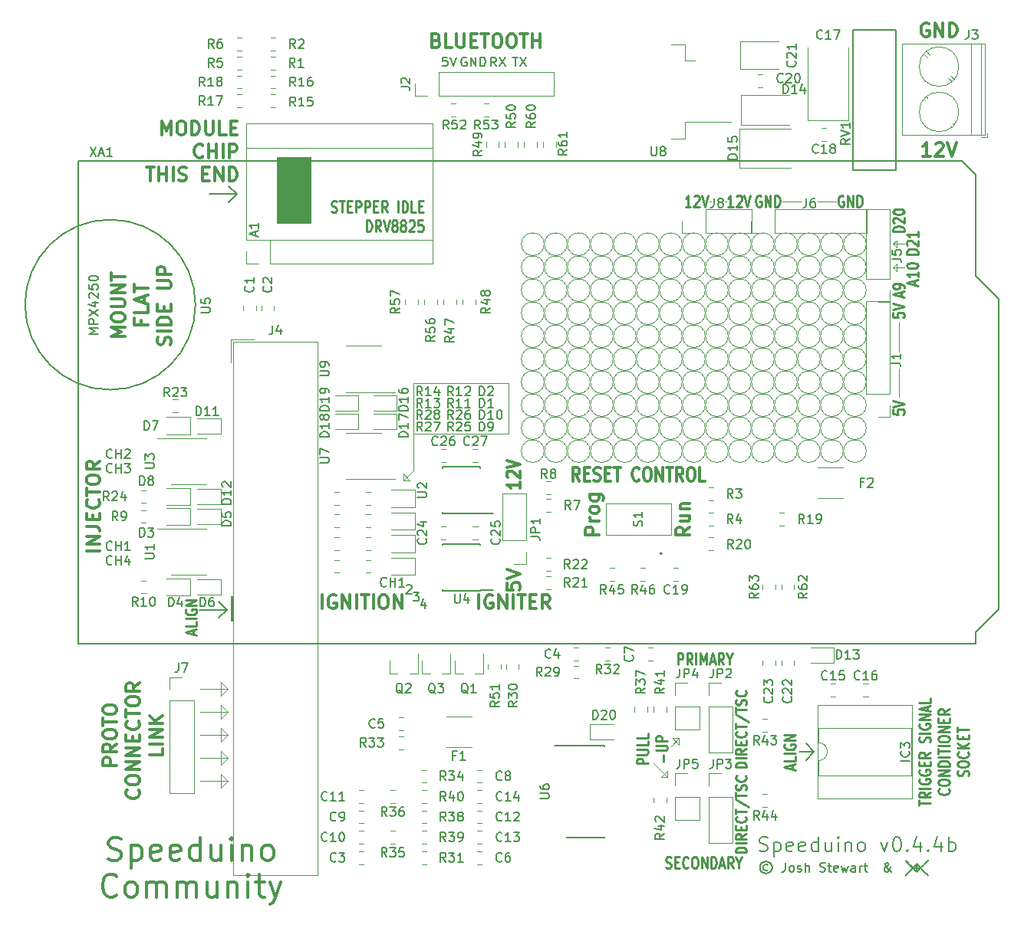
<source format=gto>
G04 #@! TF.GenerationSoftware,KiCad,Pcbnew,(5.1.4-0-10_14)*
G04 #@! TF.CreationDate,2020-04-01T12:18:43+11:00*
G04 #@! TF.ProjectId,v0.4.4b,76302e34-2e34-4622-9e6b-696361645f70,rev?*
G04 #@! TF.SameCoordinates,Original*
G04 #@! TF.FileFunction,Legend,Top*
G04 #@! TF.FilePolarity,Positive*
%FSLAX46Y46*%
G04 Gerber Fmt 4.6, Leading zero omitted, Abs format (unit mm)*
G04 Created by KiCad (PCBNEW (5.1.4-0-10_14)) date 2020-04-01 12:18:43*
%MOMM*%
%LPD*%
G04 APERTURE LIST*
%ADD10C,0.300000*%
%ADD11C,0.200000*%
%ADD12C,0.100000*%
%ADD13C,0.250000*%
%ADD14C,0.120000*%
%ADD15C,0.150000*%
%ADD16C,0.010000*%
G04 APERTURE END LIST*
D10*
X113320857Y-131574904D02*
X113678000Y-131693952D01*
X114273238Y-131693952D01*
X114511333Y-131574904D01*
X114630380Y-131455857D01*
X114749428Y-131217761D01*
X114749428Y-130979666D01*
X114630380Y-130741571D01*
X114511333Y-130622523D01*
X114273238Y-130503476D01*
X113797047Y-130384428D01*
X113558952Y-130265380D01*
X113439904Y-130146333D01*
X113320857Y-129908238D01*
X113320857Y-129670142D01*
X113439904Y-129432047D01*
X113558952Y-129313000D01*
X113797047Y-129193952D01*
X114392285Y-129193952D01*
X114749428Y-129313000D01*
X115820857Y-130027285D02*
X115820857Y-132527285D01*
X115820857Y-130146333D02*
X116058952Y-130027285D01*
X116535142Y-130027285D01*
X116773238Y-130146333D01*
X116892285Y-130265380D01*
X117011333Y-130503476D01*
X117011333Y-131217761D01*
X116892285Y-131455857D01*
X116773238Y-131574904D01*
X116535142Y-131693952D01*
X116058952Y-131693952D01*
X115820857Y-131574904D01*
X119035142Y-131574904D02*
X118797047Y-131693952D01*
X118320857Y-131693952D01*
X118082761Y-131574904D01*
X117963714Y-131336809D01*
X117963714Y-130384428D01*
X118082761Y-130146333D01*
X118320857Y-130027285D01*
X118797047Y-130027285D01*
X119035142Y-130146333D01*
X119154190Y-130384428D01*
X119154190Y-130622523D01*
X117963714Y-130860619D01*
X121178000Y-131574904D02*
X120939904Y-131693952D01*
X120463714Y-131693952D01*
X120225619Y-131574904D01*
X120106571Y-131336809D01*
X120106571Y-130384428D01*
X120225619Y-130146333D01*
X120463714Y-130027285D01*
X120939904Y-130027285D01*
X121178000Y-130146333D01*
X121297047Y-130384428D01*
X121297047Y-130622523D01*
X120106571Y-130860619D01*
X123439904Y-131693952D02*
X123439904Y-129193952D01*
X123439904Y-131574904D02*
X123201809Y-131693952D01*
X122725619Y-131693952D01*
X122487523Y-131574904D01*
X122368476Y-131455857D01*
X122249428Y-131217761D01*
X122249428Y-130503476D01*
X122368476Y-130265380D01*
X122487523Y-130146333D01*
X122725619Y-130027285D01*
X123201809Y-130027285D01*
X123439904Y-130146333D01*
X125701809Y-130027285D02*
X125701809Y-131693952D01*
X124630380Y-130027285D02*
X124630380Y-131336809D01*
X124749428Y-131574904D01*
X124987523Y-131693952D01*
X125344666Y-131693952D01*
X125582761Y-131574904D01*
X125701809Y-131455857D01*
X126892285Y-131693952D02*
X126892285Y-130027285D01*
X126892285Y-129193952D02*
X126773238Y-129313000D01*
X126892285Y-129432047D01*
X127011333Y-129313000D01*
X126892285Y-129193952D01*
X126892285Y-129432047D01*
X128082761Y-130027285D02*
X128082761Y-131693952D01*
X128082761Y-130265380D02*
X128201809Y-130146333D01*
X128439904Y-130027285D01*
X128797047Y-130027285D01*
X129035142Y-130146333D01*
X129154190Y-130384428D01*
X129154190Y-131693952D01*
X130701809Y-131693952D02*
X130463714Y-131574904D01*
X130344666Y-131455857D01*
X130225619Y-131217761D01*
X130225619Y-130503476D01*
X130344666Y-130265380D01*
X130463714Y-130146333D01*
X130701809Y-130027285D01*
X131058952Y-130027285D01*
X131297047Y-130146333D01*
X131416095Y-130265380D01*
X131535142Y-130503476D01*
X131535142Y-131217761D01*
X131416095Y-131455857D01*
X131297047Y-131574904D01*
X131058952Y-131693952D01*
X130701809Y-131693952D01*
X114213714Y-135505857D02*
X114094666Y-135624904D01*
X113737523Y-135743952D01*
X113499428Y-135743952D01*
X113142285Y-135624904D01*
X112904190Y-135386809D01*
X112785142Y-135148714D01*
X112666095Y-134672523D01*
X112666095Y-134315380D01*
X112785142Y-133839190D01*
X112904190Y-133601095D01*
X113142285Y-133363000D01*
X113499428Y-133243952D01*
X113737523Y-133243952D01*
X114094666Y-133363000D01*
X114213714Y-133482047D01*
X115642285Y-135743952D02*
X115404190Y-135624904D01*
X115285142Y-135505857D01*
X115166095Y-135267761D01*
X115166095Y-134553476D01*
X115285142Y-134315380D01*
X115404190Y-134196333D01*
X115642285Y-134077285D01*
X115999428Y-134077285D01*
X116237523Y-134196333D01*
X116356571Y-134315380D01*
X116475619Y-134553476D01*
X116475619Y-135267761D01*
X116356571Y-135505857D01*
X116237523Y-135624904D01*
X115999428Y-135743952D01*
X115642285Y-135743952D01*
X117547047Y-135743952D02*
X117547047Y-134077285D01*
X117547047Y-134315380D02*
X117666095Y-134196333D01*
X117904190Y-134077285D01*
X118261333Y-134077285D01*
X118499428Y-134196333D01*
X118618476Y-134434428D01*
X118618476Y-135743952D01*
X118618476Y-134434428D02*
X118737523Y-134196333D01*
X118975619Y-134077285D01*
X119332761Y-134077285D01*
X119570857Y-134196333D01*
X119689904Y-134434428D01*
X119689904Y-135743952D01*
X120880380Y-135743952D02*
X120880380Y-134077285D01*
X120880380Y-134315380D02*
X120999428Y-134196333D01*
X121237523Y-134077285D01*
X121594666Y-134077285D01*
X121832761Y-134196333D01*
X121951809Y-134434428D01*
X121951809Y-135743952D01*
X121951809Y-134434428D02*
X122070857Y-134196333D01*
X122308952Y-134077285D01*
X122666095Y-134077285D01*
X122904190Y-134196333D01*
X123023238Y-134434428D01*
X123023238Y-135743952D01*
X125285142Y-134077285D02*
X125285142Y-135743952D01*
X124213714Y-134077285D02*
X124213714Y-135386809D01*
X124332761Y-135624904D01*
X124570857Y-135743952D01*
X124928000Y-135743952D01*
X125166095Y-135624904D01*
X125285142Y-135505857D01*
X126475619Y-134077285D02*
X126475619Y-135743952D01*
X126475619Y-134315380D02*
X126594666Y-134196333D01*
X126832761Y-134077285D01*
X127189904Y-134077285D01*
X127428000Y-134196333D01*
X127547047Y-134434428D01*
X127547047Y-135743952D01*
X128737523Y-135743952D02*
X128737523Y-134077285D01*
X128737523Y-133243952D02*
X128618476Y-133363000D01*
X128737523Y-133482047D01*
X128856571Y-133363000D01*
X128737523Y-133243952D01*
X128737523Y-133482047D01*
X129570857Y-134077285D02*
X130523238Y-134077285D01*
X129928000Y-133243952D02*
X129928000Y-135386809D01*
X130047047Y-135624904D01*
X130285142Y-135743952D01*
X130523238Y-135743952D01*
X131118476Y-134077285D02*
X131713714Y-135743952D01*
X132308952Y-134077285D02*
X131713714Y-135743952D01*
X131475619Y-136339190D01*
X131356571Y-136458238D01*
X131118476Y-136577285D01*
D11*
X127500000Y-58100000D02*
X126600000Y-57200000D01*
X124500000Y-58100000D02*
X127500000Y-58100000D01*
X127500000Y-58100000D02*
X126600000Y-59000000D01*
D12*
G36*
X135600000Y-61300000D02*
G01*
X131900000Y-61300000D01*
X131900000Y-54000000D01*
X135600000Y-54000000D01*
X135600000Y-61300000D01*
G37*
X135600000Y-61300000D02*
X131900000Y-61300000D01*
X131900000Y-54000000D01*
X135600000Y-54000000D01*
X135600000Y-61300000D01*
D11*
X126400000Y-104000000D02*
X125500000Y-103100000D01*
X123400000Y-104000000D02*
X126400000Y-104000000D01*
X126400000Y-104000000D02*
X125500000Y-104900000D01*
D13*
X122708333Y-106704761D02*
X122708333Y-106228571D01*
X123065476Y-106800000D02*
X121815476Y-106466666D01*
X123065476Y-106133333D01*
X123065476Y-105323809D02*
X123065476Y-105800000D01*
X121815476Y-105800000D01*
X123065476Y-104990476D02*
X121815476Y-104990476D01*
X121875000Y-103990476D02*
X121815476Y-104085714D01*
X121815476Y-104228571D01*
X121875000Y-104371428D01*
X121994047Y-104466666D01*
X122113095Y-104514285D01*
X122351190Y-104561904D01*
X122529761Y-104561904D01*
X122767857Y-104514285D01*
X122886904Y-104466666D01*
X123005952Y-104371428D01*
X123065476Y-104228571D01*
X123065476Y-104133333D01*
X123005952Y-103990476D01*
X122946428Y-103942857D01*
X122529761Y-103942857D01*
X122529761Y-104133333D01*
X123065476Y-103514285D02*
X121815476Y-103514285D01*
X123065476Y-102942857D01*
X121815476Y-102942857D01*
D14*
X200300000Y-65800000D02*
X199900000Y-66200000D01*
X200300000Y-66600000D02*
X200300000Y-65800000D01*
X199900000Y-66200000D02*
X200300000Y-66600000D01*
X201200000Y-66200000D02*
X199900000Y-66200000D01*
X200300000Y-63200000D02*
X199900000Y-63600000D01*
X200300000Y-64000000D02*
X200300000Y-63200000D01*
X199900000Y-63600000D02*
X200300000Y-64000000D01*
X201200000Y-63600000D02*
X199900000Y-63600000D01*
D13*
X183720238Y-130814285D02*
X182570238Y-130814285D01*
X182570238Y-130576190D01*
X182625000Y-130433333D01*
X182734523Y-130338095D01*
X182844047Y-130290476D01*
X183063095Y-130242857D01*
X183227380Y-130242857D01*
X183446428Y-130290476D01*
X183555952Y-130338095D01*
X183665476Y-130433333D01*
X183720238Y-130576190D01*
X183720238Y-130814285D01*
X183720238Y-129814285D02*
X182570238Y-129814285D01*
X183720238Y-128766666D02*
X183172619Y-129100000D01*
X183720238Y-129338095D02*
X182570238Y-129338095D01*
X182570238Y-128957142D01*
X182625000Y-128861904D01*
X182679761Y-128814285D01*
X182789285Y-128766666D01*
X182953571Y-128766666D01*
X183063095Y-128814285D01*
X183117857Y-128861904D01*
X183172619Y-128957142D01*
X183172619Y-129338095D01*
X183117857Y-128338095D02*
X183117857Y-128004761D01*
X183720238Y-127861904D02*
X183720238Y-128338095D01*
X182570238Y-128338095D01*
X182570238Y-127861904D01*
X183610714Y-126861904D02*
X183665476Y-126909523D01*
X183720238Y-127052380D01*
X183720238Y-127147619D01*
X183665476Y-127290476D01*
X183555952Y-127385714D01*
X183446428Y-127433333D01*
X183227380Y-127480952D01*
X183063095Y-127480952D01*
X182844047Y-127433333D01*
X182734523Y-127385714D01*
X182625000Y-127290476D01*
X182570238Y-127147619D01*
X182570238Y-127052380D01*
X182625000Y-126909523D01*
X182679761Y-126861904D01*
X182570238Y-126576190D02*
X182570238Y-126004761D01*
X183720238Y-126290476D02*
X182570238Y-126290476D01*
X182515476Y-124957142D02*
X183994047Y-125814285D01*
X182570238Y-124766666D02*
X182570238Y-124195238D01*
X183720238Y-124480952D02*
X182570238Y-124480952D01*
X183665476Y-123909523D02*
X183720238Y-123766666D01*
X183720238Y-123528571D01*
X183665476Y-123433333D01*
X183610714Y-123385714D01*
X183501190Y-123338095D01*
X183391666Y-123338095D01*
X183282142Y-123385714D01*
X183227380Y-123433333D01*
X183172619Y-123528571D01*
X183117857Y-123719047D01*
X183063095Y-123814285D01*
X183008333Y-123861904D01*
X182898809Y-123909523D01*
X182789285Y-123909523D01*
X182679761Y-123861904D01*
X182625000Y-123814285D01*
X182570238Y-123719047D01*
X182570238Y-123480952D01*
X182625000Y-123338095D01*
X183610714Y-122338095D02*
X183665476Y-122385714D01*
X183720238Y-122528571D01*
X183720238Y-122623809D01*
X183665476Y-122766666D01*
X183555952Y-122861904D01*
X183446428Y-122909523D01*
X183227380Y-122957142D01*
X183063095Y-122957142D01*
X182844047Y-122909523D01*
X182734523Y-122861904D01*
X182625000Y-122766666D01*
X182570238Y-122623809D01*
X182570238Y-122528571D01*
X182625000Y-122385714D01*
X182679761Y-122338095D01*
X183720238Y-121414285D02*
X182570238Y-121414285D01*
X182570238Y-121176190D01*
X182625000Y-121033333D01*
X182734523Y-120938095D01*
X182844047Y-120890476D01*
X183063095Y-120842857D01*
X183227380Y-120842857D01*
X183446428Y-120890476D01*
X183555952Y-120938095D01*
X183665476Y-121033333D01*
X183720238Y-121176190D01*
X183720238Y-121414285D01*
X183720238Y-120414285D02*
X182570238Y-120414285D01*
X183720238Y-119366666D02*
X183172619Y-119700000D01*
X183720238Y-119938095D02*
X182570238Y-119938095D01*
X182570238Y-119557142D01*
X182625000Y-119461904D01*
X182679761Y-119414285D01*
X182789285Y-119366666D01*
X182953571Y-119366666D01*
X183063095Y-119414285D01*
X183117857Y-119461904D01*
X183172619Y-119557142D01*
X183172619Y-119938095D01*
X183117857Y-118938095D02*
X183117857Y-118604761D01*
X183720238Y-118461904D02*
X183720238Y-118938095D01*
X182570238Y-118938095D01*
X182570238Y-118461904D01*
X183610714Y-117461904D02*
X183665476Y-117509523D01*
X183720238Y-117652380D01*
X183720238Y-117747619D01*
X183665476Y-117890476D01*
X183555952Y-117985714D01*
X183446428Y-118033333D01*
X183227380Y-118080952D01*
X183063095Y-118080952D01*
X182844047Y-118033333D01*
X182734523Y-117985714D01*
X182625000Y-117890476D01*
X182570238Y-117747619D01*
X182570238Y-117652380D01*
X182625000Y-117509523D01*
X182679761Y-117461904D01*
X182570238Y-117176190D02*
X182570238Y-116604761D01*
X183720238Y-116890476D02*
X182570238Y-116890476D01*
X182515476Y-115557142D02*
X183994047Y-116414285D01*
X182570238Y-115366666D02*
X182570238Y-114795238D01*
X183720238Y-115080952D02*
X182570238Y-115080952D01*
X183665476Y-114509523D02*
X183720238Y-114366666D01*
X183720238Y-114128571D01*
X183665476Y-114033333D01*
X183610714Y-113985714D01*
X183501190Y-113938095D01*
X183391666Y-113938095D01*
X183282142Y-113985714D01*
X183227380Y-114033333D01*
X183172619Y-114128571D01*
X183117857Y-114319047D01*
X183063095Y-114414285D01*
X183008333Y-114461904D01*
X182898809Y-114509523D01*
X182789285Y-114509523D01*
X182679761Y-114461904D01*
X182625000Y-114414285D01*
X182570238Y-114319047D01*
X182570238Y-114080952D01*
X182625000Y-113938095D01*
X183610714Y-112938095D02*
X183665476Y-112985714D01*
X183720238Y-113128571D01*
X183720238Y-113223809D01*
X183665476Y-113366666D01*
X183555952Y-113461904D01*
X183446428Y-113509523D01*
X183227380Y-113557142D01*
X183063095Y-113557142D01*
X182844047Y-113509523D01*
X182734523Y-113461904D01*
X182625000Y-113366666D01*
X182570238Y-113223809D01*
X182570238Y-113128571D01*
X182625000Y-112985714D01*
X182679761Y-112938095D01*
D14*
X176300000Y-118900000D02*
X176300000Y-118200000D01*
X175600000Y-118200000D02*
X176300000Y-118900000D01*
X176300000Y-118200000D02*
X175600000Y-118200000D01*
X175400000Y-119100000D02*
X176300000Y-118200000D01*
X174300000Y-122500000D02*
X175000000Y-122500000D01*
X175000000Y-121800000D02*
X174300000Y-122500000D01*
X175000000Y-122500000D02*
X175000000Y-121800000D01*
X173500000Y-121000000D02*
X175000000Y-122500000D01*
D13*
X172902976Y-120995238D02*
X171652976Y-120995238D01*
X171652976Y-120614285D01*
X171712500Y-120519047D01*
X171772023Y-120471428D01*
X171891071Y-120423809D01*
X172069642Y-120423809D01*
X172188690Y-120471428D01*
X172248214Y-120519047D01*
X172307738Y-120614285D01*
X172307738Y-120995238D01*
X171652976Y-119995238D02*
X172664880Y-119995238D01*
X172783928Y-119947619D01*
X172843452Y-119900000D01*
X172902976Y-119804761D01*
X172902976Y-119614285D01*
X172843452Y-119519047D01*
X172783928Y-119471428D01*
X172664880Y-119423809D01*
X171652976Y-119423809D01*
X172902976Y-118471428D02*
X172902976Y-118947619D01*
X171652976Y-118947619D01*
X172902976Y-117661904D02*
X172902976Y-118138095D01*
X171652976Y-118138095D01*
X174551785Y-120804761D02*
X174551785Y-120042857D01*
X173777976Y-119566666D02*
X174789880Y-119566666D01*
X174908928Y-119519047D01*
X174968452Y-119471428D01*
X175027976Y-119376190D01*
X175027976Y-119185714D01*
X174968452Y-119090476D01*
X174908928Y-119042857D01*
X174789880Y-118995238D01*
X173777976Y-118995238D01*
X175027976Y-118519047D02*
X173777976Y-118519047D01*
X173777976Y-118138095D01*
X173837500Y-118042857D01*
X173897023Y-117995238D01*
X174016071Y-117947619D01*
X174194642Y-117947619D01*
X174313690Y-117995238D01*
X174373214Y-118042857D01*
X174432738Y-118138095D01*
X174432738Y-118519047D01*
X176171428Y-110065476D02*
X176171428Y-108815476D01*
X176552380Y-108815476D01*
X176647619Y-108875000D01*
X176695238Y-108934523D01*
X176742857Y-109053571D01*
X176742857Y-109232142D01*
X176695238Y-109351190D01*
X176647619Y-109410714D01*
X176552380Y-109470238D01*
X176171428Y-109470238D01*
X177742857Y-110065476D02*
X177409523Y-109470238D01*
X177171428Y-110065476D02*
X177171428Y-108815476D01*
X177552380Y-108815476D01*
X177647619Y-108875000D01*
X177695238Y-108934523D01*
X177742857Y-109053571D01*
X177742857Y-109232142D01*
X177695238Y-109351190D01*
X177647619Y-109410714D01*
X177552380Y-109470238D01*
X177171428Y-109470238D01*
X178171428Y-110065476D02*
X178171428Y-108815476D01*
X178647619Y-110065476D02*
X178647619Y-108815476D01*
X178980952Y-109708333D01*
X179314285Y-108815476D01*
X179314285Y-110065476D01*
X179742857Y-109708333D02*
X180219047Y-109708333D01*
X179647619Y-110065476D02*
X179980952Y-108815476D01*
X180314285Y-110065476D01*
X181219047Y-110065476D02*
X180885714Y-109470238D01*
X180647619Y-110065476D02*
X180647619Y-108815476D01*
X181028571Y-108815476D01*
X181123809Y-108875000D01*
X181171428Y-108934523D01*
X181219047Y-109053571D01*
X181219047Y-109232142D01*
X181171428Y-109351190D01*
X181123809Y-109410714D01*
X181028571Y-109470238D01*
X180647619Y-109470238D01*
X181838095Y-109470238D02*
X181838095Y-110065476D01*
X181504761Y-108815476D02*
X181838095Y-109470238D01*
X182171428Y-108815476D01*
X174857142Y-132505952D02*
X175000000Y-132565476D01*
X175238095Y-132565476D01*
X175333333Y-132505952D01*
X175380952Y-132446428D01*
X175428571Y-132327380D01*
X175428571Y-132208333D01*
X175380952Y-132089285D01*
X175333333Y-132029761D01*
X175238095Y-131970238D01*
X175047619Y-131910714D01*
X174952380Y-131851190D01*
X174904761Y-131791666D01*
X174857142Y-131672619D01*
X174857142Y-131553571D01*
X174904761Y-131434523D01*
X174952380Y-131375000D01*
X175047619Y-131315476D01*
X175285714Y-131315476D01*
X175428571Y-131375000D01*
X175857142Y-131910714D02*
X176190476Y-131910714D01*
X176333333Y-132565476D02*
X175857142Y-132565476D01*
X175857142Y-131315476D01*
X176333333Y-131315476D01*
X177333333Y-132446428D02*
X177285714Y-132505952D01*
X177142857Y-132565476D01*
X177047619Y-132565476D01*
X176904761Y-132505952D01*
X176809523Y-132386904D01*
X176761904Y-132267857D01*
X176714285Y-132029761D01*
X176714285Y-131851190D01*
X176761904Y-131613095D01*
X176809523Y-131494047D01*
X176904761Y-131375000D01*
X177047619Y-131315476D01*
X177142857Y-131315476D01*
X177285714Y-131375000D01*
X177333333Y-131434523D01*
X177952380Y-131315476D02*
X178142857Y-131315476D01*
X178238095Y-131375000D01*
X178333333Y-131494047D01*
X178380952Y-131732142D01*
X178380952Y-132148809D01*
X178333333Y-132386904D01*
X178238095Y-132505952D01*
X178142857Y-132565476D01*
X177952380Y-132565476D01*
X177857142Y-132505952D01*
X177761904Y-132386904D01*
X177714285Y-132148809D01*
X177714285Y-131732142D01*
X177761904Y-131494047D01*
X177857142Y-131375000D01*
X177952380Y-131315476D01*
X178809523Y-132565476D02*
X178809523Y-131315476D01*
X179380952Y-132565476D01*
X179380952Y-131315476D01*
X179857142Y-132565476D02*
X179857142Y-131315476D01*
X180095238Y-131315476D01*
X180238095Y-131375000D01*
X180333333Y-131494047D01*
X180380952Y-131613095D01*
X180428571Y-131851190D01*
X180428571Y-132029761D01*
X180380952Y-132267857D01*
X180333333Y-132386904D01*
X180238095Y-132505952D01*
X180095238Y-132565476D01*
X179857142Y-132565476D01*
X180809523Y-132208333D02*
X181285714Y-132208333D01*
X180714285Y-132565476D02*
X181047619Y-131315476D01*
X181380952Y-132565476D01*
X182285714Y-132565476D02*
X181952380Y-131970238D01*
X181714285Y-132565476D02*
X181714285Y-131315476D01*
X182095238Y-131315476D01*
X182190476Y-131375000D01*
X182238095Y-131434523D01*
X182285714Y-131553571D01*
X182285714Y-131732142D01*
X182238095Y-131851190D01*
X182190476Y-131910714D01*
X182095238Y-131970238D01*
X181714285Y-131970238D01*
X182904761Y-131970238D02*
X182904761Y-132565476D01*
X182571428Y-131315476D02*
X182904761Y-131970238D01*
X183238095Y-131315476D01*
D11*
X191200000Y-119700000D02*
X190300000Y-118800000D01*
X191200000Y-119700000D02*
X190300000Y-120600000D01*
X189600000Y-119700000D02*
X191200000Y-119700000D01*
D13*
X188808333Y-121604761D02*
X188808333Y-121128571D01*
X189165476Y-121700000D02*
X187915476Y-121366666D01*
X189165476Y-121033333D01*
X189165476Y-120223809D02*
X189165476Y-120700000D01*
X187915476Y-120700000D01*
X189165476Y-119890476D02*
X187915476Y-119890476D01*
X187975000Y-118890476D02*
X187915476Y-118985714D01*
X187915476Y-119128571D01*
X187975000Y-119271428D01*
X188094047Y-119366666D01*
X188213095Y-119414285D01*
X188451190Y-119461904D01*
X188629761Y-119461904D01*
X188867857Y-119414285D01*
X188986904Y-119366666D01*
X189105952Y-119271428D01*
X189165476Y-119128571D01*
X189165476Y-119033333D01*
X189105952Y-118890476D01*
X189046428Y-118842857D01*
X188629761Y-118842857D01*
X188629761Y-119033333D01*
X189165476Y-118414285D02*
X187915476Y-118414285D01*
X189165476Y-117842857D01*
X187915476Y-117842857D01*
X202790476Y-125628571D02*
X202790476Y-125057142D01*
X204040476Y-125342857D02*
X202790476Y-125342857D01*
X204040476Y-124152380D02*
X203445238Y-124485714D01*
X204040476Y-124723809D02*
X202790476Y-124723809D01*
X202790476Y-124342857D01*
X202850000Y-124247619D01*
X202909523Y-124200000D01*
X203028571Y-124152380D01*
X203207142Y-124152380D01*
X203326190Y-124200000D01*
X203385714Y-124247619D01*
X203445238Y-124342857D01*
X203445238Y-124723809D01*
X204040476Y-123723809D02*
X202790476Y-123723809D01*
X202850000Y-122723809D02*
X202790476Y-122819047D01*
X202790476Y-122961904D01*
X202850000Y-123104761D01*
X202969047Y-123200000D01*
X203088095Y-123247619D01*
X203326190Y-123295238D01*
X203504761Y-123295238D01*
X203742857Y-123247619D01*
X203861904Y-123200000D01*
X203980952Y-123104761D01*
X204040476Y-122961904D01*
X204040476Y-122866666D01*
X203980952Y-122723809D01*
X203921428Y-122676190D01*
X203504761Y-122676190D01*
X203504761Y-122866666D01*
X202850000Y-121723809D02*
X202790476Y-121819047D01*
X202790476Y-121961904D01*
X202850000Y-122104761D01*
X202969047Y-122200000D01*
X203088095Y-122247619D01*
X203326190Y-122295238D01*
X203504761Y-122295238D01*
X203742857Y-122247619D01*
X203861904Y-122200000D01*
X203980952Y-122104761D01*
X204040476Y-121961904D01*
X204040476Y-121866666D01*
X203980952Y-121723809D01*
X203921428Y-121676190D01*
X203504761Y-121676190D01*
X203504761Y-121866666D01*
X203385714Y-121247619D02*
X203385714Y-120914285D01*
X204040476Y-120771428D02*
X204040476Y-121247619D01*
X202790476Y-121247619D01*
X202790476Y-120771428D01*
X204040476Y-119771428D02*
X203445238Y-120104761D01*
X204040476Y-120342857D02*
X202790476Y-120342857D01*
X202790476Y-119961904D01*
X202850000Y-119866666D01*
X202909523Y-119819047D01*
X203028571Y-119771428D01*
X203207142Y-119771428D01*
X203326190Y-119819047D01*
X203385714Y-119866666D01*
X203445238Y-119961904D01*
X203445238Y-120342857D01*
X203980952Y-118628571D02*
X204040476Y-118485714D01*
X204040476Y-118247619D01*
X203980952Y-118152380D01*
X203921428Y-118104761D01*
X203802380Y-118057142D01*
X203683333Y-118057142D01*
X203564285Y-118104761D01*
X203504761Y-118152380D01*
X203445238Y-118247619D01*
X203385714Y-118438095D01*
X203326190Y-118533333D01*
X203266666Y-118580952D01*
X203147619Y-118628571D01*
X203028571Y-118628571D01*
X202909523Y-118580952D01*
X202850000Y-118533333D01*
X202790476Y-118438095D01*
X202790476Y-118200000D01*
X202850000Y-118057142D01*
X204040476Y-117628571D02*
X202790476Y-117628571D01*
X202850000Y-116628571D02*
X202790476Y-116723809D01*
X202790476Y-116866666D01*
X202850000Y-117009523D01*
X202969047Y-117104761D01*
X203088095Y-117152380D01*
X203326190Y-117200000D01*
X203504761Y-117200000D01*
X203742857Y-117152380D01*
X203861904Y-117104761D01*
X203980952Y-117009523D01*
X204040476Y-116866666D01*
X204040476Y-116771428D01*
X203980952Y-116628571D01*
X203921428Y-116580952D01*
X203504761Y-116580952D01*
X203504761Y-116771428D01*
X204040476Y-116152380D02*
X202790476Y-116152380D01*
X204040476Y-115580952D01*
X202790476Y-115580952D01*
X203683333Y-115152380D02*
X203683333Y-114676190D01*
X204040476Y-115247619D02*
X202790476Y-114914285D01*
X204040476Y-114580952D01*
X204040476Y-113771428D02*
X204040476Y-114247619D01*
X202790476Y-114247619D01*
X206046428Y-123795238D02*
X206105952Y-123842857D01*
X206165476Y-123985714D01*
X206165476Y-124080952D01*
X206105952Y-124223809D01*
X205986904Y-124319047D01*
X205867857Y-124366666D01*
X205629761Y-124414285D01*
X205451190Y-124414285D01*
X205213095Y-124366666D01*
X205094047Y-124319047D01*
X204975000Y-124223809D01*
X204915476Y-124080952D01*
X204915476Y-123985714D01*
X204975000Y-123842857D01*
X205034523Y-123795238D01*
X204915476Y-123176190D02*
X204915476Y-122985714D01*
X204975000Y-122890476D01*
X205094047Y-122795238D01*
X205332142Y-122747619D01*
X205748809Y-122747619D01*
X205986904Y-122795238D01*
X206105952Y-122890476D01*
X206165476Y-122985714D01*
X206165476Y-123176190D01*
X206105952Y-123271428D01*
X205986904Y-123366666D01*
X205748809Y-123414285D01*
X205332142Y-123414285D01*
X205094047Y-123366666D01*
X204975000Y-123271428D01*
X204915476Y-123176190D01*
X206165476Y-122319047D02*
X204915476Y-122319047D01*
X206165476Y-121747619D01*
X204915476Y-121747619D01*
X206165476Y-121271428D02*
X204915476Y-121271428D01*
X204915476Y-121033333D01*
X204975000Y-120890476D01*
X205094047Y-120795238D01*
X205213095Y-120747619D01*
X205451190Y-120700000D01*
X205629761Y-120700000D01*
X205867857Y-120747619D01*
X205986904Y-120795238D01*
X206105952Y-120890476D01*
X206165476Y-121033333D01*
X206165476Y-121271428D01*
X206165476Y-120271428D02*
X204915476Y-120271428D01*
X204915476Y-119938095D02*
X204915476Y-119366666D01*
X206165476Y-119652380D02*
X204915476Y-119652380D01*
X206165476Y-119033333D02*
X204915476Y-119033333D01*
X204915476Y-118366666D02*
X204915476Y-118176190D01*
X204975000Y-118080952D01*
X205094047Y-117985714D01*
X205332142Y-117938095D01*
X205748809Y-117938095D01*
X205986904Y-117985714D01*
X206105952Y-118080952D01*
X206165476Y-118176190D01*
X206165476Y-118366666D01*
X206105952Y-118461904D01*
X205986904Y-118557142D01*
X205748809Y-118604761D01*
X205332142Y-118604761D01*
X205094047Y-118557142D01*
X204975000Y-118461904D01*
X204915476Y-118366666D01*
X206165476Y-117509523D02*
X204915476Y-117509523D01*
X206165476Y-116938095D01*
X204915476Y-116938095D01*
X205510714Y-116461904D02*
X205510714Y-116128571D01*
X206165476Y-115985714D02*
X206165476Y-116461904D01*
X204915476Y-116461904D01*
X204915476Y-115985714D01*
X206165476Y-114985714D02*
X205570238Y-115319047D01*
X206165476Y-115557142D02*
X204915476Y-115557142D01*
X204915476Y-115176190D01*
X204975000Y-115080952D01*
X205034523Y-115033333D01*
X205153571Y-114985714D01*
X205332142Y-114985714D01*
X205451190Y-115033333D01*
X205510714Y-115080952D01*
X205570238Y-115176190D01*
X205570238Y-115557142D01*
X208230952Y-122342857D02*
X208290476Y-122200000D01*
X208290476Y-121961904D01*
X208230952Y-121866666D01*
X208171428Y-121819047D01*
X208052380Y-121771428D01*
X207933333Y-121771428D01*
X207814285Y-121819047D01*
X207754761Y-121866666D01*
X207695238Y-121961904D01*
X207635714Y-122152380D01*
X207576190Y-122247619D01*
X207516666Y-122295238D01*
X207397619Y-122342857D01*
X207278571Y-122342857D01*
X207159523Y-122295238D01*
X207100000Y-122247619D01*
X207040476Y-122152380D01*
X207040476Y-121914285D01*
X207100000Y-121771428D01*
X207040476Y-121152380D02*
X207040476Y-120961904D01*
X207100000Y-120866666D01*
X207219047Y-120771428D01*
X207457142Y-120723809D01*
X207873809Y-120723809D01*
X208111904Y-120771428D01*
X208230952Y-120866666D01*
X208290476Y-120961904D01*
X208290476Y-121152380D01*
X208230952Y-121247619D01*
X208111904Y-121342857D01*
X207873809Y-121390476D01*
X207457142Y-121390476D01*
X207219047Y-121342857D01*
X207100000Y-121247619D01*
X207040476Y-121152380D01*
X208171428Y-119723809D02*
X208230952Y-119771428D01*
X208290476Y-119914285D01*
X208290476Y-120009523D01*
X208230952Y-120152380D01*
X208111904Y-120247619D01*
X207992857Y-120295238D01*
X207754761Y-120342857D01*
X207576190Y-120342857D01*
X207338095Y-120295238D01*
X207219047Y-120247619D01*
X207100000Y-120152380D01*
X207040476Y-120009523D01*
X207040476Y-119914285D01*
X207100000Y-119771428D01*
X207159523Y-119723809D01*
X208290476Y-119295238D02*
X207040476Y-119295238D01*
X208290476Y-118723809D02*
X207576190Y-119152380D01*
X207040476Y-118723809D02*
X207754761Y-119295238D01*
X207635714Y-118295238D02*
X207635714Y-117961904D01*
X208290476Y-117819047D02*
X208290476Y-118295238D01*
X207040476Y-118295238D01*
X207040476Y-117819047D01*
X207040476Y-117533333D02*
X207040476Y-116961904D01*
X208290476Y-117247619D02*
X207040476Y-117247619D01*
D10*
X165311904Y-89778571D02*
X164895238Y-89064285D01*
X164597619Y-89778571D02*
X164597619Y-88278571D01*
X165073809Y-88278571D01*
X165192857Y-88350000D01*
X165252380Y-88421428D01*
X165311904Y-88564285D01*
X165311904Y-88778571D01*
X165252380Y-88921428D01*
X165192857Y-88992857D01*
X165073809Y-89064285D01*
X164597619Y-89064285D01*
X165847619Y-88992857D02*
X166264285Y-88992857D01*
X166442857Y-89778571D02*
X165847619Y-89778571D01*
X165847619Y-88278571D01*
X166442857Y-88278571D01*
X166919047Y-89707142D02*
X167097619Y-89778571D01*
X167395238Y-89778571D01*
X167514285Y-89707142D01*
X167573809Y-89635714D01*
X167633333Y-89492857D01*
X167633333Y-89350000D01*
X167573809Y-89207142D01*
X167514285Y-89135714D01*
X167395238Y-89064285D01*
X167157142Y-88992857D01*
X167038095Y-88921428D01*
X166978571Y-88850000D01*
X166919047Y-88707142D01*
X166919047Y-88564285D01*
X166978571Y-88421428D01*
X167038095Y-88350000D01*
X167157142Y-88278571D01*
X167454761Y-88278571D01*
X167633333Y-88350000D01*
X168169047Y-88992857D02*
X168585714Y-88992857D01*
X168764285Y-89778571D02*
X168169047Y-89778571D01*
X168169047Y-88278571D01*
X168764285Y-88278571D01*
X169121428Y-88278571D02*
X169835714Y-88278571D01*
X169478571Y-89778571D02*
X169478571Y-88278571D01*
X171919047Y-89635714D02*
X171859523Y-89707142D01*
X171680952Y-89778571D01*
X171561904Y-89778571D01*
X171383333Y-89707142D01*
X171264285Y-89564285D01*
X171204761Y-89421428D01*
X171145238Y-89135714D01*
X171145238Y-88921428D01*
X171204761Y-88635714D01*
X171264285Y-88492857D01*
X171383333Y-88350000D01*
X171561904Y-88278571D01*
X171680952Y-88278571D01*
X171859523Y-88350000D01*
X171919047Y-88421428D01*
X172692857Y-88278571D02*
X172930952Y-88278571D01*
X173050000Y-88350000D01*
X173169047Y-88492857D01*
X173228571Y-88778571D01*
X173228571Y-89278571D01*
X173169047Y-89564285D01*
X173050000Y-89707142D01*
X172930952Y-89778571D01*
X172692857Y-89778571D01*
X172573809Y-89707142D01*
X172454761Y-89564285D01*
X172395238Y-89278571D01*
X172395238Y-88778571D01*
X172454761Y-88492857D01*
X172573809Y-88350000D01*
X172692857Y-88278571D01*
X173764285Y-89778571D02*
X173764285Y-88278571D01*
X174478571Y-89778571D01*
X174478571Y-88278571D01*
X174895238Y-88278571D02*
X175609523Y-88278571D01*
X175252380Y-89778571D02*
X175252380Y-88278571D01*
X176740476Y-89778571D02*
X176323809Y-89064285D01*
X176026190Y-89778571D02*
X176026190Y-88278571D01*
X176502380Y-88278571D01*
X176621428Y-88350000D01*
X176680952Y-88421428D01*
X176740476Y-88564285D01*
X176740476Y-88778571D01*
X176680952Y-88921428D01*
X176621428Y-88992857D01*
X176502380Y-89064285D01*
X176026190Y-89064285D01*
X177514285Y-88278571D02*
X177752380Y-88278571D01*
X177871428Y-88350000D01*
X177990476Y-88492857D01*
X178050000Y-88778571D01*
X178050000Y-89278571D01*
X177990476Y-89564285D01*
X177871428Y-89707142D01*
X177752380Y-89778571D01*
X177514285Y-89778571D01*
X177395238Y-89707142D01*
X177276190Y-89564285D01*
X177216666Y-89278571D01*
X177216666Y-88778571D01*
X177276190Y-88492857D01*
X177395238Y-88350000D01*
X177514285Y-88278571D01*
X179180952Y-89778571D02*
X178585714Y-89778571D01*
X178585714Y-88278571D01*
X114228571Y-121185714D02*
X112728571Y-121185714D01*
X112728571Y-120614285D01*
X112800000Y-120471428D01*
X112871428Y-120400000D01*
X113014285Y-120328571D01*
X113228571Y-120328571D01*
X113371428Y-120400000D01*
X113442857Y-120471428D01*
X113514285Y-120614285D01*
X113514285Y-121185714D01*
X114228571Y-118828571D02*
X113514285Y-119328571D01*
X114228571Y-119685714D02*
X112728571Y-119685714D01*
X112728571Y-119114285D01*
X112800000Y-118971428D01*
X112871428Y-118900000D01*
X113014285Y-118828571D01*
X113228571Y-118828571D01*
X113371428Y-118900000D01*
X113442857Y-118971428D01*
X113514285Y-119114285D01*
X113514285Y-119685714D01*
X112728571Y-117900000D02*
X112728571Y-117614285D01*
X112800000Y-117471428D01*
X112942857Y-117328571D01*
X113228571Y-117257142D01*
X113728571Y-117257142D01*
X114014285Y-117328571D01*
X114157142Y-117471428D01*
X114228571Y-117614285D01*
X114228571Y-117900000D01*
X114157142Y-118042857D01*
X114014285Y-118185714D01*
X113728571Y-118257142D01*
X113228571Y-118257142D01*
X112942857Y-118185714D01*
X112800000Y-118042857D01*
X112728571Y-117900000D01*
X112728571Y-116828571D02*
X112728571Y-115971428D01*
X114228571Y-116400000D02*
X112728571Y-116400000D01*
X112728571Y-115185714D02*
X112728571Y-114900000D01*
X112800000Y-114757142D01*
X112942857Y-114614285D01*
X113228571Y-114542857D01*
X113728571Y-114542857D01*
X114014285Y-114614285D01*
X114157142Y-114757142D01*
X114228571Y-114900000D01*
X114228571Y-115185714D01*
X114157142Y-115328571D01*
X114014285Y-115471428D01*
X113728571Y-115542857D01*
X113228571Y-115542857D01*
X112942857Y-115471428D01*
X112800000Y-115328571D01*
X112728571Y-115185714D01*
X116635714Y-123900000D02*
X116707142Y-123971428D01*
X116778571Y-124185714D01*
X116778571Y-124328571D01*
X116707142Y-124542857D01*
X116564285Y-124685714D01*
X116421428Y-124757142D01*
X116135714Y-124828571D01*
X115921428Y-124828571D01*
X115635714Y-124757142D01*
X115492857Y-124685714D01*
X115350000Y-124542857D01*
X115278571Y-124328571D01*
X115278571Y-124185714D01*
X115350000Y-123971428D01*
X115421428Y-123900000D01*
X115278571Y-122971428D02*
X115278571Y-122685714D01*
X115350000Y-122542857D01*
X115492857Y-122400000D01*
X115778571Y-122328571D01*
X116278571Y-122328571D01*
X116564285Y-122400000D01*
X116707142Y-122542857D01*
X116778571Y-122685714D01*
X116778571Y-122971428D01*
X116707142Y-123114285D01*
X116564285Y-123257142D01*
X116278571Y-123328571D01*
X115778571Y-123328571D01*
X115492857Y-123257142D01*
X115350000Y-123114285D01*
X115278571Y-122971428D01*
X116778571Y-121685714D02*
X115278571Y-121685714D01*
X116778571Y-120828571D01*
X115278571Y-120828571D01*
X116778571Y-120114285D02*
X115278571Y-120114285D01*
X116778571Y-119257142D01*
X115278571Y-119257142D01*
X115992857Y-118542857D02*
X115992857Y-118042857D01*
X116778571Y-117828571D02*
X116778571Y-118542857D01*
X115278571Y-118542857D01*
X115278571Y-117828571D01*
X116635714Y-116328571D02*
X116707142Y-116400000D01*
X116778571Y-116614285D01*
X116778571Y-116757142D01*
X116707142Y-116971428D01*
X116564285Y-117114285D01*
X116421428Y-117185714D01*
X116135714Y-117257142D01*
X115921428Y-117257142D01*
X115635714Y-117185714D01*
X115492857Y-117114285D01*
X115350000Y-116971428D01*
X115278571Y-116757142D01*
X115278571Y-116614285D01*
X115350000Y-116400000D01*
X115421428Y-116328571D01*
X115278571Y-115900000D02*
X115278571Y-115042857D01*
X116778571Y-115471428D02*
X115278571Y-115471428D01*
X115278571Y-114257142D02*
X115278571Y-113971428D01*
X115350000Y-113828571D01*
X115492857Y-113685714D01*
X115778571Y-113614285D01*
X116278571Y-113614285D01*
X116564285Y-113685714D01*
X116707142Y-113828571D01*
X116778571Y-113971428D01*
X116778571Y-114257142D01*
X116707142Y-114400000D01*
X116564285Y-114542857D01*
X116278571Y-114614285D01*
X115778571Y-114614285D01*
X115492857Y-114542857D01*
X115350000Y-114400000D01*
X115278571Y-114257142D01*
X116778571Y-112114285D02*
X116064285Y-112614285D01*
X116778571Y-112971428D02*
X115278571Y-112971428D01*
X115278571Y-112400000D01*
X115350000Y-112257142D01*
X115421428Y-112185714D01*
X115564285Y-112114285D01*
X115778571Y-112114285D01*
X115921428Y-112185714D01*
X115992857Y-112257142D01*
X116064285Y-112400000D01*
X116064285Y-112971428D01*
X119328571Y-119328571D02*
X119328571Y-120042857D01*
X117828571Y-120042857D01*
X119328571Y-118828571D02*
X117828571Y-118828571D01*
X119328571Y-118114285D02*
X117828571Y-118114285D01*
X119328571Y-117257142D01*
X117828571Y-117257142D01*
X119328571Y-116542857D02*
X117828571Y-116542857D01*
X119328571Y-115685714D02*
X118471428Y-116328571D01*
X117828571Y-115685714D02*
X118685714Y-116542857D01*
X203857142Y-39250000D02*
X203714285Y-39178571D01*
X203500000Y-39178571D01*
X203285714Y-39250000D01*
X203142857Y-39392857D01*
X203071428Y-39535714D01*
X203000000Y-39821428D01*
X203000000Y-40035714D01*
X203071428Y-40321428D01*
X203142857Y-40464285D01*
X203285714Y-40607142D01*
X203500000Y-40678571D01*
X203642857Y-40678571D01*
X203857142Y-40607142D01*
X203928571Y-40535714D01*
X203928571Y-40035714D01*
X203642857Y-40035714D01*
X204571428Y-40678571D02*
X204571428Y-39178571D01*
X205428571Y-40678571D01*
X205428571Y-39178571D01*
X206142857Y-40678571D02*
X206142857Y-39178571D01*
X206500000Y-39178571D01*
X206714285Y-39250000D01*
X206857142Y-39392857D01*
X206928571Y-39535714D01*
X207000000Y-39821428D01*
X207000000Y-40035714D01*
X206928571Y-40321428D01*
X206857142Y-40464285D01*
X206714285Y-40607142D01*
X206500000Y-40678571D01*
X206142857Y-40678571D01*
X204071428Y-53878571D02*
X203214285Y-53878571D01*
X203642857Y-53878571D02*
X203642857Y-52378571D01*
X203500000Y-52592857D01*
X203357142Y-52735714D01*
X203214285Y-52807142D01*
X204642857Y-52521428D02*
X204714285Y-52450000D01*
X204857142Y-52378571D01*
X205214285Y-52378571D01*
X205357142Y-52450000D01*
X205428571Y-52521428D01*
X205500000Y-52664285D01*
X205500000Y-52807142D01*
X205428571Y-53021428D01*
X204571428Y-53878571D01*
X205500000Y-53878571D01*
X205928571Y-52378571D02*
X206428571Y-53878571D01*
X206928571Y-52378571D01*
D15*
X150709523Y-42952380D02*
X150233333Y-42952380D01*
X150185714Y-43428571D01*
X150233333Y-43380952D01*
X150328571Y-43333333D01*
X150566666Y-43333333D01*
X150661904Y-43380952D01*
X150709523Y-43428571D01*
X150757142Y-43523809D01*
X150757142Y-43761904D01*
X150709523Y-43857142D01*
X150661904Y-43904761D01*
X150566666Y-43952380D01*
X150328571Y-43952380D01*
X150233333Y-43904761D01*
X150185714Y-43857142D01*
X151042857Y-42952380D02*
X151376190Y-43952380D01*
X151709523Y-42952380D01*
X152838095Y-43000000D02*
X152742857Y-42952380D01*
X152600000Y-42952380D01*
X152457142Y-43000000D01*
X152361904Y-43095238D01*
X152314285Y-43190476D01*
X152266666Y-43380952D01*
X152266666Y-43523809D01*
X152314285Y-43714285D01*
X152361904Y-43809523D01*
X152457142Y-43904761D01*
X152600000Y-43952380D01*
X152695238Y-43952380D01*
X152838095Y-43904761D01*
X152885714Y-43857142D01*
X152885714Y-43523809D01*
X152695238Y-43523809D01*
X153314285Y-43952380D02*
X153314285Y-42952380D01*
X153885714Y-43952380D01*
X153885714Y-42952380D01*
X154361904Y-43952380D02*
X154361904Y-42952380D01*
X154600000Y-42952380D01*
X154742857Y-43000000D01*
X154838095Y-43095238D01*
X154885714Y-43190476D01*
X154933333Y-43380952D01*
X154933333Y-43523809D01*
X154885714Y-43714285D01*
X154838095Y-43809523D01*
X154742857Y-43904761D01*
X154600000Y-43952380D01*
X154361904Y-43952380D01*
X157938095Y-42952380D02*
X158509523Y-42952380D01*
X158223809Y-43952380D02*
X158223809Y-42952380D01*
X158747619Y-42952380D02*
X159414285Y-43952380D01*
X159414285Y-42952380D02*
X158747619Y-43952380D01*
X156133333Y-43952380D02*
X155800000Y-43476190D01*
X155561904Y-43952380D02*
X155561904Y-42952380D01*
X155942857Y-42952380D01*
X156038095Y-43000000D01*
X156085714Y-43047619D01*
X156133333Y-43142857D01*
X156133333Y-43285714D01*
X156085714Y-43380952D01*
X156038095Y-43428571D01*
X155942857Y-43476190D01*
X155561904Y-43476190D01*
X156466666Y-42952380D02*
X157133333Y-43952380D01*
X157133333Y-42952380D02*
X156466666Y-43952380D01*
D14*
X179800000Y-58900000D02*
X179700000Y-58900000D01*
X181500000Y-58900000D02*
X181400000Y-58900000D01*
X200600000Y-75500000D02*
X200600000Y-72200000D01*
X200600000Y-80500000D02*
X200600000Y-77400000D01*
X193600000Y-58900000D02*
X191600000Y-58900000D01*
X187700000Y-58900000D02*
X189800000Y-58900000D01*
D13*
X177580952Y-59465476D02*
X177009523Y-59465476D01*
X177295238Y-59465476D02*
X177295238Y-58215476D01*
X177200000Y-58394047D01*
X177104761Y-58513095D01*
X177009523Y-58572619D01*
X177961904Y-58334523D02*
X178009523Y-58275000D01*
X178104761Y-58215476D01*
X178342857Y-58215476D01*
X178438095Y-58275000D01*
X178485714Y-58334523D01*
X178533333Y-58453571D01*
X178533333Y-58572619D01*
X178485714Y-58751190D01*
X177914285Y-59465476D01*
X178533333Y-59465476D01*
X178819047Y-58215476D02*
X179152380Y-59465476D01*
X179485714Y-58215476D01*
X182280952Y-59465476D02*
X181709523Y-59465476D01*
X181995238Y-59465476D02*
X181995238Y-58215476D01*
X181900000Y-58394047D01*
X181804761Y-58513095D01*
X181709523Y-58572619D01*
X182661904Y-58334523D02*
X182709523Y-58275000D01*
X182804761Y-58215476D01*
X183042857Y-58215476D01*
X183138095Y-58275000D01*
X183185714Y-58334523D01*
X183233333Y-58453571D01*
X183233333Y-58572619D01*
X183185714Y-58751190D01*
X182614285Y-59465476D01*
X183233333Y-59465476D01*
X183519047Y-58215476D02*
X183852380Y-59465476D01*
X184185714Y-58215476D01*
X199915476Y-81890476D02*
X199915476Y-82366666D01*
X200510714Y-82414285D01*
X200451190Y-82366666D01*
X200391666Y-82271428D01*
X200391666Y-82033333D01*
X200451190Y-81938095D01*
X200510714Y-81890476D01*
X200629761Y-81842857D01*
X200927380Y-81842857D01*
X201046428Y-81890476D01*
X201105952Y-81938095D01*
X201165476Y-82033333D01*
X201165476Y-82271428D01*
X201105952Y-82366666D01*
X201046428Y-82414285D01*
X199915476Y-81557142D02*
X201165476Y-81223809D01*
X199915476Y-80890476D01*
X199915476Y-71190476D02*
X199915476Y-71666666D01*
X200510714Y-71714285D01*
X200451190Y-71666666D01*
X200391666Y-71571428D01*
X200391666Y-71333333D01*
X200451190Y-71238095D01*
X200510714Y-71190476D01*
X200629761Y-71142857D01*
X200927380Y-71142857D01*
X201046428Y-71190476D01*
X201105952Y-71238095D01*
X201165476Y-71333333D01*
X201165476Y-71571428D01*
X201105952Y-71666666D01*
X201046428Y-71714285D01*
X199915476Y-70857142D02*
X201165476Y-70523809D01*
X199915476Y-70190476D01*
X194438095Y-58275000D02*
X194342857Y-58215476D01*
X194200000Y-58215476D01*
X194057142Y-58275000D01*
X193961904Y-58394047D01*
X193914285Y-58513095D01*
X193866666Y-58751190D01*
X193866666Y-58929761D01*
X193914285Y-59167857D01*
X193961904Y-59286904D01*
X194057142Y-59405952D01*
X194200000Y-59465476D01*
X194295238Y-59465476D01*
X194438095Y-59405952D01*
X194485714Y-59346428D01*
X194485714Y-58929761D01*
X194295238Y-58929761D01*
X194914285Y-59465476D02*
X194914285Y-58215476D01*
X195485714Y-59465476D01*
X195485714Y-58215476D01*
X195961904Y-59465476D02*
X195961904Y-58215476D01*
X196200000Y-58215476D01*
X196342857Y-58275000D01*
X196438095Y-58394047D01*
X196485714Y-58513095D01*
X196533333Y-58751190D01*
X196533333Y-58929761D01*
X196485714Y-59167857D01*
X196438095Y-59286904D01*
X196342857Y-59405952D01*
X196200000Y-59465476D01*
X195961904Y-59465476D01*
D10*
X149535714Y-41092857D02*
X149750000Y-41164285D01*
X149821428Y-41235714D01*
X149892857Y-41378571D01*
X149892857Y-41592857D01*
X149821428Y-41735714D01*
X149750000Y-41807142D01*
X149607142Y-41878571D01*
X149035714Y-41878571D01*
X149035714Y-40378571D01*
X149535714Y-40378571D01*
X149678571Y-40450000D01*
X149750000Y-40521428D01*
X149821428Y-40664285D01*
X149821428Y-40807142D01*
X149750000Y-40950000D01*
X149678571Y-41021428D01*
X149535714Y-41092857D01*
X149035714Y-41092857D01*
X151250000Y-41878571D02*
X150535714Y-41878571D01*
X150535714Y-40378571D01*
X151750000Y-40378571D02*
X151750000Y-41592857D01*
X151821428Y-41735714D01*
X151892857Y-41807142D01*
X152035714Y-41878571D01*
X152321428Y-41878571D01*
X152464285Y-41807142D01*
X152535714Y-41735714D01*
X152607142Y-41592857D01*
X152607142Y-40378571D01*
X153321428Y-41092857D02*
X153821428Y-41092857D01*
X154035714Y-41878571D02*
X153321428Y-41878571D01*
X153321428Y-40378571D01*
X154035714Y-40378571D01*
X154464285Y-40378571D02*
X155321428Y-40378571D01*
X154892857Y-41878571D02*
X154892857Y-40378571D01*
X156107142Y-40378571D02*
X156392857Y-40378571D01*
X156535714Y-40450000D01*
X156678571Y-40592857D01*
X156750000Y-40878571D01*
X156750000Y-41378571D01*
X156678571Y-41664285D01*
X156535714Y-41807142D01*
X156392857Y-41878571D01*
X156107142Y-41878571D01*
X155964285Y-41807142D01*
X155821428Y-41664285D01*
X155750000Y-41378571D01*
X155750000Y-40878571D01*
X155821428Y-40592857D01*
X155964285Y-40450000D01*
X156107142Y-40378571D01*
X157678571Y-40378571D02*
X157964285Y-40378571D01*
X158107142Y-40450000D01*
X158250000Y-40592857D01*
X158321428Y-40878571D01*
X158321428Y-41378571D01*
X158250000Y-41664285D01*
X158107142Y-41807142D01*
X157964285Y-41878571D01*
X157678571Y-41878571D01*
X157535714Y-41807142D01*
X157392857Y-41664285D01*
X157321428Y-41378571D01*
X157321428Y-40878571D01*
X157392857Y-40592857D01*
X157535714Y-40450000D01*
X157678571Y-40378571D01*
X158750000Y-40378571D02*
X159607142Y-40378571D01*
X159178571Y-41878571D02*
X159178571Y-40378571D01*
X160107142Y-41878571D02*
X160107142Y-40378571D01*
X160107142Y-41092857D02*
X160964285Y-41092857D01*
X160964285Y-41878571D02*
X160964285Y-40378571D01*
X115128571Y-73828571D02*
X113628571Y-73828571D01*
X114700000Y-73328571D01*
X113628571Y-72828571D01*
X115128571Y-72828571D01*
X113628571Y-71828571D02*
X113628571Y-71542857D01*
X113700000Y-71400000D01*
X113842857Y-71257142D01*
X114128571Y-71185714D01*
X114628571Y-71185714D01*
X114914285Y-71257142D01*
X115057142Y-71400000D01*
X115128571Y-71542857D01*
X115128571Y-71828571D01*
X115057142Y-71971428D01*
X114914285Y-72114285D01*
X114628571Y-72185714D01*
X114128571Y-72185714D01*
X113842857Y-72114285D01*
X113700000Y-71971428D01*
X113628571Y-71828571D01*
X113628571Y-70542857D02*
X114842857Y-70542857D01*
X114985714Y-70471428D01*
X115057142Y-70400000D01*
X115128571Y-70257142D01*
X115128571Y-69971428D01*
X115057142Y-69828571D01*
X114985714Y-69757142D01*
X114842857Y-69685714D01*
X113628571Y-69685714D01*
X115128571Y-68971428D02*
X113628571Y-68971428D01*
X115128571Y-68114285D01*
X113628571Y-68114285D01*
X113628571Y-67614285D02*
X113628571Y-66757142D01*
X115128571Y-67185714D02*
X113628571Y-67185714D01*
X116892857Y-72007142D02*
X116892857Y-72507142D01*
X117678571Y-72507142D02*
X116178571Y-72507142D01*
X116178571Y-71792857D01*
X117678571Y-70507142D02*
X117678571Y-71221428D01*
X116178571Y-71221428D01*
X117250000Y-70078571D02*
X117250000Y-69364285D01*
X117678571Y-70221428D02*
X116178571Y-69721428D01*
X117678571Y-69221428D01*
X116178571Y-68935714D02*
X116178571Y-68078571D01*
X117678571Y-68507142D02*
X116178571Y-68507142D01*
X120157142Y-74721428D02*
X120228571Y-74507142D01*
X120228571Y-74150000D01*
X120157142Y-74007142D01*
X120085714Y-73935714D01*
X119942857Y-73864285D01*
X119800000Y-73864285D01*
X119657142Y-73935714D01*
X119585714Y-74007142D01*
X119514285Y-74150000D01*
X119442857Y-74435714D01*
X119371428Y-74578571D01*
X119300000Y-74650000D01*
X119157142Y-74721428D01*
X119014285Y-74721428D01*
X118871428Y-74650000D01*
X118800000Y-74578571D01*
X118728571Y-74435714D01*
X118728571Y-74078571D01*
X118800000Y-73864285D01*
X120228571Y-73221428D02*
X118728571Y-73221428D01*
X120228571Y-72507142D02*
X118728571Y-72507142D01*
X118728571Y-72150000D01*
X118800000Y-71935714D01*
X118942857Y-71792857D01*
X119085714Y-71721428D01*
X119371428Y-71650000D01*
X119585714Y-71650000D01*
X119871428Y-71721428D01*
X120014285Y-71792857D01*
X120157142Y-71935714D01*
X120228571Y-72150000D01*
X120228571Y-72507142D01*
X119442857Y-71007142D02*
X119442857Y-70507142D01*
X120228571Y-70292857D02*
X120228571Y-71007142D01*
X118728571Y-71007142D01*
X118728571Y-70292857D01*
X118728571Y-68507142D02*
X119942857Y-68507142D01*
X120085714Y-68435714D01*
X120157142Y-68364285D01*
X120228571Y-68221428D01*
X120228571Y-67935714D01*
X120157142Y-67792857D01*
X120085714Y-67721428D01*
X119942857Y-67650000D01*
X118728571Y-67650000D01*
X120228571Y-66935714D02*
X118728571Y-66935714D01*
X118728571Y-66364285D01*
X118800000Y-66221428D01*
X118871428Y-66150000D01*
X119014285Y-66078571D01*
X119228571Y-66078571D01*
X119371428Y-66150000D01*
X119442857Y-66221428D01*
X119514285Y-66364285D01*
X119514285Y-66935714D01*
X119233571Y-51528571D02*
X119233571Y-50028571D01*
X119733571Y-51100000D01*
X120233571Y-50028571D01*
X120233571Y-51528571D01*
X121233571Y-50028571D02*
X121519285Y-50028571D01*
X121662142Y-50100000D01*
X121805000Y-50242857D01*
X121876428Y-50528571D01*
X121876428Y-51028571D01*
X121805000Y-51314285D01*
X121662142Y-51457142D01*
X121519285Y-51528571D01*
X121233571Y-51528571D01*
X121090714Y-51457142D01*
X120947857Y-51314285D01*
X120876428Y-51028571D01*
X120876428Y-50528571D01*
X120947857Y-50242857D01*
X121090714Y-50100000D01*
X121233571Y-50028571D01*
X122519285Y-51528571D02*
X122519285Y-50028571D01*
X122876428Y-50028571D01*
X123090714Y-50100000D01*
X123233571Y-50242857D01*
X123305000Y-50385714D01*
X123376428Y-50671428D01*
X123376428Y-50885714D01*
X123305000Y-51171428D01*
X123233571Y-51314285D01*
X123090714Y-51457142D01*
X122876428Y-51528571D01*
X122519285Y-51528571D01*
X124019285Y-50028571D02*
X124019285Y-51242857D01*
X124090714Y-51385714D01*
X124162142Y-51457142D01*
X124305000Y-51528571D01*
X124590714Y-51528571D01*
X124733571Y-51457142D01*
X124805000Y-51385714D01*
X124876428Y-51242857D01*
X124876428Y-50028571D01*
X126305000Y-51528571D02*
X125590714Y-51528571D01*
X125590714Y-50028571D01*
X126805000Y-50742857D02*
X127305000Y-50742857D01*
X127519285Y-51528571D02*
X126805000Y-51528571D01*
X126805000Y-50028571D01*
X127519285Y-50028571D01*
X123733571Y-53935714D02*
X123662142Y-54007142D01*
X123447857Y-54078571D01*
X123305000Y-54078571D01*
X123090714Y-54007142D01*
X122947857Y-53864285D01*
X122876428Y-53721428D01*
X122805000Y-53435714D01*
X122805000Y-53221428D01*
X122876428Y-52935714D01*
X122947857Y-52792857D01*
X123090714Y-52650000D01*
X123305000Y-52578571D01*
X123447857Y-52578571D01*
X123662142Y-52650000D01*
X123733571Y-52721428D01*
X124376428Y-54078571D02*
X124376428Y-52578571D01*
X124376428Y-53292857D02*
X125233571Y-53292857D01*
X125233571Y-54078571D02*
X125233571Y-52578571D01*
X125947857Y-54078571D02*
X125947857Y-52578571D01*
X126662142Y-54078571D02*
X126662142Y-52578571D01*
X127233571Y-52578571D01*
X127376428Y-52650000D01*
X127447857Y-52721428D01*
X127519285Y-52864285D01*
X127519285Y-53078571D01*
X127447857Y-53221428D01*
X127376428Y-53292857D01*
X127233571Y-53364285D01*
X126662142Y-53364285D01*
X117519285Y-55128571D02*
X118376428Y-55128571D01*
X117947857Y-56628571D02*
X117947857Y-55128571D01*
X118876428Y-56628571D02*
X118876428Y-55128571D01*
X118876428Y-55842857D02*
X119733571Y-55842857D01*
X119733571Y-56628571D02*
X119733571Y-55128571D01*
X120447857Y-56628571D02*
X120447857Y-55128571D01*
X121090714Y-56557142D02*
X121305000Y-56628571D01*
X121662142Y-56628571D01*
X121805000Y-56557142D01*
X121876428Y-56485714D01*
X121947857Y-56342857D01*
X121947857Y-56200000D01*
X121876428Y-56057142D01*
X121805000Y-55985714D01*
X121662142Y-55914285D01*
X121376428Y-55842857D01*
X121233571Y-55771428D01*
X121162142Y-55700000D01*
X121090714Y-55557142D01*
X121090714Y-55414285D01*
X121162142Y-55271428D01*
X121233571Y-55200000D01*
X121376428Y-55128571D01*
X121733571Y-55128571D01*
X121947857Y-55200000D01*
X123733571Y-55842857D02*
X124233571Y-55842857D01*
X124447857Y-56628571D02*
X123733571Y-56628571D01*
X123733571Y-55128571D01*
X124447857Y-55128571D01*
X125090714Y-56628571D02*
X125090714Y-55128571D01*
X125947857Y-56628571D01*
X125947857Y-55128571D01*
X126662142Y-56628571D02*
X126662142Y-55128571D01*
X127019285Y-55128571D01*
X127233571Y-55200000D01*
X127376428Y-55342857D01*
X127447857Y-55485714D01*
X127519285Y-55771428D01*
X127519285Y-55985714D01*
X127447857Y-56271428D01*
X127376428Y-56414285D01*
X127233571Y-56557142D01*
X127019285Y-56628571D01*
X126662142Y-56628571D01*
D13*
X137951785Y-60043452D02*
X138094642Y-60102976D01*
X138332738Y-60102976D01*
X138427976Y-60043452D01*
X138475595Y-59983928D01*
X138523214Y-59864880D01*
X138523214Y-59745833D01*
X138475595Y-59626785D01*
X138427976Y-59567261D01*
X138332738Y-59507738D01*
X138142261Y-59448214D01*
X138047023Y-59388690D01*
X137999404Y-59329166D01*
X137951785Y-59210119D01*
X137951785Y-59091071D01*
X137999404Y-58972023D01*
X138047023Y-58912500D01*
X138142261Y-58852976D01*
X138380357Y-58852976D01*
X138523214Y-58912500D01*
X138808928Y-58852976D02*
X139380357Y-58852976D01*
X139094642Y-60102976D02*
X139094642Y-58852976D01*
X139713690Y-59448214D02*
X140047023Y-59448214D01*
X140189880Y-60102976D02*
X139713690Y-60102976D01*
X139713690Y-58852976D01*
X140189880Y-58852976D01*
X140618452Y-60102976D02*
X140618452Y-58852976D01*
X140999404Y-58852976D01*
X141094642Y-58912500D01*
X141142261Y-58972023D01*
X141189880Y-59091071D01*
X141189880Y-59269642D01*
X141142261Y-59388690D01*
X141094642Y-59448214D01*
X140999404Y-59507738D01*
X140618452Y-59507738D01*
X141618452Y-60102976D02*
X141618452Y-58852976D01*
X141999404Y-58852976D01*
X142094642Y-58912500D01*
X142142261Y-58972023D01*
X142189880Y-59091071D01*
X142189880Y-59269642D01*
X142142261Y-59388690D01*
X142094642Y-59448214D01*
X141999404Y-59507738D01*
X141618452Y-59507738D01*
X142618452Y-59448214D02*
X142951785Y-59448214D01*
X143094642Y-60102976D02*
X142618452Y-60102976D01*
X142618452Y-58852976D01*
X143094642Y-58852976D01*
X144094642Y-60102976D02*
X143761309Y-59507738D01*
X143523214Y-60102976D02*
X143523214Y-58852976D01*
X143904166Y-58852976D01*
X143999404Y-58912500D01*
X144047023Y-58972023D01*
X144094642Y-59091071D01*
X144094642Y-59269642D01*
X144047023Y-59388690D01*
X143999404Y-59448214D01*
X143904166Y-59507738D01*
X143523214Y-59507738D01*
X145285119Y-60102976D02*
X145285119Y-58852976D01*
X145761309Y-60102976D02*
X145761309Y-58852976D01*
X145999404Y-58852976D01*
X146142261Y-58912500D01*
X146237500Y-59031547D01*
X146285119Y-59150595D01*
X146332738Y-59388690D01*
X146332738Y-59567261D01*
X146285119Y-59805357D01*
X146237500Y-59924404D01*
X146142261Y-60043452D01*
X145999404Y-60102976D01*
X145761309Y-60102976D01*
X147237500Y-60102976D02*
X146761309Y-60102976D01*
X146761309Y-58852976D01*
X147570833Y-59448214D02*
X147904166Y-59448214D01*
X148047023Y-60102976D02*
X147570833Y-60102976D01*
X147570833Y-58852976D01*
X148047023Y-58852976D01*
X141808928Y-62227976D02*
X141808928Y-60977976D01*
X142047023Y-60977976D01*
X142189880Y-61037500D01*
X142285119Y-61156547D01*
X142332738Y-61275595D01*
X142380357Y-61513690D01*
X142380357Y-61692261D01*
X142332738Y-61930357D01*
X142285119Y-62049404D01*
X142189880Y-62168452D01*
X142047023Y-62227976D01*
X141808928Y-62227976D01*
X143380357Y-62227976D02*
X143047023Y-61632738D01*
X142808928Y-62227976D02*
X142808928Y-60977976D01*
X143189880Y-60977976D01*
X143285119Y-61037500D01*
X143332738Y-61097023D01*
X143380357Y-61216071D01*
X143380357Y-61394642D01*
X143332738Y-61513690D01*
X143285119Y-61573214D01*
X143189880Y-61632738D01*
X142808928Y-61632738D01*
X143666071Y-60977976D02*
X143999404Y-62227976D01*
X144332738Y-60977976D01*
X144808928Y-61513690D02*
X144713690Y-61454166D01*
X144666071Y-61394642D01*
X144618452Y-61275595D01*
X144618452Y-61216071D01*
X144666071Y-61097023D01*
X144713690Y-61037500D01*
X144808928Y-60977976D01*
X144999404Y-60977976D01*
X145094642Y-61037500D01*
X145142261Y-61097023D01*
X145189880Y-61216071D01*
X145189880Y-61275595D01*
X145142261Y-61394642D01*
X145094642Y-61454166D01*
X144999404Y-61513690D01*
X144808928Y-61513690D01*
X144713690Y-61573214D01*
X144666071Y-61632738D01*
X144618452Y-61751785D01*
X144618452Y-61989880D01*
X144666071Y-62108928D01*
X144713690Y-62168452D01*
X144808928Y-62227976D01*
X144999404Y-62227976D01*
X145094642Y-62168452D01*
X145142261Y-62108928D01*
X145189880Y-61989880D01*
X145189880Y-61751785D01*
X145142261Y-61632738D01*
X145094642Y-61573214D01*
X144999404Y-61513690D01*
X145761309Y-61513690D02*
X145666071Y-61454166D01*
X145618452Y-61394642D01*
X145570833Y-61275595D01*
X145570833Y-61216071D01*
X145618452Y-61097023D01*
X145666071Y-61037500D01*
X145761309Y-60977976D01*
X145951785Y-60977976D01*
X146047023Y-61037500D01*
X146094642Y-61097023D01*
X146142261Y-61216071D01*
X146142261Y-61275595D01*
X146094642Y-61394642D01*
X146047023Y-61454166D01*
X145951785Y-61513690D01*
X145761309Y-61513690D01*
X145666071Y-61573214D01*
X145618452Y-61632738D01*
X145570833Y-61751785D01*
X145570833Y-61989880D01*
X145618452Y-62108928D01*
X145666071Y-62168452D01*
X145761309Y-62227976D01*
X145951785Y-62227976D01*
X146047023Y-62168452D01*
X146094642Y-62108928D01*
X146142261Y-61989880D01*
X146142261Y-61751785D01*
X146094642Y-61632738D01*
X146047023Y-61573214D01*
X145951785Y-61513690D01*
X146523214Y-61097023D02*
X146570833Y-61037500D01*
X146666071Y-60977976D01*
X146904166Y-60977976D01*
X146999404Y-61037500D01*
X147047023Y-61097023D01*
X147094642Y-61216071D01*
X147094642Y-61335119D01*
X147047023Y-61513690D01*
X146475595Y-62227976D01*
X147094642Y-62227976D01*
X147999404Y-60977976D02*
X147523214Y-60977976D01*
X147475595Y-61573214D01*
X147523214Y-61513690D01*
X147618452Y-61454166D01*
X147856547Y-61454166D01*
X147951785Y-61513690D01*
X147999404Y-61573214D01*
X148047023Y-61692261D01*
X148047023Y-61989880D01*
X147999404Y-62108928D01*
X147951785Y-62168452D01*
X147856547Y-62227976D01*
X147618452Y-62227976D01*
X147523214Y-62168452D01*
X147475595Y-62108928D01*
D10*
X112378571Y-97492857D02*
X110878571Y-97492857D01*
X112378571Y-96778571D02*
X110878571Y-96778571D01*
X112378571Y-95921428D01*
X110878571Y-95921428D01*
X110878571Y-94778571D02*
X111950000Y-94778571D01*
X112164285Y-94850000D01*
X112307142Y-94992857D01*
X112378571Y-95207142D01*
X112378571Y-95350000D01*
X111592857Y-94064285D02*
X111592857Y-93564285D01*
X112378571Y-93350000D02*
X112378571Y-94064285D01*
X110878571Y-94064285D01*
X110878571Y-93350000D01*
X112235714Y-91850000D02*
X112307142Y-91921428D01*
X112378571Y-92135714D01*
X112378571Y-92278571D01*
X112307142Y-92492857D01*
X112164285Y-92635714D01*
X112021428Y-92707142D01*
X111735714Y-92778571D01*
X111521428Y-92778571D01*
X111235714Y-92707142D01*
X111092857Y-92635714D01*
X110950000Y-92492857D01*
X110878571Y-92278571D01*
X110878571Y-92135714D01*
X110950000Y-91921428D01*
X111021428Y-91850000D01*
X110878571Y-91421428D02*
X110878571Y-90564285D01*
X112378571Y-90992857D02*
X110878571Y-90992857D01*
X110878571Y-89778571D02*
X110878571Y-89492857D01*
X110950000Y-89350000D01*
X111092857Y-89207142D01*
X111378571Y-89135714D01*
X111878571Y-89135714D01*
X112164285Y-89207142D01*
X112307142Y-89350000D01*
X112378571Y-89492857D01*
X112378571Y-89778571D01*
X112307142Y-89921428D01*
X112164285Y-90064285D01*
X111878571Y-90135714D01*
X111378571Y-90135714D01*
X111092857Y-90064285D01*
X110950000Y-89921428D01*
X110878571Y-89778571D01*
X112378571Y-87635714D02*
X111664285Y-88135714D01*
X112378571Y-88492857D02*
X110878571Y-88492857D01*
X110878571Y-87921428D01*
X110950000Y-87778571D01*
X111021428Y-87707142D01*
X111164285Y-87635714D01*
X111378571Y-87635714D01*
X111521428Y-87707142D01*
X111592857Y-87778571D01*
X111664285Y-87921428D01*
X111664285Y-88492857D01*
D15*
X143985714Y-101357142D02*
X143938095Y-101404761D01*
X143795238Y-101452380D01*
X143700000Y-101452380D01*
X143557142Y-101404761D01*
X143461904Y-101309523D01*
X143414285Y-101214285D01*
X143366666Y-101023809D01*
X143366666Y-100880952D01*
X143414285Y-100690476D01*
X143461904Y-100595238D01*
X143557142Y-100500000D01*
X143700000Y-100452380D01*
X143795238Y-100452380D01*
X143938095Y-100500000D01*
X143985714Y-100547619D01*
X144414285Y-101452380D02*
X144414285Y-100452380D01*
X144414285Y-100928571D02*
X144985714Y-100928571D01*
X144985714Y-101452380D02*
X144985714Y-100452380D01*
D10*
X136907142Y-103878571D02*
X136907142Y-102378571D01*
X138407142Y-102450000D02*
X138264285Y-102378571D01*
X138050000Y-102378571D01*
X137835714Y-102450000D01*
X137692857Y-102592857D01*
X137621428Y-102735714D01*
X137550000Y-103021428D01*
X137550000Y-103235714D01*
X137621428Y-103521428D01*
X137692857Y-103664285D01*
X137835714Y-103807142D01*
X138050000Y-103878571D01*
X138192857Y-103878571D01*
X138407142Y-103807142D01*
X138478571Y-103735714D01*
X138478571Y-103235714D01*
X138192857Y-103235714D01*
X139121428Y-103878571D02*
X139121428Y-102378571D01*
X139978571Y-103878571D01*
X139978571Y-102378571D01*
X140692857Y-103878571D02*
X140692857Y-102378571D01*
X141192857Y-102378571D02*
X142050000Y-102378571D01*
X141621428Y-103878571D02*
X141621428Y-102378571D01*
X142550000Y-103878571D02*
X142550000Y-102378571D01*
X143550000Y-102378571D02*
X143835714Y-102378571D01*
X143978571Y-102450000D01*
X144121428Y-102592857D01*
X144192857Y-102878571D01*
X144192857Y-103378571D01*
X144121428Y-103664285D01*
X143978571Y-103807142D01*
X143835714Y-103878571D01*
X143550000Y-103878571D01*
X143407142Y-103807142D01*
X143264285Y-103664285D01*
X143192857Y-103378571D01*
X143192857Y-102878571D01*
X143264285Y-102592857D01*
X143407142Y-102450000D01*
X143550000Y-102378571D01*
X144835714Y-103878571D02*
X144835714Y-102378571D01*
X145692857Y-103878571D01*
X145692857Y-102378571D01*
D15*
X148290476Y-103185714D02*
X148290476Y-103852380D01*
X148052380Y-102804761D02*
X147814285Y-103519047D01*
X148433333Y-103519047D01*
X146966666Y-102052380D02*
X147585714Y-102052380D01*
X147252380Y-102433333D01*
X147395238Y-102433333D01*
X147490476Y-102480952D01*
X147538095Y-102528571D01*
X147585714Y-102623809D01*
X147585714Y-102861904D01*
X147538095Y-102957142D01*
X147490476Y-103004761D01*
X147395238Y-103052380D01*
X147109523Y-103052380D01*
X147014285Y-103004761D01*
X146966666Y-102957142D01*
X146214285Y-101347619D02*
X146261904Y-101300000D01*
X146357142Y-101252380D01*
X146595238Y-101252380D01*
X146690476Y-101300000D01*
X146738095Y-101347619D01*
X146785714Y-101442857D01*
X146785714Y-101538095D01*
X146738095Y-101680952D01*
X146166666Y-102252380D01*
X146785714Y-102252380D01*
X145985714Y-101452380D02*
X145414285Y-101452380D01*
X145700000Y-101452380D02*
X145700000Y-100452380D01*
X145604761Y-100595238D01*
X145509523Y-100690476D01*
X145414285Y-100738095D01*
D14*
X125730000Y-122174000D02*
X126492000Y-122936000D01*
X126492000Y-122936000D02*
X125730000Y-123698000D01*
X125730000Y-123698000D02*
X125730000Y-122174000D01*
X123444000Y-122936000D02*
X126492000Y-122936000D01*
X125730000Y-119634000D02*
X126492000Y-120396000D01*
X126492000Y-120396000D02*
X125730000Y-121158000D01*
X125730000Y-121158000D02*
X125730000Y-119634000D01*
X123444000Y-120396000D02*
X126492000Y-120396000D01*
X123444000Y-117856000D02*
X126492000Y-117856000D01*
X125730000Y-118618000D02*
X125730000Y-117094000D01*
X126492000Y-117856000D02*
X125730000Y-118618000D01*
X125730000Y-117094000D02*
X126492000Y-117856000D01*
X126492000Y-115316000D02*
X125730000Y-116078000D01*
X123444000Y-115316000D02*
X126492000Y-115316000D01*
X125730000Y-116078000D02*
X125730000Y-114554000D01*
X125730000Y-114554000D02*
X126492000Y-115316000D01*
X125730000Y-112014000D02*
X126492000Y-112776000D01*
X125730000Y-113538000D02*
X125730000Y-112014000D01*
X126492000Y-112776000D02*
X125730000Y-113538000D01*
X123444000Y-112776000D02*
X126492000Y-112776000D01*
X126800000Y-102500000D02*
X127100000Y-102500000D01*
X126800000Y-105200000D02*
X127100000Y-105200000D01*
X126800000Y-102500000D02*
X126800000Y-105200000D01*
X126900000Y-102500000D02*
X126800000Y-102500000D01*
X126900000Y-105200000D02*
X126900000Y-102500000D01*
X127000000Y-105200000D02*
X126900000Y-105200000D01*
X127000000Y-102500000D02*
X127000000Y-105200000D01*
X146600000Y-89700000D02*
X145900000Y-89700000D01*
X145900000Y-89000000D02*
X146600000Y-89700000D01*
X145900000Y-89700000D02*
X145900000Y-89000000D01*
X147000000Y-88600000D02*
X145900000Y-89700000D01*
X147000000Y-79000000D02*
X147000000Y-88600000D01*
X157500000Y-79000000D02*
X147000000Y-79000000D01*
X157500000Y-84600000D02*
X157500000Y-79000000D01*
X147100000Y-84600000D02*
X157500000Y-84600000D01*
D10*
X154207142Y-103878571D02*
X154207142Y-102378571D01*
X155707142Y-102450000D02*
X155564285Y-102378571D01*
X155350000Y-102378571D01*
X155135714Y-102450000D01*
X154992857Y-102592857D01*
X154921428Y-102735714D01*
X154850000Y-103021428D01*
X154850000Y-103235714D01*
X154921428Y-103521428D01*
X154992857Y-103664285D01*
X155135714Y-103807142D01*
X155350000Y-103878571D01*
X155492857Y-103878571D01*
X155707142Y-103807142D01*
X155778571Y-103735714D01*
X155778571Y-103235714D01*
X155492857Y-103235714D01*
X156421428Y-103878571D02*
X156421428Y-102378571D01*
X157278571Y-103878571D01*
X157278571Y-102378571D01*
X157992857Y-103878571D02*
X157992857Y-102378571D01*
X158492857Y-102378571D02*
X159350000Y-102378571D01*
X158921428Y-103878571D02*
X158921428Y-102378571D01*
X159850000Y-103092857D02*
X160350000Y-103092857D01*
X160564285Y-103878571D02*
X159850000Y-103878571D01*
X159850000Y-102378571D01*
X160564285Y-102378571D01*
X162064285Y-103878571D02*
X161564285Y-103164285D01*
X161207142Y-103878571D02*
X161207142Y-102378571D01*
X161778571Y-102378571D01*
X161921428Y-102450000D01*
X161992857Y-102521428D01*
X162064285Y-102664285D01*
X162064285Y-102878571D01*
X161992857Y-103021428D01*
X161921428Y-103092857D01*
X161778571Y-103164285D01*
X161207142Y-103164285D01*
X158778571Y-89873809D02*
X158778571Y-90588095D01*
X158778571Y-90230952D02*
X157278571Y-90230952D01*
X157492857Y-90350000D01*
X157635714Y-90469047D01*
X157707142Y-90588095D01*
X157421428Y-89397619D02*
X157350000Y-89338095D01*
X157278571Y-89219047D01*
X157278571Y-88921428D01*
X157350000Y-88802380D01*
X157421428Y-88742857D01*
X157564285Y-88683333D01*
X157707142Y-88683333D01*
X157921428Y-88742857D01*
X158778571Y-89457142D01*
X158778571Y-88683333D01*
X157278571Y-88326190D02*
X158778571Y-87909523D01*
X157278571Y-87492857D01*
D15*
X186095238Y-132190476D02*
X186000000Y-132142857D01*
X185809523Y-132142857D01*
X185714285Y-132190476D01*
X185619047Y-132285714D01*
X185571428Y-132380952D01*
X185571428Y-132571428D01*
X185619047Y-132666666D01*
X185714285Y-132761904D01*
X185809523Y-132809523D01*
X186000000Y-132809523D01*
X186095238Y-132761904D01*
X185904761Y-131809523D02*
X185666666Y-131857142D01*
X185428571Y-132000000D01*
X185285714Y-132238095D01*
X185238095Y-132476190D01*
X185285714Y-132714285D01*
X185428571Y-132952380D01*
X185666666Y-133095238D01*
X185904761Y-133142857D01*
X186142857Y-133095238D01*
X186380952Y-132952380D01*
X186523809Y-132714285D01*
X186571428Y-132476190D01*
X186523809Y-132238095D01*
X186380952Y-132000000D01*
X186142857Y-131857142D01*
X185904761Y-131809523D01*
X188047619Y-131952380D02*
X188047619Y-132666666D01*
X188000000Y-132809523D01*
X187904761Y-132904761D01*
X187761904Y-132952380D01*
X187666666Y-132952380D01*
X188666666Y-132952380D02*
X188571428Y-132904761D01*
X188523809Y-132857142D01*
X188476190Y-132761904D01*
X188476190Y-132476190D01*
X188523809Y-132380952D01*
X188571428Y-132333333D01*
X188666666Y-132285714D01*
X188809523Y-132285714D01*
X188904761Y-132333333D01*
X188952380Y-132380952D01*
X189000000Y-132476190D01*
X189000000Y-132761904D01*
X188952380Y-132857142D01*
X188904761Y-132904761D01*
X188809523Y-132952380D01*
X188666666Y-132952380D01*
X189380952Y-132904761D02*
X189476190Y-132952380D01*
X189666666Y-132952380D01*
X189761904Y-132904761D01*
X189809523Y-132809523D01*
X189809523Y-132761904D01*
X189761904Y-132666666D01*
X189666666Y-132619047D01*
X189523809Y-132619047D01*
X189428571Y-132571428D01*
X189380952Y-132476190D01*
X189380952Y-132428571D01*
X189428571Y-132333333D01*
X189523809Y-132285714D01*
X189666666Y-132285714D01*
X189761904Y-132333333D01*
X190238095Y-132952380D02*
X190238095Y-131952380D01*
X190666666Y-132952380D02*
X190666666Y-132428571D01*
X190619047Y-132333333D01*
X190523809Y-132285714D01*
X190380952Y-132285714D01*
X190285714Y-132333333D01*
X190238095Y-132380952D01*
X191857142Y-132904761D02*
X192000000Y-132952380D01*
X192238095Y-132952380D01*
X192333333Y-132904761D01*
X192380952Y-132857142D01*
X192428571Y-132761904D01*
X192428571Y-132666666D01*
X192380952Y-132571428D01*
X192333333Y-132523809D01*
X192238095Y-132476190D01*
X192047619Y-132428571D01*
X191952380Y-132380952D01*
X191904761Y-132333333D01*
X191857142Y-132238095D01*
X191857142Y-132142857D01*
X191904761Y-132047619D01*
X191952380Y-132000000D01*
X192047619Y-131952380D01*
X192285714Y-131952380D01*
X192428571Y-132000000D01*
X192714285Y-132285714D02*
X193095238Y-132285714D01*
X192857142Y-131952380D02*
X192857142Y-132809523D01*
X192904761Y-132904761D01*
X193000000Y-132952380D01*
X193095238Y-132952380D01*
X193809523Y-132904761D02*
X193714285Y-132952380D01*
X193523809Y-132952380D01*
X193428571Y-132904761D01*
X193380952Y-132809523D01*
X193380952Y-132428571D01*
X193428571Y-132333333D01*
X193523809Y-132285714D01*
X193714285Y-132285714D01*
X193809523Y-132333333D01*
X193857142Y-132428571D01*
X193857142Y-132523809D01*
X193380952Y-132619047D01*
X194190476Y-132285714D02*
X194380952Y-132952380D01*
X194571428Y-132476190D01*
X194761904Y-132952380D01*
X194952380Y-132285714D01*
X195761904Y-132952380D02*
X195761904Y-132428571D01*
X195714285Y-132333333D01*
X195619047Y-132285714D01*
X195428571Y-132285714D01*
X195333333Y-132333333D01*
X195761904Y-132904761D02*
X195666666Y-132952380D01*
X195428571Y-132952380D01*
X195333333Y-132904761D01*
X195285714Y-132809523D01*
X195285714Y-132714285D01*
X195333333Y-132619047D01*
X195428571Y-132571428D01*
X195666666Y-132571428D01*
X195761904Y-132523809D01*
X196238095Y-132952380D02*
X196238095Y-132285714D01*
X196238095Y-132476190D02*
X196285714Y-132380952D01*
X196333333Y-132333333D01*
X196428571Y-132285714D01*
X196523809Y-132285714D01*
X196714285Y-132285714D02*
X197095238Y-132285714D01*
X196857142Y-131952380D02*
X196857142Y-132809523D01*
X196904761Y-132904761D01*
X197000000Y-132952380D01*
X197095238Y-132952380D01*
X199761904Y-132952380D02*
X199714285Y-132952380D01*
X199619047Y-132904761D01*
X199476190Y-132761904D01*
X199238095Y-132476190D01*
X199142857Y-132333333D01*
X199095238Y-132190476D01*
X199095238Y-132095238D01*
X199142857Y-132000000D01*
X199238095Y-131952380D01*
X199285714Y-131952380D01*
X199380952Y-132000000D01*
X199428571Y-132095238D01*
X199428571Y-132142857D01*
X199380952Y-132238095D01*
X199333333Y-132285714D01*
X199047619Y-132476190D01*
X199000000Y-132523809D01*
X198952380Y-132619047D01*
X198952380Y-132761904D01*
X199000000Y-132857142D01*
X199047619Y-132904761D01*
X199142857Y-132952380D01*
X199285714Y-132952380D01*
X199380952Y-132904761D01*
X199428571Y-132857142D01*
X199571428Y-132666666D01*
X199619047Y-132523809D01*
X199619047Y-132428571D01*
X185180952Y-130647619D02*
X185409523Y-130723809D01*
X185790476Y-130723809D01*
X185942857Y-130647619D01*
X186019047Y-130571428D01*
X186095238Y-130419047D01*
X186095238Y-130266666D01*
X186019047Y-130114285D01*
X185942857Y-130038095D01*
X185790476Y-129961904D01*
X185485714Y-129885714D01*
X185333333Y-129809523D01*
X185257142Y-129733333D01*
X185180952Y-129580952D01*
X185180952Y-129428571D01*
X185257142Y-129276190D01*
X185333333Y-129200000D01*
X185485714Y-129123809D01*
X185866666Y-129123809D01*
X186095238Y-129200000D01*
X186780952Y-129657142D02*
X186780952Y-131257142D01*
X186780952Y-129733333D02*
X186933333Y-129657142D01*
X187238095Y-129657142D01*
X187390476Y-129733333D01*
X187466666Y-129809523D01*
X187542857Y-129961904D01*
X187542857Y-130419047D01*
X187466666Y-130571428D01*
X187390476Y-130647619D01*
X187238095Y-130723809D01*
X186933333Y-130723809D01*
X186780952Y-130647619D01*
X188838095Y-130647619D02*
X188685714Y-130723809D01*
X188380952Y-130723809D01*
X188228571Y-130647619D01*
X188152380Y-130495238D01*
X188152380Y-129885714D01*
X188228571Y-129733333D01*
X188380952Y-129657142D01*
X188685714Y-129657142D01*
X188838095Y-129733333D01*
X188914285Y-129885714D01*
X188914285Y-130038095D01*
X188152380Y-130190476D01*
X190209523Y-130647619D02*
X190057142Y-130723809D01*
X189752380Y-130723809D01*
X189600000Y-130647619D01*
X189523809Y-130495238D01*
X189523809Y-129885714D01*
X189600000Y-129733333D01*
X189752380Y-129657142D01*
X190057142Y-129657142D01*
X190209523Y-129733333D01*
X190285714Y-129885714D01*
X190285714Y-130038095D01*
X189523809Y-130190476D01*
X191657142Y-130723809D02*
X191657142Y-129123809D01*
X191657142Y-130647619D02*
X191504761Y-130723809D01*
X191200000Y-130723809D01*
X191047619Y-130647619D01*
X190971428Y-130571428D01*
X190895238Y-130419047D01*
X190895238Y-129961904D01*
X190971428Y-129809523D01*
X191047619Y-129733333D01*
X191200000Y-129657142D01*
X191504761Y-129657142D01*
X191657142Y-129733333D01*
X193104761Y-129657142D02*
X193104761Y-130723809D01*
X192419047Y-129657142D02*
X192419047Y-130495238D01*
X192495238Y-130647619D01*
X192647619Y-130723809D01*
X192876190Y-130723809D01*
X193028571Y-130647619D01*
X193104761Y-130571428D01*
X193866666Y-130723809D02*
X193866666Y-129657142D01*
X193866666Y-129123809D02*
X193790476Y-129200000D01*
X193866666Y-129276190D01*
X193942857Y-129200000D01*
X193866666Y-129123809D01*
X193866666Y-129276190D01*
X194628571Y-129657142D02*
X194628571Y-130723809D01*
X194628571Y-129809523D02*
X194704761Y-129733333D01*
X194857142Y-129657142D01*
X195085714Y-129657142D01*
X195238095Y-129733333D01*
X195314285Y-129885714D01*
X195314285Y-130723809D01*
X196304761Y-130723809D02*
X196152380Y-130647619D01*
X196076190Y-130571428D01*
X196000000Y-130419047D01*
X196000000Y-129961904D01*
X196076190Y-129809523D01*
X196152380Y-129733333D01*
X196304761Y-129657142D01*
X196533333Y-129657142D01*
X196685714Y-129733333D01*
X196761904Y-129809523D01*
X196838095Y-129961904D01*
X196838095Y-130419047D01*
X196761904Y-130571428D01*
X196685714Y-130647619D01*
X196533333Y-130723809D01*
X196304761Y-130723809D01*
X198590476Y-129657142D02*
X198971428Y-130723809D01*
X199352380Y-129657142D01*
X200266666Y-129123809D02*
X200419047Y-129123809D01*
X200571428Y-129200000D01*
X200647619Y-129276190D01*
X200723809Y-129428571D01*
X200800000Y-129733333D01*
X200800000Y-130114285D01*
X200723809Y-130419047D01*
X200647619Y-130571428D01*
X200571428Y-130647619D01*
X200419047Y-130723809D01*
X200266666Y-130723809D01*
X200114285Y-130647619D01*
X200038095Y-130571428D01*
X199961904Y-130419047D01*
X199885714Y-130114285D01*
X199885714Y-129733333D01*
X199961904Y-129428571D01*
X200038095Y-129276190D01*
X200114285Y-129200000D01*
X200266666Y-129123809D01*
X201485714Y-130571428D02*
X201561904Y-130647619D01*
X201485714Y-130723809D01*
X201409523Y-130647619D01*
X201485714Y-130571428D01*
X201485714Y-130723809D01*
X202933333Y-129657142D02*
X202933333Y-130723809D01*
X202552380Y-129047619D02*
X202171428Y-130190476D01*
X203161904Y-130190476D01*
X203771428Y-130571428D02*
X203847619Y-130647619D01*
X203771428Y-130723809D01*
X203695238Y-130647619D01*
X203771428Y-130571428D01*
X203771428Y-130723809D01*
X205219047Y-129657142D02*
X205219047Y-130723809D01*
X204838095Y-129047619D02*
X204457142Y-130190476D01*
X205447619Y-130190476D01*
X206057142Y-130723809D02*
X206057142Y-129123809D01*
X206057142Y-129733333D02*
X206209523Y-129657142D01*
X206514285Y-129657142D01*
X206666666Y-129733333D01*
X206742857Y-129809523D01*
X206819047Y-129961904D01*
X206819047Y-130419047D01*
X206742857Y-130571428D01*
X206666666Y-130647619D01*
X206514285Y-130723809D01*
X206209523Y-130723809D01*
X206057142Y-130647619D01*
D13*
X185338095Y-58275000D02*
X185242857Y-58215476D01*
X185100000Y-58215476D01*
X184957142Y-58275000D01*
X184861904Y-58394047D01*
X184814285Y-58513095D01*
X184766666Y-58751190D01*
X184766666Y-58929761D01*
X184814285Y-59167857D01*
X184861904Y-59286904D01*
X184957142Y-59405952D01*
X185100000Y-59465476D01*
X185195238Y-59465476D01*
X185338095Y-59405952D01*
X185385714Y-59346428D01*
X185385714Y-58929761D01*
X185195238Y-58929761D01*
X185814285Y-59465476D02*
X185814285Y-58215476D01*
X186385714Y-59465476D01*
X186385714Y-58215476D01*
X186861904Y-59465476D02*
X186861904Y-58215476D01*
X187100000Y-58215476D01*
X187242857Y-58275000D01*
X187338095Y-58394047D01*
X187385714Y-58513095D01*
X187433333Y-58751190D01*
X187433333Y-58929761D01*
X187385714Y-59167857D01*
X187338095Y-59286904D01*
X187242857Y-59405952D01*
X187100000Y-59465476D01*
X186861904Y-59465476D01*
D10*
X157278571Y-101085714D02*
X157278571Y-101800000D01*
X157992857Y-101871428D01*
X157921428Y-101800000D01*
X157850000Y-101657142D01*
X157850000Y-101300000D01*
X157921428Y-101157142D01*
X157992857Y-101085714D01*
X158135714Y-101014285D01*
X158492857Y-101014285D01*
X158635714Y-101085714D01*
X158707142Y-101157142D01*
X158778571Y-101300000D01*
X158778571Y-101657142D01*
X158707142Y-101800000D01*
X158635714Y-101871428D01*
X157278571Y-100585714D02*
X158778571Y-100085714D01*
X157278571Y-99585714D01*
D13*
X200808333Y-69414285D02*
X200808333Y-68938095D01*
X201165476Y-69509523D02*
X199915476Y-69176190D01*
X201165476Y-68842857D01*
X201165476Y-68461904D02*
X201165476Y-68271428D01*
X201105952Y-68176190D01*
X201046428Y-68128571D01*
X200867857Y-68033333D01*
X200629761Y-67985714D01*
X200153571Y-67985714D01*
X200034523Y-68033333D01*
X199975000Y-68080952D01*
X199915476Y-68176190D01*
X199915476Y-68366666D01*
X199975000Y-68461904D01*
X200034523Y-68509523D01*
X200153571Y-68557142D01*
X200451190Y-68557142D01*
X200570238Y-68509523D01*
X200629761Y-68461904D01*
X200689285Y-68366666D01*
X200689285Y-68176190D01*
X200629761Y-68080952D01*
X200570238Y-68033333D01*
X200451190Y-67985714D01*
X202308333Y-68090476D02*
X202308333Y-67614285D01*
X202665476Y-68185714D02*
X201415476Y-67852380D01*
X202665476Y-67519047D01*
X202665476Y-66661904D02*
X202665476Y-67233333D01*
X202665476Y-66947619D02*
X201415476Y-66947619D01*
X201594047Y-67042857D01*
X201713095Y-67138095D01*
X201772619Y-67233333D01*
X201415476Y-66042857D02*
X201415476Y-65947619D01*
X201475000Y-65852380D01*
X201534523Y-65804761D01*
X201653571Y-65757142D01*
X201891666Y-65709523D01*
X202189285Y-65709523D01*
X202427380Y-65757142D01*
X202546428Y-65804761D01*
X202605952Y-65852380D01*
X202665476Y-65947619D01*
X202665476Y-66042857D01*
X202605952Y-66138095D01*
X202546428Y-66185714D01*
X202427380Y-66233333D01*
X202189285Y-66280952D01*
X201891666Y-66280952D01*
X201653571Y-66233333D01*
X201534523Y-66185714D01*
X201475000Y-66138095D01*
X201415476Y-66042857D01*
X202665476Y-64714285D02*
X201415476Y-64714285D01*
X201415476Y-64476190D01*
X201475000Y-64333333D01*
X201594047Y-64238095D01*
X201713095Y-64190476D01*
X201951190Y-64142857D01*
X202129761Y-64142857D01*
X202367857Y-64190476D01*
X202486904Y-64238095D01*
X202605952Y-64333333D01*
X202665476Y-64476190D01*
X202665476Y-64714285D01*
X201534523Y-63761904D02*
X201475000Y-63714285D01*
X201415476Y-63619047D01*
X201415476Y-63380952D01*
X201475000Y-63285714D01*
X201534523Y-63238095D01*
X201653571Y-63190476D01*
X201772619Y-63190476D01*
X201951190Y-63238095D01*
X202665476Y-63809523D01*
X202665476Y-63190476D01*
X202665476Y-62238095D02*
X202665476Y-62809523D01*
X202665476Y-62523809D02*
X201415476Y-62523809D01*
X201594047Y-62619047D01*
X201713095Y-62714285D01*
X201772619Y-62809523D01*
X201165476Y-62214285D02*
X199915476Y-62214285D01*
X199915476Y-61976190D01*
X199975000Y-61833333D01*
X200094047Y-61738095D01*
X200213095Y-61690476D01*
X200451190Y-61642857D01*
X200629761Y-61642857D01*
X200867857Y-61690476D01*
X200986904Y-61738095D01*
X201105952Y-61833333D01*
X201165476Y-61976190D01*
X201165476Y-62214285D01*
X200034523Y-61261904D02*
X199975000Y-61214285D01*
X199915476Y-61119047D01*
X199915476Y-60880952D01*
X199975000Y-60785714D01*
X200034523Y-60738095D01*
X200153571Y-60690476D01*
X200272619Y-60690476D01*
X200451190Y-60738095D01*
X201165476Y-61309523D01*
X201165476Y-60690476D01*
X199915476Y-60071428D02*
X199915476Y-59976190D01*
X199975000Y-59880952D01*
X200034523Y-59833333D01*
X200153571Y-59785714D01*
X200391666Y-59738095D01*
X200689285Y-59738095D01*
X200927380Y-59785714D01*
X201046428Y-59833333D01*
X201105952Y-59880952D01*
X201165476Y-59976190D01*
X201165476Y-60071428D01*
X201105952Y-60166666D01*
X201046428Y-60214285D01*
X200927380Y-60261904D01*
X200689285Y-60309523D01*
X200391666Y-60309523D01*
X200153571Y-60261904D01*
X200034523Y-60214285D01*
X199975000Y-60166666D01*
X199915476Y-60071428D01*
D10*
X177478571Y-94892857D02*
X176764285Y-95392857D01*
X177478571Y-95750000D02*
X175978571Y-95750000D01*
X175978571Y-95178571D01*
X176050000Y-95035714D01*
X176121428Y-94964285D01*
X176264285Y-94892857D01*
X176478571Y-94892857D01*
X176621428Y-94964285D01*
X176692857Y-95035714D01*
X176764285Y-95178571D01*
X176764285Y-95750000D01*
X176478571Y-93607142D02*
X177478571Y-93607142D01*
X176478571Y-94250000D02*
X177264285Y-94250000D01*
X177407142Y-94178571D01*
X177478571Y-94035714D01*
X177478571Y-93821428D01*
X177407142Y-93678571D01*
X177335714Y-93607142D01*
X176478571Y-92892857D02*
X177478571Y-92892857D01*
X176621428Y-92892857D02*
X176550000Y-92821428D01*
X176478571Y-92678571D01*
X176478571Y-92464285D01*
X176550000Y-92321428D01*
X176692857Y-92250000D01*
X177478571Y-92250000D01*
X167478571Y-95714285D02*
X165978571Y-95714285D01*
X165978571Y-95142857D01*
X166050000Y-95000000D01*
X166121428Y-94928571D01*
X166264285Y-94857142D01*
X166478571Y-94857142D01*
X166621428Y-94928571D01*
X166692857Y-95000000D01*
X166764285Y-95142857D01*
X166764285Y-95714285D01*
X167478571Y-94214285D02*
X166478571Y-94214285D01*
X166764285Y-94214285D02*
X166621428Y-94142857D01*
X166550000Y-94071428D01*
X166478571Y-93928571D01*
X166478571Y-93785714D01*
X167478571Y-93071428D02*
X167407142Y-93214285D01*
X167335714Y-93285714D01*
X167192857Y-93357142D01*
X166764285Y-93357142D01*
X166621428Y-93285714D01*
X166550000Y-93214285D01*
X166478571Y-93071428D01*
X166478571Y-92857142D01*
X166550000Y-92714285D01*
X166621428Y-92642857D01*
X166764285Y-92571428D01*
X167192857Y-92571428D01*
X167335714Y-92642857D01*
X167407142Y-92714285D01*
X167478571Y-92857142D01*
X167478571Y-93071428D01*
X166478571Y-91285714D02*
X167692857Y-91285714D01*
X167835714Y-91357142D01*
X167907142Y-91428571D01*
X167978571Y-91571428D01*
X167978571Y-91785714D01*
X167907142Y-91928571D01*
X167407142Y-91285714D02*
X167478571Y-91428571D01*
X167478571Y-91714285D01*
X167407142Y-91857142D01*
X167335714Y-91928571D01*
X167192857Y-92000000D01*
X166764285Y-92000000D01*
X166621428Y-91928571D01*
X166550000Y-91857142D01*
X166478571Y-91714285D01*
X166478571Y-91428571D01*
X166550000Y-91285714D01*
D16*
G36*
X203770456Y-131643992D02*
G01*
X203755933Y-131690996D01*
X203695819Y-131773843D01*
X203587338Y-131896219D01*
X203427714Y-132061813D01*
X203380548Y-132109336D01*
X202991095Y-132500000D01*
X203380548Y-132890664D01*
X203553110Y-133067395D01*
X203673849Y-133200006D01*
X203745542Y-133292185D01*
X203770965Y-133347620D01*
X203752896Y-133369996D01*
X203742167Y-133370857D01*
X203708251Y-133346432D01*
X203632926Y-133279046D01*
X203525616Y-133177532D01*
X203395744Y-133050725D01*
X203316644Y-132971930D01*
X202918954Y-132573003D01*
X202709477Y-132780295D01*
X202500000Y-132987586D01*
X202290523Y-132780295D01*
X202081046Y-132573003D01*
X201683356Y-132971930D01*
X201544962Y-133109045D01*
X201423852Y-133225816D01*
X201329448Y-133313409D01*
X201271175Y-133362989D01*
X201257833Y-133370857D01*
X201231850Y-133342100D01*
X201230000Y-133326093D01*
X201254453Y-133285990D01*
X201321834Y-133205182D01*
X201423176Y-133093693D01*
X201549512Y-132961550D01*
X201619453Y-132890664D01*
X201956918Y-132552148D01*
X202209714Y-132552148D01*
X202233134Y-132589316D01*
X202289189Y-132653062D01*
X202356572Y-132721419D01*
X202413977Y-132772417D01*
X202436500Y-132785980D01*
X202454440Y-132757117D01*
X202463462Y-132680527D01*
X202463715Y-132663286D01*
X202536286Y-132663286D01*
X202540148Y-132747285D01*
X202549641Y-132789209D01*
X202551638Y-132790286D01*
X202584231Y-132767041D01*
X202648172Y-132708540D01*
X202678638Y-132678638D01*
X202746630Y-132607449D01*
X202786194Y-132559841D01*
X202790286Y-132551638D01*
X202758339Y-132541484D01*
X202679799Y-132536416D01*
X202663286Y-132536286D01*
X202578167Y-132541903D01*
X202543258Y-132573594D01*
X202536302Y-132653619D01*
X202536286Y-132663286D01*
X202463715Y-132663286D01*
X202458097Y-132578167D01*
X202426406Y-132543258D01*
X202346381Y-132536302D01*
X202336715Y-132536286D01*
X202252717Y-132540276D01*
X202210791Y-132550085D01*
X202209714Y-132552148D01*
X201956918Y-132552148D01*
X202008905Y-132500000D01*
X201957429Y-132448363D01*
X202209714Y-132448363D01*
X202241662Y-132458517D01*
X202320201Y-132463584D01*
X202336715Y-132463715D01*
X202421834Y-132458097D01*
X202456742Y-132426406D01*
X202463699Y-132346381D01*
X202463715Y-132336715D01*
X202536286Y-132336715D01*
X202541903Y-132421834D01*
X202573594Y-132456742D01*
X202653619Y-132463699D01*
X202663286Y-132463715D01*
X202747285Y-132459853D01*
X202789209Y-132450359D01*
X202790286Y-132448363D01*
X202766885Y-132415264D01*
X202710512Y-132354114D01*
X202641912Y-132285657D01*
X202581830Y-132230640D01*
X202551638Y-132209714D01*
X202541484Y-132241662D01*
X202536416Y-132320201D01*
X202536286Y-132336715D01*
X202463715Y-132336715D01*
X202459853Y-132252716D01*
X202450359Y-132210791D01*
X202448363Y-132209714D01*
X202415769Y-132232959D01*
X202351828Y-132291460D01*
X202321363Y-132321363D01*
X202253371Y-132392551D01*
X202213807Y-132440159D01*
X202209714Y-132448363D01*
X201957429Y-132448363D01*
X201619453Y-132109336D01*
X201446891Y-131932606D01*
X201326151Y-131799994D01*
X201254458Y-131707815D01*
X201229035Y-131652381D01*
X201247104Y-131630004D01*
X201257833Y-131629143D01*
X201291749Y-131653568D01*
X201367074Y-131720955D01*
X201474384Y-131822469D01*
X201604257Y-131949275D01*
X201683356Y-132028070D01*
X202081046Y-132426997D01*
X202500000Y-132012415D01*
X202918954Y-132426997D01*
X203316644Y-132028070D01*
X203455038Y-131890955D01*
X203576148Y-131774184D01*
X203670552Y-131686592D01*
X203728826Y-131637011D01*
X203742167Y-131629143D01*
X203770456Y-131643992D01*
X203770456Y-131643992D01*
G37*
X203770456Y-131643992D02*
X203755933Y-131690996D01*
X203695819Y-131773843D01*
X203587338Y-131896219D01*
X203427714Y-132061813D01*
X203380548Y-132109336D01*
X202991095Y-132500000D01*
X203380548Y-132890664D01*
X203553110Y-133067395D01*
X203673849Y-133200006D01*
X203745542Y-133292185D01*
X203770965Y-133347620D01*
X203752896Y-133369996D01*
X203742167Y-133370857D01*
X203708251Y-133346432D01*
X203632926Y-133279046D01*
X203525616Y-133177532D01*
X203395744Y-133050725D01*
X203316644Y-132971930D01*
X202918954Y-132573003D01*
X202709477Y-132780295D01*
X202500000Y-132987586D01*
X202290523Y-132780295D01*
X202081046Y-132573003D01*
X201683356Y-132971930D01*
X201544962Y-133109045D01*
X201423852Y-133225816D01*
X201329448Y-133313409D01*
X201271175Y-133362989D01*
X201257833Y-133370857D01*
X201231850Y-133342100D01*
X201230000Y-133326093D01*
X201254453Y-133285990D01*
X201321834Y-133205182D01*
X201423176Y-133093693D01*
X201549512Y-132961550D01*
X201619453Y-132890664D01*
X201956918Y-132552148D01*
X202209714Y-132552148D01*
X202233134Y-132589316D01*
X202289189Y-132653062D01*
X202356572Y-132721419D01*
X202413977Y-132772417D01*
X202436500Y-132785980D01*
X202454440Y-132757117D01*
X202463462Y-132680527D01*
X202463715Y-132663286D01*
X202536286Y-132663286D01*
X202540148Y-132747285D01*
X202549641Y-132789209D01*
X202551638Y-132790286D01*
X202584231Y-132767041D01*
X202648172Y-132708540D01*
X202678638Y-132678638D01*
X202746630Y-132607449D01*
X202786194Y-132559841D01*
X202790286Y-132551638D01*
X202758339Y-132541484D01*
X202679799Y-132536416D01*
X202663286Y-132536286D01*
X202578167Y-132541903D01*
X202543258Y-132573594D01*
X202536302Y-132653619D01*
X202536286Y-132663286D01*
X202463715Y-132663286D01*
X202458097Y-132578167D01*
X202426406Y-132543258D01*
X202346381Y-132536302D01*
X202336715Y-132536286D01*
X202252717Y-132540276D01*
X202210791Y-132550085D01*
X202209714Y-132552148D01*
X201956918Y-132552148D01*
X202008905Y-132500000D01*
X201957429Y-132448363D01*
X202209714Y-132448363D01*
X202241662Y-132458517D01*
X202320201Y-132463584D01*
X202336715Y-132463715D01*
X202421834Y-132458097D01*
X202456742Y-132426406D01*
X202463699Y-132346381D01*
X202463715Y-132336715D01*
X202536286Y-132336715D01*
X202541903Y-132421834D01*
X202573594Y-132456742D01*
X202653619Y-132463699D01*
X202663286Y-132463715D01*
X202747285Y-132459853D01*
X202789209Y-132450359D01*
X202790286Y-132448363D01*
X202766885Y-132415264D01*
X202710512Y-132354114D01*
X202641912Y-132285657D01*
X202581830Y-132230640D01*
X202551638Y-132209714D01*
X202541484Y-132241662D01*
X202536416Y-132320201D01*
X202536286Y-132336715D01*
X202463715Y-132336715D01*
X202459853Y-132252716D01*
X202450359Y-132210791D01*
X202448363Y-132209714D01*
X202415769Y-132232959D01*
X202351828Y-132291460D01*
X202321363Y-132321363D01*
X202253371Y-132392551D01*
X202213807Y-132440159D01*
X202209714Y-132448363D01*
X201957429Y-132448363D01*
X201619453Y-132109336D01*
X201446891Y-131932606D01*
X201326151Y-131799994D01*
X201254458Y-131707815D01*
X201229035Y-131652381D01*
X201247104Y-131630004D01*
X201257833Y-131629143D01*
X201291749Y-131653568D01*
X201367074Y-131720955D01*
X201474384Y-131822469D01*
X201604257Y-131949275D01*
X201683356Y-132028070D01*
X202081046Y-132426997D01*
X202500000Y-132012415D01*
X202918954Y-132426997D01*
X203316644Y-132028070D01*
X203455038Y-131890955D01*
X203576148Y-131774184D01*
X203670552Y-131686592D01*
X203728826Y-131637011D01*
X203742167Y-131629143D01*
X203770456Y-131643992D01*
D14*
X196966000Y-86480000D02*
G75*
G03X196966000Y-86480000I-1251000J0D01*
G01*
X194426000Y-86480000D02*
G75*
G03X194426000Y-86480000I-1251000J0D01*
G01*
X191886000Y-86480000D02*
G75*
G03X191886000Y-86480000I-1251000J0D01*
G01*
X189346000Y-86480000D02*
G75*
G03X189346000Y-86480000I-1251000J0D01*
G01*
X186806000Y-86480000D02*
G75*
G03X186806000Y-86480000I-1251000J0D01*
G01*
X184266000Y-86480000D02*
G75*
G03X184266000Y-86480000I-1251000J0D01*
G01*
X181726000Y-86480000D02*
G75*
G03X181726000Y-86480000I-1251000J0D01*
G01*
X179186000Y-86480000D02*
G75*
G03X179186000Y-86480000I-1251000J0D01*
G01*
X176646000Y-86480000D02*
G75*
G03X176646000Y-86480000I-1251000J0D01*
G01*
X174106000Y-86480000D02*
G75*
G03X174106000Y-86480000I-1251000J0D01*
G01*
X171566000Y-86480000D02*
G75*
G03X171566000Y-86480000I-1251000J0D01*
G01*
X169026000Y-86480000D02*
G75*
G03X169026000Y-86480000I-1251000J0D01*
G01*
X166486000Y-86480000D02*
G75*
G03X166486000Y-86480000I-1251000J0D01*
G01*
X163946000Y-86480000D02*
G75*
G03X163946000Y-86480000I-1251000J0D01*
G01*
X161406000Y-86480000D02*
G75*
G03X161406000Y-86480000I-1251000J0D01*
G01*
X196966000Y-83940000D02*
G75*
G03X196966000Y-83940000I-1251000J0D01*
G01*
X194426000Y-83940000D02*
G75*
G03X194426000Y-83940000I-1251000J0D01*
G01*
X191886000Y-83940000D02*
G75*
G03X191886000Y-83940000I-1251000J0D01*
G01*
X189346000Y-83940000D02*
G75*
G03X189346000Y-83940000I-1251000J0D01*
G01*
X186806000Y-83940000D02*
G75*
G03X186806000Y-83940000I-1251000J0D01*
G01*
X184266000Y-83940000D02*
G75*
G03X184266000Y-83940000I-1251000J0D01*
G01*
X181726000Y-83940000D02*
G75*
G03X181726000Y-83940000I-1251000J0D01*
G01*
X179186000Y-83940000D02*
G75*
G03X179186000Y-83940000I-1251000J0D01*
G01*
X176646000Y-83940000D02*
G75*
G03X176646000Y-83940000I-1251000J0D01*
G01*
X174106000Y-83940000D02*
G75*
G03X174106000Y-83940000I-1251000J0D01*
G01*
X171566000Y-83940000D02*
G75*
G03X171566000Y-83940000I-1251000J0D01*
G01*
X169026000Y-83940000D02*
G75*
G03X169026000Y-83940000I-1251000J0D01*
G01*
X166486000Y-83940000D02*
G75*
G03X166486000Y-83940000I-1251000J0D01*
G01*
X163946000Y-83940000D02*
G75*
G03X163946000Y-83940000I-1251000J0D01*
G01*
X161406000Y-83940000D02*
G75*
G03X161406000Y-83940000I-1251000J0D01*
G01*
X196966000Y-81400000D02*
G75*
G03X196966000Y-81400000I-1251000J0D01*
G01*
X194426000Y-81400000D02*
G75*
G03X194426000Y-81400000I-1251000J0D01*
G01*
X191886000Y-81400000D02*
G75*
G03X191886000Y-81400000I-1251000J0D01*
G01*
X189346000Y-81400000D02*
G75*
G03X189346000Y-81400000I-1251000J0D01*
G01*
X186806000Y-81400000D02*
G75*
G03X186806000Y-81400000I-1251000J0D01*
G01*
X184266000Y-81400000D02*
G75*
G03X184266000Y-81400000I-1251000J0D01*
G01*
X181726000Y-81400000D02*
G75*
G03X181726000Y-81400000I-1251000J0D01*
G01*
X179186000Y-81400000D02*
G75*
G03X179186000Y-81400000I-1251000J0D01*
G01*
X176646000Y-81400000D02*
G75*
G03X176646000Y-81400000I-1251000J0D01*
G01*
X174106000Y-81400000D02*
G75*
G03X174106000Y-81400000I-1251000J0D01*
G01*
X171566000Y-81400000D02*
G75*
G03X171566000Y-81400000I-1251000J0D01*
G01*
X169026000Y-81400000D02*
G75*
G03X169026000Y-81400000I-1251000J0D01*
G01*
X166486000Y-81400000D02*
G75*
G03X166486000Y-81400000I-1251000J0D01*
G01*
X163946000Y-81400000D02*
G75*
G03X163946000Y-81400000I-1251000J0D01*
G01*
X161406000Y-81400000D02*
G75*
G03X161406000Y-81400000I-1251000J0D01*
G01*
X196966000Y-78860000D02*
G75*
G03X196966000Y-78860000I-1251000J0D01*
G01*
X194426000Y-78860000D02*
G75*
G03X194426000Y-78860000I-1251000J0D01*
G01*
X191886000Y-78860000D02*
G75*
G03X191886000Y-78860000I-1251000J0D01*
G01*
X189346000Y-78860000D02*
G75*
G03X189346000Y-78860000I-1251000J0D01*
G01*
X186806000Y-78860000D02*
G75*
G03X186806000Y-78860000I-1251000J0D01*
G01*
X184266000Y-78860000D02*
G75*
G03X184266000Y-78860000I-1251000J0D01*
G01*
X181726000Y-78860000D02*
G75*
G03X181726000Y-78860000I-1251000J0D01*
G01*
X179186000Y-78860000D02*
G75*
G03X179186000Y-78860000I-1251000J0D01*
G01*
X176646000Y-78860000D02*
G75*
G03X176646000Y-78860000I-1251000J0D01*
G01*
X174106000Y-78860000D02*
G75*
G03X174106000Y-78860000I-1251000J0D01*
G01*
X171566000Y-78860000D02*
G75*
G03X171566000Y-78860000I-1251000J0D01*
G01*
X169026000Y-78860000D02*
G75*
G03X169026000Y-78860000I-1251000J0D01*
G01*
X166486000Y-78860000D02*
G75*
G03X166486000Y-78860000I-1251000J0D01*
G01*
X163946000Y-78860000D02*
G75*
G03X163946000Y-78860000I-1251000J0D01*
G01*
X161406000Y-78860000D02*
G75*
G03X161406000Y-78860000I-1251000J0D01*
G01*
X196966000Y-76320000D02*
G75*
G03X196966000Y-76320000I-1251000J0D01*
G01*
X194426000Y-76320000D02*
G75*
G03X194426000Y-76320000I-1251000J0D01*
G01*
X191886000Y-76320000D02*
G75*
G03X191886000Y-76320000I-1251000J0D01*
G01*
X189346000Y-76320000D02*
G75*
G03X189346000Y-76320000I-1251000J0D01*
G01*
X186806000Y-76320000D02*
G75*
G03X186806000Y-76320000I-1251000J0D01*
G01*
X184266000Y-76320000D02*
G75*
G03X184266000Y-76320000I-1251000J0D01*
G01*
X181726000Y-76320000D02*
G75*
G03X181726000Y-76320000I-1251000J0D01*
G01*
X179186000Y-76320000D02*
G75*
G03X179186000Y-76320000I-1251000J0D01*
G01*
X176646000Y-76320000D02*
G75*
G03X176646000Y-76320000I-1251000J0D01*
G01*
X174106000Y-76320000D02*
G75*
G03X174106000Y-76320000I-1251000J0D01*
G01*
X171566000Y-76320000D02*
G75*
G03X171566000Y-76320000I-1251000J0D01*
G01*
X169026000Y-76320000D02*
G75*
G03X169026000Y-76320000I-1251000J0D01*
G01*
X166486000Y-76320000D02*
G75*
G03X166486000Y-76320000I-1251000J0D01*
G01*
X163946000Y-76320000D02*
G75*
G03X163946000Y-76320000I-1251000J0D01*
G01*
X161406000Y-76320000D02*
G75*
G03X161406000Y-76320000I-1251000J0D01*
G01*
X196966000Y-73780000D02*
G75*
G03X196966000Y-73780000I-1251000J0D01*
G01*
X194426000Y-73780000D02*
G75*
G03X194426000Y-73780000I-1251000J0D01*
G01*
X191886000Y-73780000D02*
G75*
G03X191886000Y-73780000I-1251000J0D01*
G01*
X189346000Y-73780000D02*
G75*
G03X189346000Y-73780000I-1251000J0D01*
G01*
X186806000Y-73780000D02*
G75*
G03X186806000Y-73780000I-1251000J0D01*
G01*
X184266000Y-73780000D02*
G75*
G03X184266000Y-73780000I-1251000J0D01*
G01*
X181726000Y-73780000D02*
G75*
G03X181726000Y-73780000I-1251000J0D01*
G01*
X179186000Y-73780000D02*
G75*
G03X179186000Y-73780000I-1251000J0D01*
G01*
X176646000Y-73780000D02*
G75*
G03X176646000Y-73780000I-1251000J0D01*
G01*
X174106000Y-73780000D02*
G75*
G03X174106000Y-73780000I-1251000J0D01*
G01*
X171566000Y-73780000D02*
G75*
G03X171566000Y-73780000I-1251000J0D01*
G01*
X169026000Y-73780000D02*
G75*
G03X169026000Y-73780000I-1251000J0D01*
G01*
X166486000Y-73780000D02*
G75*
G03X166486000Y-73780000I-1251000J0D01*
G01*
X163946000Y-73780000D02*
G75*
G03X163946000Y-73780000I-1251000J0D01*
G01*
X161406000Y-73780000D02*
G75*
G03X161406000Y-73780000I-1251000J0D01*
G01*
X196966000Y-71240000D02*
G75*
G03X196966000Y-71240000I-1251000J0D01*
G01*
X194426000Y-71240000D02*
G75*
G03X194426000Y-71240000I-1251000J0D01*
G01*
X191886000Y-71240000D02*
G75*
G03X191886000Y-71240000I-1251000J0D01*
G01*
X189346000Y-71240000D02*
G75*
G03X189346000Y-71240000I-1251000J0D01*
G01*
X186806000Y-71240000D02*
G75*
G03X186806000Y-71240000I-1251000J0D01*
G01*
X184266000Y-71240000D02*
G75*
G03X184266000Y-71240000I-1251000J0D01*
G01*
X181726000Y-71240000D02*
G75*
G03X181726000Y-71240000I-1251000J0D01*
G01*
X179186000Y-71240000D02*
G75*
G03X179186000Y-71240000I-1251000J0D01*
G01*
X176646000Y-71240000D02*
G75*
G03X176646000Y-71240000I-1251000J0D01*
G01*
X174106000Y-71240000D02*
G75*
G03X174106000Y-71240000I-1251000J0D01*
G01*
X171566000Y-71240000D02*
G75*
G03X171566000Y-71240000I-1251000J0D01*
G01*
X169026000Y-71240000D02*
G75*
G03X169026000Y-71240000I-1251000J0D01*
G01*
X166486000Y-71240000D02*
G75*
G03X166486000Y-71240000I-1251000J0D01*
G01*
X163946000Y-71240000D02*
G75*
G03X163946000Y-71240000I-1251000J0D01*
G01*
X161406000Y-71240000D02*
G75*
G03X161406000Y-71240000I-1251000J0D01*
G01*
X196966000Y-68700000D02*
G75*
G03X196966000Y-68700000I-1251000J0D01*
G01*
X194426000Y-68700000D02*
G75*
G03X194426000Y-68700000I-1251000J0D01*
G01*
X191886000Y-68700000D02*
G75*
G03X191886000Y-68700000I-1251000J0D01*
G01*
X189346000Y-68700000D02*
G75*
G03X189346000Y-68700000I-1251000J0D01*
G01*
X186806000Y-68700000D02*
G75*
G03X186806000Y-68700000I-1251000J0D01*
G01*
X184266000Y-68700000D02*
G75*
G03X184266000Y-68700000I-1251000J0D01*
G01*
X181726000Y-68700000D02*
G75*
G03X181726000Y-68700000I-1251000J0D01*
G01*
X179186000Y-68700000D02*
G75*
G03X179186000Y-68700000I-1251000J0D01*
G01*
X176646000Y-68700000D02*
G75*
G03X176646000Y-68700000I-1251000J0D01*
G01*
X174106000Y-68700000D02*
G75*
G03X174106000Y-68700000I-1251000J0D01*
G01*
X171566000Y-68700000D02*
G75*
G03X171566000Y-68700000I-1251000J0D01*
G01*
X169026000Y-68700000D02*
G75*
G03X169026000Y-68700000I-1251000J0D01*
G01*
X166486000Y-68700000D02*
G75*
G03X166486000Y-68700000I-1251000J0D01*
G01*
X163946000Y-68700000D02*
G75*
G03X163946000Y-68700000I-1251000J0D01*
G01*
X161406000Y-68700000D02*
G75*
G03X161406000Y-68700000I-1251000J0D01*
G01*
X196966000Y-66160000D02*
G75*
G03X196966000Y-66160000I-1251000J0D01*
G01*
X194426000Y-66160000D02*
G75*
G03X194426000Y-66160000I-1251000J0D01*
G01*
X191886000Y-66160000D02*
G75*
G03X191886000Y-66160000I-1251000J0D01*
G01*
X189346000Y-66160000D02*
G75*
G03X189346000Y-66160000I-1251000J0D01*
G01*
X186806000Y-66160000D02*
G75*
G03X186806000Y-66160000I-1251000J0D01*
G01*
X184266000Y-66160000D02*
G75*
G03X184266000Y-66160000I-1251000J0D01*
G01*
X181726000Y-66160000D02*
G75*
G03X181726000Y-66160000I-1251000J0D01*
G01*
X179186000Y-66160000D02*
G75*
G03X179186000Y-66160000I-1251000J0D01*
G01*
X176646000Y-66160000D02*
G75*
G03X176646000Y-66160000I-1251000J0D01*
G01*
X174106000Y-66160000D02*
G75*
G03X174106000Y-66160000I-1251000J0D01*
G01*
X171566000Y-66160000D02*
G75*
G03X171566000Y-66160000I-1251000J0D01*
G01*
X169026000Y-66160000D02*
G75*
G03X169026000Y-66160000I-1251000J0D01*
G01*
X166486000Y-66160000D02*
G75*
G03X166486000Y-66160000I-1251000J0D01*
G01*
X163946000Y-66160000D02*
G75*
G03X163946000Y-66160000I-1251000J0D01*
G01*
X161406000Y-66160000D02*
G75*
G03X161406000Y-66160000I-1251000J0D01*
G01*
X196966000Y-63620000D02*
G75*
G03X196966000Y-63620000I-1251000J0D01*
G01*
X194426000Y-63620000D02*
G75*
G03X194426000Y-63620000I-1251000J0D01*
G01*
X191886000Y-63620000D02*
G75*
G03X191886000Y-63620000I-1251000J0D01*
G01*
X189346000Y-63620000D02*
G75*
G03X189346000Y-63620000I-1251000J0D01*
G01*
X186806000Y-63620000D02*
G75*
G03X186806000Y-63620000I-1251000J0D01*
G01*
X184266000Y-63620000D02*
G75*
G03X184266000Y-63620000I-1251000J0D01*
G01*
X181726000Y-63620000D02*
G75*
G03X181726000Y-63620000I-1251000J0D01*
G01*
X179186000Y-63620000D02*
G75*
G03X179186000Y-63620000I-1251000J0D01*
G01*
X176646000Y-63620000D02*
G75*
G03X176646000Y-63620000I-1251000J0D01*
G01*
X174106000Y-63620000D02*
G75*
G03X174106000Y-63620000I-1251000J0D01*
G01*
X171566000Y-63620000D02*
G75*
G03X171566000Y-63620000I-1251000J0D01*
G01*
X169026000Y-63620000D02*
G75*
G03X169026000Y-63620000I-1251000J0D01*
G01*
X166486000Y-63620000D02*
G75*
G03X166486000Y-63620000I-1251000J0D01*
G01*
X163946000Y-63620000D02*
G75*
G03X163946000Y-63620000I-1251000J0D01*
G01*
X161406000Y-63620000D02*
G75*
G03X161406000Y-63620000I-1251000J0D01*
G01*
X176605000Y-62410000D02*
X176605000Y-61080000D01*
X177935000Y-62410000D02*
X176605000Y-62410000D01*
X179205000Y-62410000D02*
X179205000Y-59750000D01*
X179205000Y-59750000D02*
X184345000Y-59750000D01*
X179205000Y-62410000D02*
X184345000Y-62410000D01*
X184345000Y-62410000D02*
X184345000Y-59750000D01*
X120082000Y-111446000D02*
X121412000Y-111446000D01*
X120082000Y-112776000D02*
X120082000Y-111446000D01*
X120082000Y-114046000D02*
X122742000Y-114046000D01*
X122742000Y-114046000D02*
X122742000Y-124266000D01*
X120082000Y-114046000D02*
X120082000Y-124266000D01*
X120082000Y-124266000D02*
X122742000Y-124266000D01*
X147150000Y-47230000D02*
X147150000Y-45900000D01*
X148480000Y-47230000D02*
X147150000Y-47230000D01*
X149750000Y-47230000D02*
X149750000Y-44570000D01*
X149750000Y-44570000D02*
X162510000Y-44570000D01*
X149750000Y-47230000D02*
X162510000Y-47230000D01*
X162510000Y-47230000D02*
X162510000Y-44570000D01*
X180058578Y-95990000D02*
X179541422Y-95990000D01*
X180058578Y-97410000D02*
X179541422Y-97410000D01*
X179541422Y-90490000D02*
X180058578Y-90490000D01*
X179541422Y-91910000D02*
X180058578Y-91910000D01*
X141500000Y-79960000D02*
X144950000Y-79960000D01*
X141500000Y-79960000D02*
X139550000Y-79960000D01*
X141500000Y-74840000D02*
X143450000Y-74840000D01*
X141500000Y-74840000D02*
X139550000Y-74840000D01*
X141500000Y-89560000D02*
X144950000Y-89560000D01*
X141500000Y-89560000D02*
X139550000Y-89560000D01*
X141500000Y-84440000D02*
X143450000Y-84440000D01*
X141500000Y-84440000D02*
X139550000Y-84440000D01*
X122200000Y-85040000D02*
X118750000Y-85040000D01*
X122200000Y-85040000D02*
X124150000Y-85040000D01*
X122200000Y-90160000D02*
X120250000Y-90160000D01*
X122200000Y-90160000D02*
X124150000Y-90160000D01*
X122200000Y-95040000D02*
X118750000Y-95040000D01*
X122200000Y-95040000D02*
X124150000Y-95040000D01*
X122200000Y-100160000D02*
X120250000Y-100160000D01*
X122200000Y-100160000D02*
X124150000Y-100160000D01*
X184991422Y-46310000D02*
X185508578Y-46310000D01*
X184991422Y-44890000D02*
X185508578Y-44890000D01*
X192041422Y-52210000D02*
X192558578Y-52210000D01*
X192041422Y-50790000D02*
X192558578Y-50790000D01*
X138241422Y-93490000D02*
X138758578Y-93490000D01*
X138241422Y-94910000D02*
X138758578Y-94910000D01*
X148458578Y-127610000D02*
X147941422Y-127610000D01*
X148458578Y-126190000D02*
X147941422Y-126190000D01*
X161290000Y-52341422D02*
X161290000Y-52858578D01*
X162710000Y-52341422D02*
X162710000Y-52858578D01*
X160610000Y-52858578D02*
X160610000Y-52341422D01*
X159190000Y-52858578D02*
X159190000Y-52341422D01*
X147510000Y-70258578D02*
X147510000Y-69741422D01*
X146090000Y-70258578D02*
X146090000Y-69741422D01*
X149610000Y-70258578D02*
X149610000Y-69741422D01*
X148190000Y-70258578D02*
X148190000Y-69741422D01*
X155258578Y-48090000D02*
X154741422Y-48090000D01*
X155258578Y-49510000D02*
X154741422Y-49510000D01*
X151658578Y-48090000D02*
X151141422Y-48090000D01*
X151658578Y-49510000D02*
X151141422Y-49510000D01*
X156610000Y-110558578D02*
X156610000Y-110041422D01*
X155190000Y-110558578D02*
X155190000Y-110041422D01*
X157090000Y-52341422D02*
X157090000Y-52858578D01*
X158510000Y-52341422D02*
X158510000Y-52858578D01*
X156410000Y-52858578D02*
X156410000Y-52341422D01*
X154990000Y-52858578D02*
X154990000Y-52341422D01*
X153810000Y-70258578D02*
X153810000Y-69741422D01*
X152390000Y-70258578D02*
X152390000Y-69741422D01*
X151710000Y-70258578D02*
X151710000Y-69741422D01*
X150290000Y-70258578D02*
X150290000Y-69741422D01*
X175870000Y-122070000D02*
X177200000Y-122070000D01*
X175870000Y-123400000D02*
X175870000Y-122070000D01*
X175870000Y-124670000D02*
X178530000Y-124670000D01*
X178530000Y-124670000D02*
X178530000Y-127270000D01*
X175870000Y-124670000D02*
X175870000Y-127270000D01*
X175870000Y-127270000D02*
X178530000Y-127270000D01*
X175870000Y-112070000D02*
X177200000Y-112070000D01*
X175870000Y-113400000D02*
X175870000Y-112070000D01*
X175870000Y-114670000D02*
X178530000Y-114670000D01*
X178530000Y-114670000D02*
X178530000Y-117270000D01*
X175870000Y-114670000D02*
X175870000Y-117270000D01*
X175870000Y-117270000D02*
X178530000Y-117270000D01*
X179570000Y-122070000D02*
X180900000Y-122070000D01*
X179570000Y-123400000D02*
X179570000Y-122070000D01*
X179570000Y-124670000D02*
X182230000Y-124670000D01*
X182230000Y-124670000D02*
X182230000Y-129810000D01*
X179570000Y-124670000D02*
X179570000Y-129810000D01*
X179570000Y-129810000D02*
X182230000Y-129810000D01*
X179570000Y-112070000D02*
X180900000Y-112070000D01*
X179570000Y-113400000D02*
X179570000Y-112070000D01*
X179570000Y-114670000D02*
X182230000Y-114670000D01*
X182230000Y-114670000D02*
X182230000Y-119810000D01*
X179570000Y-114670000D02*
X179570000Y-119810000D01*
X179570000Y-119810000D02*
X182230000Y-119810000D01*
X159430000Y-98930000D02*
X158100000Y-98930000D01*
X159430000Y-97600000D02*
X159430000Y-98930000D01*
X159430000Y-96330000D02*
X156770000Y-96330000D01*
X156770000Y-96330000D02*
X156770000Y-91190000D01*
X159430000Y-96330000D02*
X159430000Y-91190000D01*
X159430000Y-91190000D02*
X156770000Y-91190000D01*
X182950000Y-50850000D02*
X182950000Y-55150000D01*
X182950000Y-55150000D02*
X188650000Y-55150000D01*
X182950000Y-50850000D02*
X188650000Y-50850000D01*
D15*
X122922127Y-70300000D02*
G75*
G03X122922127Y-70300000I-9402127J0D01*
G01*
X195500000Y-55400000D02*
X200200000Y-55400000D01*
X195500000Y-39900000D02*
X200200000Y-39900000D01*
X195500000Y-55400000D02*
X195500000Y-39900000D01*
X200200000Y-55400000D02*
X200200000Y-39900000D01*
D14*
X129610000Y-70441422D02*
X129610000Y-70958578D01*
X128190000Y-70441422D02*
X128190000Y-70958578D01*
X130190000Y-70441422D02*
X130190000Y-70958578D01*
X131610000Y-70441422D02*
X131610000Y-70958578D01*
X140941422Y-132110000D02*
X141458578Y-132110000D01*
X140941422Y-130690000D02*
X141458578Y-130690000D01*
X165158578Y-109610000D02*
X164641422Y-109610000D01*
X165158578Y-108190000D02*
X164641422Y-108190000D01*
X145341422Y-115890000D02*
X145858578Y-115890000D01*
X145341422Y-117310000D02*
X145858578Y-117310000D01*
X154041422Y-130690000D02*
X154558578Y-130690000D01*
X154041422Y-132110000D02*
X154558578Y-132110000D01*
X172878922Y-108190000D02*
X173396078Y-108190000D01*
X172878922Y-109610000D02*
X173396078Y-109610000D01*
X154558578Y-121690000D02*
X154041422Y-121690000D01*
X154558578Y-123110000D02*
X154041422Y-123110000D01*
X140941422Y-127610000D02*
X141458578Y-127610000D01*
X140941422Y-126190000D02*
X141458578Y-126190000D01*
X140941422Y-129860000D02*
X141458578Y-129860000D01*
X140941422Y-128440000D02*
X141458578Y-128440000D01*
X140941422Y-125360000D02*
X141458578Y-125360000D01*
X140941422Y-123940000D02*
X141458578Y-123940000D01*
X154041422Y-126190000D02*
X154558578Y-126190000D01*
X154041422Y-127610000D02*
X154558578Y-127610000D01*
X154041422Y-128440000D02*
X154558578Y-128440000D01*
X154041422Y-129860000D02*
X154558578Y-129860000D01*
X154041422Y-123940000D02*
X154558578Y-123940000D01*
X154041422Y-125360000D02*
X154558578Y-125360000D01*
X197158578Y-112190000D02*
X196641422Y-112190000D01*
X197158578Y-113610000D02*
X196641422Y-113610000D01*
X190490000Y-41850000D02*
X190490000Y-49910000D01*
X190490000Y-49910000D02*
X195010000Y-49910000D01*
X195010000Y-49910000D02*
X195010000Y-41850000D01*
X187250000Y-41240000D02*
X183040000Y-41240000D01*
X183040000Y-41240000D02*
X183040000Y-44260000D01*
X183040000Y-44260000D02*
X187250000Y-44260000D01*
X147185000Y-93240000D02*
X144500000Y-93240000D01*
X147185000Y-95160000D02*
X147185000Y-93240000D01*
X144500000Y-95160000D02*
X147185000Y-95160000D01*
X144500000Y-92660000D02*
X147185000Y-92660000D01*
X147185000Y-92660000D02*
X147185000Y-90740000D01*
X147185000Y-90740000D02*
X144500000Y-90740000D01*
X122385000Y-92740000D02*
X119700000Y-92740000D01*
X122385000Y-94660000D02*
X122385000Y-92740000D01*
X119700000Y-94660000D02*
X122385000Y-94660000D01*
X119700000Y-102460000D02*
X122385000Y-102460000D01*
X122385000Y-102460000D02*
X122385000Y-100540000D01*
X122385000Y-100540000D02*
X119700000Y-100540000D01*
X122385000Y-82740000D02*
X119700000Y-82740000D01*
X122385000Y-84660000D02*
X122385000Y-82740000D01*
X119700000Y-84660000D02*
X122385000Y-84660000D01*
X119700000Y-92460000D02*
X122385000Y-92460000D01*
X122385000Y-92460000D02*
X122385000Y-90540000D01*
X122385000Y-90540000D02*
X119700000Y-90540000D01*
X125700000Y-84550000D02*
X123150000Y-84550000D01*
X125700000Y-82850000D02*
X123150000Y-82850000D01*
X125700000Y-84550000D02*
X125700000Y-82850000D01*
X131203922Y-42890000D02*
X131721078Y-42890000D01*
X131203922Y-44310000D02*
X131721078Y-44310000D01*
X131758578Y-40790000D02*
X131241422Y-40790000D01*
X131758578Y-42210000D02*
X131241422Y-42210000D01*
X180058578Y-93290000D02*
X179541422Y-93290000D01*
X180058578Y-94710000D02*
X179541422Y-94710000D01*
X127541422Y-44310000D02*
X128058578Y-44310000D01*
X127541422Y-42890000D02*
X128058578Y-42890000D01*
X127541422Y-40790000D02*
X128058578Y-40790000D01*
X127541422Y-42210000D02*
X128058578Y-42210000D01*
X161641422Y-91790000D02*
X162158578Y-91790000D01*
X161641422Y-93210000D02*
X162158578Y-93210000D01*
X161641422Y-91210000D02*
X162158578Y-91210000D01*
X161641422Y-89790000D02*
X162158578Y-89790000D01*
X117458578Y-94410000D02*
X116941422Y-94410000D01*
X117458578Y-92990000D02*
X116941422Y-92990000D01*
X117458578Y-100790000D02*
X116941422Y-100790000D01*
X117458578Y-102210000D02*
X116941422Y-102210000D01*
X141741422Y-94910000D02*
X142258578Y-94910000D01*
X141741422Y-93490000D02*
X142258578Y-93490000D01*
X141741422Y-90990000D02*
X142258578Y-90990000D01*
X141741422Y-92410000D02*
X142258578Y-92410000D01*
X138241422Y-92410000D02*
X138758578Y-92410000D01*
X138241422Y-90990000D02*
X138758578Y-90990000D01*
X131241422Y-48510000D02*
X131758578Y-48510000D01*
X131241422Y-47090000D02*
X131758578Y-47090000D01*
X131758578Y-46410000D02*
X131241422Y-46410000D01*
X131758578Y-44990000D02*
X131241422Y-44990000D01*
X127541422Y-48510000D02*
X128058578Y-48510000D01*
X127541422Y-47090000D02*
X128058578Y-47090000D01*
X127541422Y-44990000D02*
X128058578Y-44990000D01*
X127541422Y-46410000D02*
X128058578Y-46410000D01*
X187403922Y-93290000D02*
X187921078Y-93290000D01*
X187403922Y-94710000D02*
X187921078Y-94710000D01*
X161641422Y-101710000D02*
X162158578Y-101710000D01*
X161641422Y-100290000D02*
X162158578Y-100290000D01*
X161641422Y-98290000D02*
X162158578Y-98290000D01*
X161641422Y-99710000D02*
X162158578Y-99710000D01*
X120958578Y-82210000D02*
X120441422Y-82210000D01*
X120958578Y-80790000D02*
X120441422Y-80790000D01*
X117458578Y-92210000D02*
X116941422Y-92210000D01*
X117458578Y-90790000D02*
X116941422Y-90790000D01*
X141741422Y-98490000D02*
X142258578Y-98490000D01*
X141741422Y-99910000D02*
X142258578Y-99910000D01*
X141741422Y-95990000D02*
X142258578Y-95990000D01*
X141741422Y-97410000D02*
X142258578Y-97410000D01*
X138241422Y-99910000D02*
X138758578Y-99910000D01*
X138241422Y-98490000D02*
X138758578Y-98490000D01*
X138241422Y-97410000D02*
X138758578Y-97410000D01*
X138241422Y-95990000D02*
X138758578Y-95990000D01*
X164641422Y-110190000D02*
X165158578Y-110190000D01*
X164641422Y-111610000D02*
X165158578Y-111610000D01*
X158610000Y-110558578D02*
X158610000Y-110041422D01*
X157190000Y-110558578D02*
X157190000Y-110041422D01*
X148458578Y-132110000D02*
X147941422Y-132110000D01*
X148458578Y-130690000D02*
X147941422Y-130690000D01*
X168658578Y-109610000D02*
X168141422Y-109610000D01*
X168658578Y-108190000D02*
X168141422Y-108190000D01*
X145858578Y-117990000D02*
X145341422Y-117990000D01*
X145858578Y-119410000D02*
X145341422Y-119410000D01*
X148458578Y-123110000D02*
X147941422Y-123110000D01*
X148458578Y-121690000D02*
X147941422Y-121690000D01*
X144441422Y-129860000D02*
X144958578Y-129860000D01*
X144441422Y-128440000D02*
X144958578Y-128440000D01*
X144441422Y-123940000D02*
X144958578Y-123940000D01*
X144441422Y-125360000D02*
X144958578Y-125360000D01*
X171390000Y-114741422D02*
X171390000Y-115258578D01*
X172810000Y-114741422D02*
X172810000Y-115258578D01*
X148458578Y-128440000D02*
X147941422Y-128440000D01*
X148458578Y-129860000D02*
X147941422Y-129860000D01*
X148458578Y-123940000D02*
X147941422Y-123940000D01*
X148458578Y-125360000D02*
X147941422Y-125360000D01*
X174910000Y-115258578D02*
X174910000Y-114741422D01*
X173490000Y-115258578D02*
X173490000Y-114741422D01*
X174910000Y-125258578D02*
X174910000Y-124741422D01*
X173490000Y-125258578D02*
X173490000Y-124741422D01*
D15*
X163925000Y-119025000D02*
X163925000Y-119050000D01*
X168075000Y-119025000D02*
X168075000Y-119130000D01*
X168075000Y-129175000D02*
X168075000Y-129070000D01*
X163925000Y-129175000D02*
X163925000Y-129070000D01*
X163925000Y-119025000D02*
X168075000Y-119025000D01*
X163925000Y-129175000D02*
X168075000Y-129175000D01*
X163925000Y-119050000D02*
X162550000Y-119050000D01*
X110000000Y-54460000D02*
X110000000Y-107800000D01*
X209060000Y-67160000D02*
X209060000Y-55984000D01*
X211600000Y-69700000D02*
X209060000Y-67160000D01*
X211600000Y-103990000D02*
X211600000Y-69700000D01*
X209060000Y-106530000D02*
X211600000Y-103990000D01*
X209060000Y-107800000D02*
X209060000Y-106530000D01*
X207536000Y-54460000D02*
X209060000Y-55984000D01*
X110000000Y-107800000D02*
X209060000Y-107800000D01*
X110000000Y-54460000D02*
X207536000Y-54460000D01*
D14*
X125700000Y-94550000D02*
X125700000Y-92850000D01*
X125700000Y-92850000D02*
X123150000Y-92850000D01*
X125700000Y-94550000D02*
X123150000Y-94550000D01*
X125700000Y-102350000D02*
X123150000Y-102350000D01*
X125700000Y-100650000D02*
X123150000Y-100650000D01*
X125700000Y-102350000D02*
X125700000Y-100650000D01*
X140900000Y-84050000D02*
X140900000Y-82350000D01*
X140900000Y-82350000D02*
X138350000Y-82350000D01*
X140900000Y-84050000D02*
X138350000Y-84050000D01*
X145100000Y-84050000D02*
X145100000Y-82350000D01*
X145100000Y-82350000D02*
X142550000Y-82350000D01*
X145100000Y-84050000D02*
X142550000Y-84050000D01*
X187590000Y-101241422D02*
X187590000Y-101758578D01*
X189010000Y-101241422D02*
X189010000Y-101758578D01*
X140900000Y-82050000D02*
X140900000Y-80350000D01*
X140900000Y-80350000D02*
X138350000Y-80350000D01*
X140900000Y-82050000D02*
X138350000Y-82050000D01*
X193041422Y-113610000D02*
X193558578Y-113610000D01*
X193041422Y-112190000D02*
X193558578Y-112190000D01*
X175663748Y-99390000D02*
X176186252Y-99390000D01*
X175663748Y-100810000D02*
X176186252Y-100810000D01*
X189010000Y-109641422D02*
X189010000Y-110158578D01*
X187590000Y-109641422D02*
X187590000Y-110158578D01*
X186910000Y-109641422D02*
X186910000Y-110158578D01*
X185490000Y-109641422D02*
X185490000Y-110158578D01*
X144500000Y-100160000D02*
X147185000Y-100160000D01*
X147185000Y-100160000D02*
X147185000Y-98240000D01*
X147185000Y-98240000D02*
X144500000Y-98240000D01*
X147185000Y-95740000D02*
X144500000Y-95740000D01*
X147185000Y-97660000D02*
X147185000Y-95740000D01*
X144500000Y-97660000D02*
X147185000Y-97660000D01*
X125700000Y-92350000D02*
X125700000Y-90650000D01*
X125700000Y-90650000D02*
X123150000Y-90650000D01*
X125700000Y-92350000D02*
X123150000Y-92350000D01*
X193400000Y-109850000D02*
X193400000Y-108150000D01*
X193400000Y-108150000D02*
X190850000Y-108150000D01*
X193400000Y-109850000D02*
X190850000Y-109850000D01*
X186058578Y-117510000D02*
X185541422Y-117510000D01*
X186058578Y-116090000D02*
X185541422Y-116090000D01*
X186058578Y-125810000D02*
X185541422Y-125810000D01*
X186058578Y-124390000D02*
X185541422Y-124390000D01*
X168641422Y-99390000D02*
X169158578Y-99390000D01*
X168641422Y-100810000D02*
X169158578Y-100810000D01*
X172596078Y-99390000D02*
X172078922Y-99390000D01*
X172596078Y-100810000D02*
X172078922Y-100810000D01*
X186910000Y-101758578D02*
X186910000Y-101241422D01*
X185490000Y-101758578D02*
X185490000Y-101241422D01*
D15*
X154375000Y-93325000D02*
X155775000Y-93325000D01*
X154375000Y-88225000D02*
X150225000Y-88225000D01*
X154375000Y-93375000D02*
X150225000Y-93375000D01*
X154375000Y-88225000D02*
X154375000Y-88370000D01*
X150225000Y-88225000D02*
X150225000Y-88370000D01*
X150225000Y-93375000D02*
X150225000Y-93230000D01*
X154375000Y-93375000D02*
X154375000Y-93325000D01*
X154375000Y-101875000D02*
X154375000Y-101825000D01*
X150225000Y-101875000D02*
X150225000Y-101730000D01*
X150225000Y-96725000D02*
X150225000Y-96870000D01*
X154375000Y-96725000D02*
X154375000Y-96870000D01*
X154375000Y-101875000D02*
X150225000Y-101875000D01*
X154375000Y-96725000D02*
X150225000Y-96725000D01*
X154375000Y-101825000D02*
X155775000Y-101825000D01*
D14*
X136445000Y-74390000D02*
X136445000Y-133350000D01*
X136445000Y-133350000D02*
X127095000Y-133350000D01*
X127095000Y-133350000D02*
X127095000Y-74390000D01*
X127095000Y-74390000D02*
X136445000Y-74390000D01*
X126845000Y-74140000D02*
X126845000Y-76680000D01*
X126845000Y-74140000D02*
X129385000Y-74140000D01*
X183100000Y-47100000D02*
X183100000Y-50400000D01*
X183100000Y-50400000D02*
X188500000Y-50400000D01*
X183100000Y-47100000D02*
X188500000Y-47100000D01*
D12*
X175400000Y-95750000D02*
X168200000Y-95750000D01*
X168200000Y-95750000D02*
X168200000Y-92250000D01*
X168200000Y-92250000D02*
X175400000Y-92250000D01*
X175400000Y-92250000D02*
X175400000Y-95750000D01*
D11*
X174400000Y-97800000D02*
X174400000Y-97800000D01*
X174200000Y-97800000D02*
X174200000Y-97800000D01*
X174200000Y-97800000D02*
G75*
G03X174400000Y-97800000I100000J0D01*
G01*
X174400000Y-97800000D02*
G75*
G03X174200000Y-97800000I-100000J0D01*
G01*
D14*
X175450000Y-51950000D02*
X176950000Y-51950000D01*
X176950000Y-51950000D02*
X176950000Y-50140000D01*
X176950000Y-50140000D02*
X182075000Y-50140000D01*
X175450000Y-41550000D02*
X176950000Y-41550000D01*
X176950000Y-41550000D02*
X176950000Y-43360000D01*
X176950000Y-43360000D02*
X178050000Y-43360000D01*
X128500000Y-52970000D02*
X149080000Y-52970000D01*
X131170000Y-63130000D02*
X149080000Y-63130000D01*
X128500000Y-64400000D02*
X128500000Y-65800000D01*
X128500000Y-65800000D02*
X129900000Y-65800000D01*
X128500000Y-63130000D02*
X131170000Y-63130000D01*
X131170000Y-63130000D02*
X131170000Y-65800000D01*
X131170000Y-65800000D02*
X149080000Y-65800000D01*
X149080000Y-65800000D02*
X149080000Y-50300000D01*
X149080000Y-50300000D02*
X128500000Y-50300000D01*
X128500000Y-50300000D02*
X128500000Y-63130000D01*
X150041422Y-96210000D02*
X150558578Y-96210000D01*
X150041422Y-94790000D02*
X150558578Y-94790000D01*
X154058578Y-96210000D02*
X153541422Y-96210000D01*
X154058578Y-94790000D02*
X153541422Y-94790000D01*
X150041422Y-87710000D02*
X150558578Y-87710000D01*
X150041422Y-86290000D02*
X150558578Y-86290000D01*
X154058578Y-87710000D02*
X153541422Y-87710000D01*
X154058578Y-86290000D02*
X153541422Y-86290000D01*
X145100000Y-82050000D02*
X145100000Y-80350000D01*
X145100000Y-80350000D02*
X142550000Y-80350000D01*
X145100000Y-82050000D02*
X142550000Y-82050000D01*
X191670000Y-118690000D02*
G75*
G02X191670000Y-120690000I0J-1000000D01*
G01*
X191670000Y-120690000D02*
X191670000Y-122340000D01*
X191670000Y-122340000D02*
X201950000Y-122340000D01*
X201950000Y-122340000D02*
X201950000Y-117040000D01*
X201950000Y-117040000D02*
X191670000Y-117040000D01*
X191670000Y-117040000D02*
X191670000Y-118690000D01*
X191610000Y-124830000D02*
X202010000Y-124830000D01*
X202010000Y-124830000D02*
X202010000Y-114550000D01*
X202010000Y-114550000D02*
X191610000Y-114550000D01*
X191610000Y-114550000D02*
X191610000Y-124830000D01*
X207180000Y-49000000D02*
G75*
G03X207180000Y-49000000I-2180000J0D01*
G01*
X207180000Y-44000000D02*
G75*
G03X207180000Y-44000000I-2180000J0D01*
G01*
X209600000Y-51560000D02*
X209600000Y-41440000D01*
X208500000Y-51560000D02*
X208500000Y-41440000D01*
X200940000Y-51560000D02*
X200940000Y-41440000D01*
X210060000Y-51560000D02*
X210060000Y-41440000D01*
X200940000Y-51560000D02*
X210060000Y-51560000D01*
X200940000Y-41440000D02*
X210060000Y-41440000D01*
X203612000Y-47346000D02*
X203719000Y-47453000D01*
X206547000Y-50282000D02*
X206654000Y-50388000D01*
X203346000Y-47612000D02*
X203453000Y-47719000D01*
X206281000Y-50548000D02*
X206388000Y-50654000D01*
X203612000Y-42346000D02*
X204008000Y-42741000D01*
X206274000Y-45007000D02*
X206654000Y-45387000D01*
X203346000Y-42612000D02*
X203726000Y-42992000D01*
X205992000Y-45258000D02*
X206388000Y-45653000D01*
X209660000Y-51800000D02*
X210300000Y-51800000D01*
X210300000Y-51800000D02*
X210300000Y-51400000D01*
X199585000Y-59750000D02*
X196925000Y-59750000D01*
X199585000Y-67430000D02*
X199585000Y-59750000D01*
X196925000Y-67430000D02*
X196925000Y-59750000D01*
X199585000Y-67430000D02*
X196925000Y-67430000D01*
X199585000Y-68700000D02*
X199585000Y-70030000D01*
X199585000Y-70030000D02*
X198255000Y-70030000D01*
X151520000Y-111060000D02*
X152450000Y-111060000D01*
X154680000Y-111060000D02*
X153750000Y-111060000D01*
X154680000Y-111060000D02*
X154680000Y-108900000D01*
X151520000Y-111060000D02*
X151520000Y-109600000D01*
X144320000Y-111060000D02*
X144320000Y-109600000D01*
X147480000Y-111060000D02*
X147480000Y-108900000D01*
X147480000Y-111060000D02*
X146550000Y-111060000D01*
X144320000Y-111060000D02*
X145250000Y-111060000D01*
X147920000Y-111060000D02*
X148850000Y-111060000D01*
X151080000Y-111060000D02*
X150150000Y-111060000D01*
X151080000Y-111060000D02*
X151080000Y-108900000D01*
X147920000Y-111060000D02*
X147920000Y-109600000D01*
X199585000Y-69910000D02*
X196925000Y-69910000D01*
X199585000Y-80130000D02*
X199585000Y-69910000D01*
X196925000Y-80130000D02*
X196925000Y-69910000D01*
X199585000Y-80130000D02*
X196925000Y-80130000D01*
X199585000Y-81400000D02*
X199585000Y-82730000D01*
X199585000Y-82730000D02*
X198255000Y-82730000D01*
X184225000Y-62410000D02*
X184225000Y-61080000D01*
X185555000Y-62410000D02*
X184225000Y-62410000D01*
X186825000Y-62410000D02*
X186825000Y-59750000D01*
X186825000Y-59750000D02*
X197045000Y-59750000D01*
X186825000Y-62410000D02*
X197045000Y-62410000D01*
X197045000Y-62410000D02*
X197045000Y-59750000D01*
X153386252Y-119210000D02*
X150613748Y-119210000D01*
X153386252Y-115790000D02*
X150613748Y-115790000D01*
X191613748Y-88290000D02*
X194386252Y-88290000D01*
X191613748Y-91710000D02*
X194386252Y-91710000D01*
X166500000Y-116650000D02*
X166500000Y-118350000D01*
X166500000Y-118350000D02*
X169050000Y-118350000D01*
X166500000Y-116650000D02*
X169050000Y-116650000D01*
D15*
X180166666Y-58552380D02*
X180166666Y-59266666D01*
X180119047Y-59409523D01*
X180023809Y-59504761D01*
X179880952Y-59552380D01*
X179785714Y-59552380D01*
X180785714Y-58980952D02*
X180690476Y-58933333D01*
X180642857Y-58885714D01*
X180595238Y-58790476D01*
X180595238Y-58742857D01*
X180642857Y-58647619D01*
X180690476Y-58600000D01*
X180785714Y-58552380D01*
X180976190Y-58552380D01*
X181071428Y-58600000D01*
X181119047Y-58647619D01*
X181166666Y-58742857D01*
X181166666Y-58790476D01*
X181119047Y-58885714D01*
X181071428Y-58933333D01*
X180976190Y-58980952D01*
X180785714Y-58980952D01*
X180690476Y-59028571D01*
X180642857Y-59076190D01*
X180595238Y-59171428D01*
X180595238Y-59361904D01*
X180642857Y-59457142D01*
X180690476Y-59504761D01*
X180785714Y-59552380D01*
X180976190Y-59552380D01*
X181071428Y-59504761D01*
X181119047Y-59457142D01*
X181166666Y-59361904D01*
X181166666Y-59171428D01*
X181119047Y-59076190D01*
X181071428Y-59028571D01*
X180976190Y-58980952D01*
X121078666Y-109898380D02*
X121078666Y-110612666D01*
X121031047Y-110755523D01*
X120935809Y-110850761D01*
X120792952Y-110898380D01*
X120697714Y-110898380D01*
X121459619Y-109898380D02*
X122126285Y-109898380D01*
X121697714Y-110898380D01*
X145602380Y-46233333D02*
X146316666Y-46233333D01*
X146459523Y-46280952D01*
X146554761Y-46376190D01*
X146602380Y-46519047D01*
X146602380Y-46614285D01*
X145697619Y-45804761D02*
X145650000Y-45757142D01*
X145602380Y-45661904D01*
X145602380Y-45423809D01*
X145650000Y-45328571D01*
X145697619Y-45280952D01*
X145792857Y-45233333D01*
X145888095Y-45233333D01*
X146030952Y-45280952D01*
X146602380Y-45852380D01*
X146602380Y-45233333D01*
X182257142Y-97252380D02*
X181923809Y-96776190D01*
X181685714Y-97252380D02*
X181685714Y-96252380D01*
X182066666Y-96252380D01*
X182161904Y-96300000D01*
X182209523Y-96347619D01*
X182257142Y-96442857D01*
X182257142Y-96585714D01*
X182209523Y-96680952D01*
X182161904Y-96728571D01*
X182066666Y-96776190D01*
X181685714Y-96776190D01*
X182638095Y-96347619D02*
X182685714Y-96300000D01*
X182780952Y-96252380D01*
X183019047Y-96252380D01*
X183114285Y-96300000D01*
X183161904Y-96347619D01*
X183209523Y-96442857D01*
X183209523Y-96538095D01*
X183161904Y-96680952D01*
X182590476Y-97252380D01*
X183209523Y-97252380D01*
X183828571Y-96252380D02*
X183923809Y-96252380D01*
X184019047Y-96300000D01*
X184066666Y-96347619D01*
X184114285Y-96442857D01*
X184161904Y-96633333D01*
X184161904Y-96871428D01*
X184114285Y-97061904D01*
X184066666Y-97157142D01*
X184019047Y-97204761D01*
X183923809Y-97252380D01*
X183828571Y-97252380D01*
X183733333Y-97204761D01*
X183685714Y-97157142D01*
X183638095Y-97061904D01*
X183590476Y-96871428D01*
X183590476Y-96633333D01*
X183638095Y-96442857D01*
X183685714Y-96347619D01*
X183733333Y-96300000D01*
X183828571Y-96252380D01*
X182233333Y-91652380D02*
X181900000Y-91176190D01*
X181661904Y-91652380D02*
X181661904Y-90652380D01*
X182042857Y-90652380D01*
X182138095Y-90700000D01*
X182185714Y-90747619D01*
X182233333Y-90842857D01*
X182233333Y-90985714D01*
X182185714Y-91080952D01*
X182138095Y-91128571D01*
X182042857Y-91176190D01*
X181661904Y-91176190D01*
X182566666Y-90652380D02*
X183185714Y-90652380D01*
X182852380Y-91033333D01*
X182995238Y-91033333D01*
X183090476Y-91080952D01*
X183138095Y-91128571D01*
X183185714Y-91223809D01*
X183185714Y-91461904D01*
X183138095Y-91557142D01*
X183090476Y-91604761D01*
X182995238Y-91652380D01*
X182709523Y-91652380D01*
X182614285Y-91604761D01*
X182566666Y-91557142D01*
X136652380Y-78161904D02*
X137461904Y-78161904D01*
X137557142Y-78114285D01*
X137604761Y-78066666D01*
X137652380Y-77971428D01*
X137652380Y-77780952D01*
X137604761Y-77685714D01*
X137557142Y-77638095D01*
X137461904Y-77590476D01*
X136652380Y-77590476D01*
X137652380Y-77066666D02*
X137652380Y-76876190D01*
X137604761Y-76780952D01*
X137557142Y-76733333D01*
X137414285Y-76638095D01*
X137223809Y-76590476D01*
X136842857Y-76590476D01*
X136747619Y-76638095D01*
X136700000Y-76685714D01*
X136652380Y-76780952D01*
X136652380Y-76971428D01*
X136700000Y-77066666D01*
X136747619Y-77114285D01*
X136842857Y-77161904D01*
X137080952Y-77161904D01*
X137176190Y-77114285D01*
X137223809Y-77066666D01*
X137271428Y-76971428D01*
X137271428Y-76780952D01*
X137223809Y-76685714D01*
X137176190Y-76638095D01*
X137080952Y-76590476D01*
X136652380Y-87761904D02*
X137461904Y-87761904D01*
X137557142Y-87714285D01*
X137604761Y-87666666D01*
X137652380Y-87571428D01*
X137652380Y-87380952D01*
X137604761Y-87285714D01*
X137557142Y-87238095D01*
X137461904Y-87190476D01*
X136652380Y-87190476D01*
X136652380Y-86809523D02*
X136652380Y-86142857D01*
X137652380Y-86571428D01*
X117352380Y-88361904D02*
X118161904Y-88361904D01*
X118257142Y-88314285D01*
X118304761Y-88266666D01*
X118352380Y-88171428D01*
X118352380Y-87980952D01*
X118304761Y-87885714D01*
X118257142Y-87838095D01*
X118161904Y-87790476D01*
X117352380Y-87790476D01*
X117352380Y-87409523D02*
X117352380Y-86790476D01*
X117733333Y-87123809D01*
X117733333Y-86980952D01*
X117780952Y-86885714D01*
X117828571Y-86838095D01*
X117923809Y-86790476D01*
X118161904Y-86790476D01*
X118257142Y-86838095D01*
X118304761Y-86885714D01*
X118352380Y-86980952D01*
X118352380Y-87266666D01*
X118304761Y-87361904D01*
X118257142Y-87409523D01*
X117352380Y-98361904D02*
X118161904Y-98361904D01*
X118257142Y-98314285D01*
X118304761Y-98266666D01*
X118352380Y-98171428D01*
X118352380Y-97980952D01*
X118304761Y-97885714D01*
X118257142Y-97838095D01*
X118161904Y-97790476D01*
X117352380Y-97790476D01*
X118352380Y-96790476D02*
X118352380Y-97361904D01*
X118352380Y-97076190D02*
X117352380Y-97076190D01*
X117495238Y-97171428D01*
X117590476Y-97266666D01*
X117638095Y-97361904D01*
X187757142Y-45657142D02*
X187709523Y-45704761D01*
X187566666Y-45752380D01*
X187471428Y-45752380D01*
X187328571Y-45704761D01*
X187233333Y-45609523D01*
X187185714Y-45514285D01*
X187138095Y-45323809D01*
X187138095Y-45180952D01*
X187185714Y-44990476D01*
X187233333Y-44895238D01*
X187328571Y-44800000D01*
X187471428Y-44752380D01*
X187566666Y-44752380D01*
X187709523Y-44800000D01*
X187757142Y-44847619D01*
X188138095Y-44847619D02*
X188185714Y-44800000D01*
X188280952Y-44752380D01*
X188519047Y-44752380D01*
X188614285Y-44800000D01*
X188661904Y-44847619D01*
X188709523Y-44942857D01*
X188709523Y-45038095D01*
X188661904Y-45180952D01*
X188090476Y-45752380D01*
X188709523Y-45752380D01*
X189328571Y-44752380D02*
X189423809Y-44752380D01*
X189519047Y-44800000D01*
X189566666Y-44847619D01*
X189614285Y-44942857D01*
X189661904Y-45133333D01*
X189661904Y-45371428D01*
X189614285Y-45561904D01*
X189566666Y-45657142D01*
X189519047Y-45704761D01*
X189423809Y-45752380D01*
X189328571Y-45752380D01*
X189233333Y-45704761D01*
X189185714Y-45657142D01*
X189138095Y-45561904D01*
X189090476Y-45371428D01*
X189090476Y-45133333D01*
X189138095Y-44942857D01*
X189185714Y-44847619D01*
X189233333Y-44800000D01*
X189328571Y-44752380D01*
X191657142Y-53457142D02*
X191609523Y-53504761D01*
X191466666Y-53552380D01*
X191371428Y-53552380D01*
X191228571Y-53504761D01*
X191133333Y-53409523D01*
X191085714Y-53314285D01*
X191038095Y-53123809D01*
X191038095Y-52980952D01*
X191085714Y-52790476D01*
X191133333Y-52695238D01*
X191228571Y-52600000D01*
X191371428Y-52552380D01*
X191466666Y-52552380D01*
X191609523Y-52600000D01*
X191657142Y-52647619D01*
X192609523Y-53552380D02*
X192038095Y-53552380D01*
X192323809Y-53552380D02*
X192323809Y-52552380D01*
X192228571Y-52695238D01*
X192133333Y-52790476D01*
X192038095Y-52838095D01*
X193180952Y-52980952D02*
X193085714Y-52933333D01*
X193038095Y-52885714D01*
X192990476Y-52790476D01*
X192990476Y-52742857D01*
X193038095Y-52647619D01*
X193085714Y-52600000D01*
X193180952Y-52552380D01*
X193371428Y-52552380D01*
X193466666Y-52600000D01*
X193514285Y-52647619D01*
X193561904Y-52742857D01*
X193561904Y-52790476D01*
X193514285Y-52885714D01*
X193466666Y-52933333D01*
X193371428Y-52980952D01*
X193180952Y-52980952D01*
X193085714Y-53028571D01*
X193038095Y-53076190D01*
X192990476Y-53171428D01*
X192990476Y-53361904D01*
X193038095Y-53457142D01*
X193085714Y-53504761D01*
X193180952Y-53552380D01*
X193371428Y-53552380D01*
X193466666Y-53504761D01*
X193514285Y-53457142D01*
X193561904Y-53361904D01*
X193561904Y-53171428D01*
X193514285Y-53076190D01*
X193466666Y-53028571D01*
X193371428Y-52980952D01*
X147957142Y-81652380D02*
X147623809Y-81176190D01*
X147385714Y-81652380D02*
X147385714Y-80652380D01*
X147766666Y-80652380D01*
X147861904Y-80700000D01*
X147909523Y-80747619D01*
X147957142Y-80842857D01*
X147957142Y-80985714D01*
X147909523Y-81080952D01*
X147861904Y-81128571D01*
X147766666Y-81176190D01*
X147385714Y-81176190D01*
X148909523Y-81652380D02*
X148338095Y-81652380D01*
X148623809Y-81652380D02*
X148623809Y-80652380D01*
X148528571Y-80795238D01*
X148433333Y-80890476D01*
X148338095Y-80938095D01*
X149242857Y-80652380D02*
X149861904Y-80652380D01*
X149528571Y-81033333D01*
X149671428Y-81033333D01*
X149766666Y-81080952D01*
X149814285Y-81128571D01*
X149861904Y-81223809D01*
X149861904Y-81461904D01*
X149814285Y-81557142D01*
X149766666Y-81604761D01*
X149671428Y-81652380D01*
X149385714Y-81652380D01*
X149290476Y-81604761D01*
X149242857Y-81557142D01*
X150557142Y-127352380D02*
X150223809Y-126876190D01*
X149985714Y-127352380D02*
X149985714Y-126352380D01*
X150366666Y-126352380D01*
X150461904Y-126400000D01*
X150509523Y-126447619D01*
X150557142Y-126542857D01*
X150557142Y-126685714D01*
X150509523Y-126780952D01*
X150461904Y-126828571D01*
X150366666Y-126876190D01*
X149985714Y-126876190D01*
X150890476Y-126352380D02*
X151509523Y-126352380D01*
X151176190Y-126733333D01*
X151319047Y-126733333D01*
X151414285Y-126780952D01*
X151461904Y-126828571D01*
X151509523Y-126923809D01*
X151509523Y-127161904D01*
X151461904Y-127257142D01*
X151414285Y-127304761D01*
X151319047Y-127352380D01*
X151033333Y-127352380D01*
X150938095Y-127304761D01*
X150890476Y-127257142D01*
X152080952Y-126780952D02*
X151985714Y-126733333D01*
X151938095Y-126685714D01*
X151890476Y-126590476D01*
X151890476Y-126542857D01*
X151938095Y-126447619D01*
X151985714Y-126400000D01*
X152080952Y-126352380D01*
X152271428Y-126352380D01*
X152366666Y-126400000D01*
X152414285Y-126447619D01*
X152461904Y-126542857D01*
X152461904Y-126590476D01*
X152414285Y-126685714D01*
X152366666Y-126733333D01*
X152271428Y-126780952D01*
X152080952Y-126780952D01*
X151985714Y-126828571D01*
X151938095Y-126876190D01*
X151890476Y-126971428D01*
X151890476Y-127161904D01*
X151938095Y-127257142D01*
X151985714Y-127304761D01*
X152080952Y-127352380D01*
X152271428Y-127352380D01*
X152366666Y-127304761D01*
X152414285Y-127257142D01*
X152461904Y-127161904D01*
X152461904Y-126971428D01*
X152414285Y-126876190D01*
X152366666Y-126828571D01*
X152271428Y-126780952D01*
X163952380Y-53142857D02*
X163476190Y-53476190D01*
X163952380Y-53714285D02*
X162952380Y-53714285D01*
X162952380Y-53333333D01*
X163000000Y-53238095D01*
X163047619Y-53190476D01*
X163142857Y-53142857D01*
X163285714Y-53142857D01*
X163380952Y-53190476D01*
X163428571Y-53238095D01*
X163476190Y-53333333D01*
X163476190Y-53714285D01*
X162952380Y-52285714D02*
X162952380Y-52476190D01*
X163000000Y-52571428D01*
X163047619Y-52619047D01*
X163190476Y-52714285D01*
X163380952Y-52761904D01*
X163761904Y-52761904D01*
X163857142Y-52714285D01*
X163904761Y-52666666D01*
X163952380Y-52571428D01*
X163952380Y-52380952D01*
X163904761Y-52285714D01*
X163857142Y-52238095D01*
X163761904Y-52190476D01*
X163523809Y-52190476D01*
X163428571Y-52238095D01*
X163380952Y-52285714D01*
X163333333Y-52380952D01*
X163333333Y-52571428D01*
X163380952Y-52666666D01*
X163428571Y-52714285D01*
X163523809Y-52761904D01*
X163952380Y-51238095D02*
X163952380Y-51809523D01*
X163952380Y-51523809D02*
X162952380Y-51523809D01*
X163095238Y-51619047D01*
X163190476Y-51714285D01*
X163238095Y-51809523D01*
X160452380Y-50142857D02*
X159976190Y-50476190D01*
X160452380Y-50714285D02*
X159452380Y-50714285D01*
X159452380Y-50333333D01*
X159500000Y-50238095D01*
X159547619Y-50190476D01*
X159642857Y-50142857D01*
X159785714Y-50142857D01*
X159880952Y-50190476D01*
X159928571Y-50238095D01*
X159976190Y-50333333D01*
X159976190Y-50714285D01*
X159452380Y-49285714D02*
X159452380Y-49476190D01*
X159500000Y-49571428D01*
X159547619Y-49619047D01*
X159690476Y-49714285D01*
X159880952Y-49761904D01*
X160261904Y-49761904D01*
X160357142Y-49714285D01*
X160404761Y-49666666D01*
X160452380Y-49571428D01*
X160452380Y-49380952D01*
X160404761Y-49285714D01*
X160357142Y-49238095D01*
X160261904Y-49190476D01*
X160023809Y-49190476D01*
X159928571Y-49238095D01*
X159880952Y-49285714D01*
X159833333Y-49380952D01*
X159833333Y-49571428D01*
X159880952Y-49666666D01*
X159928571Y-49714285D01*
X160023809Y-49761904D01*
X159452380Y-48571428D02*
X159452380Y-48476190D01*
X159500000Y-48380952D01*
X159547619Y-48333333D01*
X159642857Y-48285714D01*
X159833333Y-48238095D01*
X160071428Y-48238095D01*
X160261904Y-48285714D01*
X160357142Y-48333333D01*
X160404761Y-48380952D01*
X160452380Y-48476190D01*
X160452380Y-48571428D01*
X160404761Y-48666666D01*
X160357142Y-48714285D01*
X160261904Y-48761904D01*
X160071428Y-48809523D01*
X159833333Y-48809523D01*
X159642857Y-48761904D01*
X159547619Y-48714285D01*
X159500000Y-48666666D01*
X159452380Y-48571428D01*
X145452380Y-70642857D02*
X144976190Y-70976190D01*
X145452380Y-71214285D02*
X144452380Y-71214285D01*
X144452380Y-70833333D01*
X144500000Y-70738095D01*
X144547619Y-70690476D01*
X144642857Y-70642857D01*
X144785714Y-70642857D01*
X144880952Y-70690476D01*
X144928571Y-70738095D01*
X144976190Y-70833333D01*
X144976190Y-71214285D01*
X144452380Y-69738095D02*
X144452380Y-70214285D01*
X144928571Y-70261904D01*
X144880952Y-70214285D01*
X144833333Y-70119047D01*
X144833333Y-69880952D01*
X144880952Y-69785714D01*
X144928571Y-69738095D01*
X145023809Y-69690476D01*
X145261904Y-69690476D01*
X145357142Y-69738095D01*
X145404761Y-69785714D01*
X145452380Y-69880952D01*
X145452380Y-70119047D01*
X145404761Y-70214285D01*
X145357142Y-70261904D01*
X144452380Y-69357142D02*
X144452380Y-68690476D01*
X145452380Y-69119047D01*
X149352380Y-73742857D02*
X148876190Y-74076190D01*
X149352380Y-74314285D02*
X148352380Y-74314285D01*
X148352380Y-73933333D01*
X148400000Y-73838095D01*
X148447619Y-73790476D01*
X148542857Y-73742857D01*
X148685714Y-73742857D01*
X148780952Y-73790476D01*
X148828571Y-73838095D01*
X148876190Y-73933333D01*
X148876190Y-74314285D01*
X148352380Y-72838095D02*
X148352380Y-73314285D01*
X148828571Y-73361904D01*
X148780952Y-73314285D01*
X148733333Y-73219047D01*
X148733333Y-72980952D01*
X148780952Y-72885714D01*
X148828571Y-72838095D01*
X148923809Y-72790476D01*
X149161904Y-72790476D01*
X149257142Y-72838095D01*
X149304761Y-72885714D01*
X149352380Y-72980952D01*
X149352380Y-73219047D01*
X149304761Y-73314285D01*
X149257142Y-73361904D01*
X148352380Y-71933333D02*
X148352380Y-72123809D01*
X148400000Y-72219047D01*
X148447619Y-72266666D01*
X148590476Y-72361904D01*
X148780952Y-72409523D01*
X149161904Y-72409523D01*
X149257142Y-72361904D01*
X149304761Y-72314285D01*
X149352380Y-72219047D01*
X149352380Y-72028571D01*
X149304761Y-71933333D01*
X149257142Y-71885714D01*
X149161904Y-71838095D01*
X148923809Y-71838095D01*
X148828571Y-71885714D01*
X148780952Y-71933333D01*
X148733333Y-72028571D01*
X148733333Y-72219047D01*
X148780952Y-72314285D01*
X148828571Y-72361904D01*
X148923809Y-72409523D01*
X154357142Y-50902380D02*
X154023809Y-50426190D01*
X153785714Y-50902380D02*
X153785714Y-49902380D01*
X154166666Y-49902380D01*
X154261904Y-49950000D01*
X154309523Y-49997619D01*
X154357142Y-50092857D01*
X154357142Y-50235714D01*
X154309523Y-50330952D01*
X154261904Y-50378571D01*
X154166666Y-50426190D01*
X153785714Y-50426190D01*
X155261904Y-49902380D02*
X154785714Y-49902380D01*
X154738095Y-50378571D01*
X154785714Y-50330952D01*
X154880952Y-50283333D01*
X155119047Y-50283333D01*
X155214285Y-50330952D01*
X155261904Y-50378571D01*
X155309523Y-50473809D01*
X155309523Y-50711904D01*
X155261904Y-50807142D01*
X155214285Y-50854761D01*
X155119047Y-50902380D01*
X154880952Y-50902380D01*
X154785714Y-50854761D01*
X154738095Y-50807142D01*
X155642857Y-49902380D02*
X156261904Y-49902380D01*
X155928571Y-50283333D01*
X156071428Y-50283333D01*
X156166666Y-50330952D01*
X156214285Y-50378571D01*
X156261904Y-50473809D01*
X156261904Y-50711904D01*
X156214285Y-50807142D01*
X156166666Y-50854761D01*
X156071428Y-50902380D01*
X155785714Y-50902380D01*
X155690476Y-50854761D01*
X155642857Y-50807142D01*
X150857142Y-50902380D02*
X150523809Y-50426190D01*
X150285714Y-50902380D02*
X150285714Y-49902380D01*
X150666666Y-49902380D01*
X150761904Y-49950000D01*
X150809523Y-49997619D01*
X150857142Y-50092857D01*
X150857142Y-50235714D01*
X150809523Y-50330952D01*
X150761904Y-50378571D01*
X150666666Y-50426190D01*
X150285714Y-50426190D01*
X151761904Y-49902380D02*
X151285714Y-49902380D01*
X151238095Y-50378571D01*
X151285714Y-50330952D01*
X151380952Y-50283333D01*
X151619047Y-50283333D01*
X151714285Y-50330952D01*
X151761904Y-50378571D01*
X151809523Y-50473809D01*
X151809523Y-50711904D01*
X151761904Y-50807142D01*
X151714285Y-50854761D01*
X151619047Y-50902380D01*
X151380952Y-50902380D01*
X151285714Y-50854761D01*
X151238095Y-50807142D01*
X152190476Y-49997619D02*
X152238095Y-49950000D01*
X152333333Y-49902380D01*
X152571428Y-49902380D01*
X152666666Y-49950000D01*
X152714285Y-49997619D01*
X152761904Y-50092857D01*
X152761904Y-50188095D01*
X152714285Y-50330952D01*
X152142857Y-50902380D01*
X152761904Y-50902380D01*
X156452380Y-114142857D02*
X155976190Y-114476190D01*
X156452380Y-114714285D02*
X155452380Y-114714285D01*
X155452380Y-114333333D01*
X155500000Y-114238095D01*
X155547619Y-114190476D01*
X155642857Y-114142857D01*
X155785714Y-114142857D01*
X155880952Y-114190476D01*
X155928571Y-114238095D01*
X155976190Y-114333333D01*
X155976190Y-114714285D01*
X155452380Y-113238095D02*
X155452380Y-113714285D01*
X155928571Y-113761904D01*
X155880952Y-113714285D01*
X155833333Y-113619047D01*
X155833333Y-113380952D01*
X155880952Y-113285714D01*
X155928571Y-113238095D01*
X156023809Y-113190476D01*
X156261904Y-113190476D01*
X156357142Y-113238095D01*
X156404761Y-113285714D01*
X156452380Y-113380952D01*
X156452380Y-113619047D01*
X156404761Y-113714285D01*
X156357142Y-113761904D01*
X156452380Y-112238095D02*
X156452380Y-112809523D01*
X156452380Y-112523809D02*
X155452380Y-112523809D01*
X155595238Y-112619047D01*
X155690476Y-112714285D01*
X155738095Y-112809523D01*
X158252380Y-50142857D02*
X157776190Y-50476190D01*
X158252380Y-50714285D02*
X157252380Y-50714285D01*
X157252380Y-50333333D01*
X157300000Y-50238095D01*
X157347619Y-50190476D01*
X157442857Y-50142857D01*
X157585714Y-50142857D01*
X157680952Y-50190476D01*
X157728571Y-50238095D01*
X157776190Y-50333333D01*
X157776190Y-50714285D01*
X157252380Y-49238095D02*
X157252380Y-49714285D01*
X157728571Y-49761904D01*
X157680952Y-49714285D01*
X157633333Y-49619047D01*
X157633333Y-49380952D01*
X157680952Y-49285714D01*
X157728571Y-49238095D01*
X157823809Y-49190476D01*
X158061904Y-49190476D01*
X158157142Y-49238095D01*
X158204761Y-49285714D01*
X158252380Y-49380952D01*
X158252380Y-49619047D01*
X158204761Y-49714285D01*
X158157142Y-49761904D01*
X157252380Y-48571428D02*
X157252380Y-48476190D01*
X157300000Y-48380952D01*
X157347619Y-48333333D01*
X157442857Y-48285714D01*
X157633333Y-48238095D01*
X157871428Y-48238095D01*
X158061904Y-48285714D01*
X158157142Y-48333333D01*
X158204761Y-48380952D01*
X158252380Y-48476190D01*
X158252380Y-48571428D01*
X158204761Y-48666666D01*
X158157142Y-48714285D01*
X158061904Y-48761904D01*
X157871428Y-48809523D01*
X157633333Y-48809523D01*
X157442857Y-48761904D01*
X157347619Y-48714285D01*
X157300000Y-48666666D01*
X157252380Y-48571428D01*
X154552380Y-53242857D02*
X154076190Y-53576190D01*
X154552380Y-53814285D02*
X153552380Y-53814285D01*
X153552380Y-53433333D01*
X153600000Y-53338095D01*
X153647619Y-53290476D01*
X153742857Y-53242857D01*
X153885714Y-53242857D01*
X153980952Y-53290476D01*
X154028571Y-53338095D01*
X154076190Y-53433333D01*
X154076190Y-53814285D01*
X153885714Y-52385714D02*
X154552380Y-52385714D01*
X153504761Y-52623809D02*
X154219047Y-52861904D01*
X154219047Y-52242857D01*
X154552380Y-51814285D02*
X154552380Y-51623809D01*
X154504761Y-51528571D01*
X154457142Y-51480952D01*
X154314285Y-51385714D01*
X154123809Y-51338095D01*
X153742857Y-51338095D01*
X153647619Y-51385714D01*
X153600000Y-51433333D01*
X153552380Y-51528571D01*
X153552380Y-51719047D01*
X153600000Y-51814285D01*
X153647619Y-51861904D01*
X153742857Y-51909523D01*
X153980952Y-51909523D01*
X154076190Y-51861904D01*
X154123809Y-51814285D01*
X154171428Y-51719047D01*
X154171428Y-51528571D01*
X154123809Y-51433333D01*
X154076190Y-51385714D01*
X153980952Y-51338095D01*
X155452380Y-70642857D02*
X154976190Y-70976190D01*
X155452380Y-71214285D02*
X154452380Y-71214285D01*
X154452380Y-70833333D01*
X154500000Y-70738095D01*
X154547619Y-70690476D01*
X154642857Y-70642857D01*
X154785714Y-70642857D01*
X154880952Y-70690476D01*
X154928571Y-70738095D01*
X154976190Y-70833333D01*
X154976190Y-71214285D01*
X154785714Y-69785714D02*
X155452380Y-69785714D01*
X154404761Y-70023809D02*
X155119047Y-70261904D01*
X155119047Y-69642857D01*
X154880952Y-69119047D02*
X154833333Y-69214285D01*
X154785714Y-69261904D01*
X154690476Y-69309523D01*
X154642857Y-69309523D01*
X154547619Y-69261904D01*
X154500000Y-69214285D01*
X154452380Y-69119047D01*
X154452380Y-68928571D01*
X154500000Y-68833333D01*
X154547619Y-68785714D01*
X154642857Y-68738095D01*
X154690476Y-68738095D01*
X154785714Y-68785714D01*
X154833333Y-68833333D01*
X154880952Y-68928571D01*
X154880952Y-69119047D01*
X154928571Y-69214285D01*
X154976190Y-69261904D01*
X155071428Y-69309523D01*
X155261904Y-69309523D01*
X155357142Y-69261904D01*
X155404761Y-69214285D01*
X155452380Y-69119047D01*
X155452380Y-68928571D01*
X155404761Y-68833333D01*
X155357142Y-68785714D01*
X155261904Y-68738095D01*
X155071428Y-68738095D01*
X154976190Y-68785714D01*
X154928571Y-68833333D01*
X154880952Y-68928571D01*
X151452380Y-73842857D02*
X150976190Y-74176190D01*
X151452380Y-74414285D02*
X150452380Y-74414285D01*
X150452380Y-74033333D01*
X150500000Y-73938095D01*
X150547619Y-73890476D01*
X150642857Y-73842857D01*
X150785714Y-73842857D01*
X150880952Y-73890476D01*
X150928571Y-73938095D01*
X150976190Y-74033333D01*
X150976190Y-74414285D01*
X150785714Y-72985714D02*
X151452380Y-72985714D01*
X150404761Y-73223809D02*
X151119047Y-73461904D01*
X151119047Y-72842857D01*
X150452380Y-72557142D02*
X150452380Y-71890476D01*
X151452380Y-72319047D01*
X176366666Y-120522380D02*
X176366666Y-121236666D01*
X176319047Y-121379523D01*
X176223809Y-121474761D01*
X176080952Y-121522380D01*
X175985714Y-121522380D01*
X176842857Y-121522380D02*
X176842857Y-120522380D01*
X177223809Y-120522380D01*
X177319047Y-120570000D01*
X177366666Y-120617619D01*
X177414285Y-120712857D01*
X177414285Y-120855714D01*
X177366666Y-120950952D01*
X177319047Y-120998571D01*
X177223809Y-121046190D01*
X176842857Y-121046190D01*
X178319047Y-120522380D02*
X177842857Y-120522380D01*
X177795238Y-120998571D01*
X177842857Y-120950952D01*
X177938095Y-120903333D01*
X178176190Y-120903333D01*
X178271428Y-120950952D01*
X178319047Y-120998571D01*
X178366666Y-121093809D01*
X178366666Y-121331904D01*
X178319047Y-121427142D01*
X178271428Y-121474761D01*
X178176190Y-121522380D01*
X177938095Y-121522380D01*
X177842857Y-121474761D01*
X177795238Y-121427142D01*
X176366666Y-110522380D02*
X176366666Y-111236666D01*
X176319047Y-111379523D01*
X176223809Y-111474761D01*
X176080952Y-111522380D01*
X175985714Y-111522380D01*
X176842857Y-111522380D02*
X176842857Y-110522380D01*
X177223809Y-110522380D01*
X177319047Y-110570000D01*
X177366666Y-110617619D01*
X177414285Y-110712857D01*
X177414285Y-110855714D01*
X177366666Y-110950952D01*
X177319047Y-110998571D01*
X177223809Y-111046190D01*
X176842857Y-111046190D01*
X178271428Y-110855714D02*
X178271428Y-111522380D01*
X178033333Y-110474761D02*
X177795238Y-111189047D01*
X178414285Y-111189047D01*
X180066666Y-120522380D02*
X180066666Y-121236666D01*
X180019047Y-121379523D01*
X179923809Y-121474761D01*
X179780952Y-121522380D01*
X179685714Y-121522380D01*
X180542857Y-121522380D02*
X180542857Y-120522380D01*
X180923809Y-120522380D01*
X181019047Y-120570000D01*
X181066666Y-120617619D01*
X181114285Y-120712857D01*
X181114285Y-120855714D01*
X181066666Y-120950952D01*
X181019047Y-120998571D01*
X180923809Y-121046190D01*
X180542857Y-121046190D01*
X181447619Y-120522380D02*
X182066666Y-120522380D01*
X181733333Y-120903333D01*
X181876190Y-120903333D01*
X181971428Y-120950952D01*
X182019047Y-120998571D01*
X182066666Y-121093809D01*
X182066666Y-121331904D01*
X182019047Y-121427142D01*
X181971428Y-121474761D01*
X181876190Y-121522380D01*
X181590476Y-121522380D01*
X181495238Y-121474761D01*
X181447619Y-121427142D01*
X180066666Y-110522380D02*
X180066666Y-111236666D01*
X180019047Y-111379523D01*
X179923809Y-111474761D01*
X179780952Y-111522380D01*
X179685714Y-111522380D01*
X180542857Y-111522380D02*
X180542857Y-110522380D01*
X180923809Y-110522380D01*
X181019047Y-110570000D01*
X181066666Y-110617619D01*
X181114285Y-110712857D01*
X181114285Y-110855714D01*
X181066666Y-110950952D01*
X181019047Y-110998571D01*
X180923809Y-111046190D01*
X180542857Y-111046190D01*
X181495238Y-110617619D02*
X181542857Y-110570000D01*
X181638095Y-110522380D01*
X181876190Y-110522380D01*
X181971428Y-110570000D01*
X182019047Y-110617619D01*
X182066666Y-110712857D01*
X182066666Y-110808095D01*
X182019047Y-110950952D01*
X181447619Y-111522380D01*
X182066666Y-111522380D01*
X159952380Y-95933333D02*
X160666666Y-95933333D01*
X160809523Y-95980952D01*
X160904761Y-96076190D01*
X160952380Y-96219047D01*
X160952380Y-96314285D01*
X160952380Y-95457142D02*
X159952380Y-95457142D01*
X159952380Y-95076190D01*
X160000000Y-94980952D01*
X160047619Y-94933333D01*
X160142857Y-94885714D01*
X160285714Y-94885714D01*
X160380952Y-94933333D01*
X160428571Y-94980952D01*
X160476190Y-95076190D01*
X160476190Y-95457142D01*
X160952380Y-93933333D02*
X160952380Y-94504761D01*
X160952380Y-94219047D02*
X159952380Y-94219047D01*
X160095238Y-94314285D01*
X160190476Y-94409523D01*
X160238095Y-94504761D01*
X182702380Y-54214285D02*
X181702380Y-54214285D01*
X181702380Y-53976190D01*
X181750000Y-53833333D01*
X181845238Y-53738095D01*
X181940476Y-53690476D01*
X182130952Y-53642857D01*
X182273809Y-53642857D01*
X182464285Y-53690476D01*
X182559523Y-53738095D01*
X182654761Y-53833333D01*
X182702380Y-53976190D01*
X182702380Y-54214285D01*
X182702380Y-52690476D02*
X182702380Y-53261904D01*
X182702380Y-52976190D02*
X181702380Y-52976190D01*
X181845238Y-53071428D01*
X181940476Y-53166666D01*
X181988095Y-53261904D01*
X181702380Y-51785714D02*
X181702380Y-52261904D01*
X182178571Y-52309523D01*
X182130952Y-52261904D01*
X182083333Y-52166666D01*
X182083333Y-51928571D01*
X182130952Y-51833333D01*
X182178571Y-51785714D01*
X182273809Y-51738095D01*
X182511904Y-51738095D01*
X182607142Y-51785714D01*
X182654761Y-51833333D01*
X182702380Y-51928571D01*
X182702380Y-52166666D01*
X182654761Y-52261904D01*
X182607142Y-52309523D01*
X123552380Y-71161904D02*
X124361904Y-71161904D01*
X124457142Y-71114285D01*
X124504761Y-71066666D01*
X124552380Y-70971428D01*
X124552380Y-70780952D01*
X124504761Y-70685714D01*
X124457142Y-70638095D01*
X124361904Y-70590476D01*
X123552380Y-70590476D01*
X123552380Y-69638095D02*
X123552380Y-70114285D01*
X124028571Y-70161904D01*
X123980952Y-70114285D01*
X123933333Y-70019047D01*
X123933333Y-69780952D01*
X123980952Y-69685714D01*
X124028571Y-69638095D01*
X124123809Y-69590476D01*
X124361904Y-69590476D01*
X124457142Y-69638095D01*
X124504761Y-69685714D01*
X124552380Y-69780952D01*
X124552380Y-70019047D01*
X124504761Y-70114285D01*
X124457142Y-70161904D01*
X112152380Y-73564285D02*
X111152380Y-73564285D01*
X111866666Y-73230952D01*
X111152380Y-72897619D01*
X112152380Y-72897619D01*
X112152380Y-72421428D02*
X111152380Y-72421428D01*
X111152380Y-72040476D01*
X111200000Y-71945238D01*
X111247619Y-71897619D01*
X111342857Y-71850000D01*
X111485714Y-71850000D01*
X111580952Y-71897619D01*
X111628571Y-71945238D01*
X111676190Y-72040476D01*
X111676190Y-72421428D01*
X111152380Y-71516666D02*
X112152380Y-70850000D01*
X111152380Y-70850000D02*
X112152380Y-71516666D01*
X111485714Y-70040476D02*
X112152380Y-70040476D01*
X111104761Y-70278571D02*
X111819047Y-70516666D01*
X111819047Y-69897619D01*
X111247619Y-69564285D02*
X111200000Y-69516666D01*
X111152380Y-69421428D01*
X111152380Y-69183333D01*
X111200000Y-69088095D01*
X111247619Y-69040476D01*
X111342857Y-68992857D01*
X111438095Y-68992857D01*
X111580952Y-69040476D01*
X112152380Y-69611904D01*
X112152380Y-68992857D01*
X111152380Y-68088095D02*
X111152380Y-68564285D01*
X111628571Y-68611904D01*
X111580952Y-68564285D01*
X111533333Y-68469047D01*
X111533333Y-68230952D01*
X111580952Y-68135714D01*
X111628571Y-68088095D01*
X111723809Y-68040476D01*
X111961904Y-68040476D01*
X112057142Y-68088095D01*
X112104761Y-68135714D01*
X112152380Y-68230952D01*
X112152380Y-68469047D01*
X112104761Y-68564285D01*
X112057142Y-68611904D01*
X111152380Y-67421428D02*
X111152380Y-67326190D01*
X111200000Y-67230952D01*
X111247619Y-67183333D01*
X111342857Y-67135714D01*
X111533333Y-67088095D01*
X111771428Y-67088095D01*
X111961904Y-67135714D01*
X112057142Y-67183333D01*
X112104761Y-67230952D01*
X112152380Y-67326190D01*
X112152380Y-67421428D01*
X112104761Y-67516666D01*
X112057142Y-67564285D01*
X111961904Y-67611904D01*
X111771428Y-67659523D01*
X111533333Y-67659523D01*
X111342857Y-67611904D01*
X111247619Y-67564285D01*
X111200000Y-67516666D01*
X111152380Y-67421428D01*
X195152380Y-51995238D02*
X194676190Y-52328571D01*
X195152380Y-52566666D02*
X194152380Y-52566666D01*
X194152380Y-52185714D01*
X194200000Y-52090476D01*
X194247619Y-52042857D01*
X194342857Y-51995238D01*
X194485714Y-51995238D01*
X194580952Y-52042857D01*
X194628571Y-52090476D01*
X194676190Y-52185714D01*
X194676190Y-52566666D01*
X194152380Y-51709523D02*
X195152380Y-51376190D01*
X194152380Y-51042857D01*
X195152380Y-50185714D02*
X195152380Y-50757142D01*
X195152380Y-50471428D02*
X194152380Y-50471428D01*
X194295238Y-50566666D01*
X194390476Y-50661904D01*
X194438095Y-50757142D01*
X129257142Y-68266666D02*
X129304761Y-68314285D01*
X129352380Y-68457142D01*
X129352380Y-68552380D01*
X129304761Y-68695238D01*
X129209523Y-68790476D01*
X129114285Y-68838095D01*
X128923809Y-68885714D01*
X128780952Y-68885714D01*
X128590476Y-68838095D01*
X128495238Y-68790476D01*
X128400000Y-68695238D01*
X128352380Y-68552380D01*
X128352380Y-68457142D01*
X128400000Y-68314285D01*
X128447619Y-68266666D01*
X129352380Y-67314285D02*
X129352380Y-67885714D01*
X129352380Y-67600000D02*
X128352380Y-67600000D01*
X128495238Y-67695238D01*
X128590476Y-67790476D01*
X128638095Y-67885714D01*
X131257142Y-68266666D02*
X131304761Y-68314285D01*
X131352380Y-68457142D01*
X131352380Y-68552380D01*
X131304761Y-68695238D01*
X131209523Y-68790476D01*
X131114285Y-68838095D01*
X130923809Y-68885714D01*
X130780952Y-68885714D01*
X130590476Y-68838095D01*
X130495238Y-68790476D01*
X130400000Y-68695238D01*
X130352380Y-68552380D01*
X130352380Y-68457142D01*
X130400000Y-68314285D01*
X130447619Y-68266666D01*
X130447619Y-67885714D02*
X130400000Y-67838095D01*
X130352380Y-67742857D01*
X130352380Y-67504761D01*
X130400000Y-67409523D01*
X130447619Y-67361904D01*
X130542857Y-67314285D01*
X130638095Y-67314285D01*
X130780952Y-67361904D01*
X131352380Y-67933333D01*
X131352380Y-67314285D01*
X138433333Y-131757142D02*
X138385714Y-131804761D01*
X138242857Y-131852380D01*
X138147619Y-131852380D01*
X138004761Y-131804761D01*
X137909523Y-131709523D01*
X137861904Y-131614285D01*
X137814285Y-131423809D01*
X137814285Y-131280952D01*
X137861904Y-131090476D01*
X137909523Y-130995238D01*
X138004761Y-130900000D01*
X138147619Y-130852380D01*
X138242857Y-130852380D01*
X138385714Y-130900000D01*
X138433333Y-130947619D01*
X138766666Y-130852380D02*
X139385714Y-130852380D01*
X139052380Y-131233333D01*
X139195238Y-131233333D01*
X139290476Y-131280952D01*
X139338095Y-131328571D01*
X139385714Y-131423809D01*
X139385714Y-131661904D01*
X139338095Y-131757142D01*
X139290476Y-131804761D01*
X139195238Y-131852380D01*
X138909523Y-131852380D01*
X138814285Y-131804761D01*
X138766666Y-131757142D01*
X162133333Y-109257142D02*
X162085714Y-109304761D01*
X161942857Y-109352380D01*
X161847619Y-109352380D01*
X161704761Y-109304761D01*
X161609523Y-109209523D01*
X161561904Y-109114285D01*
X161514285Y-108923809D01*
X161514285Y-108780952D01*
X161561904Y-108590476D01*
X161609523Y-108495238D01*
X161704761Y-108400000D01*
X161847619Y-108352380D01*
X161942857Y-108352380D01*
X162085714Y-108400000D01*
X162133333Y-108447619D01*
X162990476Y-108685714D02*
X162990476Y-109352380D01*
X162752380Y-108304761D02*
X162514285Y-109019047D01*
X163133333Y-109019047D01*
X142733333Y-116957142D02*
X142685714Y-117004761D01*
X142542857Y-117052380D01*
X142447619Y-117052380D01*
X142304761Y-117004761D01*
X142209523Y-116909523D01*
X142161904Y-116814285D01*
X142114285Y-116623809D01*
X142114285Y-116480952D01*
X142161904Y-116290476D01*
X142209523Y-116195238D01*
X142304761Y-116100000D01*
X142447619Y-116052380D01*
X142542857Y-116052380D01*
X142685714Y-116100000D01*
X142733333Y-116147619D01*
X143638095Y-116052380D02*
X143161904Y-116052380D01*
X143114285Y-116528571D01*
X143161904Y-116480952D01*
X143257142Y-116433333D01*
X143495238Y-116433333D01*
X143590476Y-116480952D01*
X143638095Y-116528571D01*
X143685714Y-116623809D01*
X143685714Y-116861904D01*
X143638095Y-116957142D01*
X143590476Y-117004761D01*
X143495238Y-117052380D01*
X143257142Y-117052380D01*
X143161904Y-117004761D01*
X143114285Y-116957142D01*
X156733333Y-131757142D02*
X156685714Y-131804761D01*
X156542857Y-131852380D01*
X156447619Y-131852380D01*
X156304761Y-131804761D01*
X156209523Y-131709523D01*
X156161904Y-131614285D01*
X156114285Y-131423809D01*
X156114285Y-131280952D01*
X156161904Y-131090476D01*
X156209523Y-130995238D01*
X156304761Y-130900000D01*
X156447619Y-130852380D01*
X156542857Y-130852380D01*
X156685714Y-130900000D01*
X156733333Y-130947619D01*
X157590476Y-130852380D02*
X157400000Y-130852380D01*
X157304761Y-130900000D01*
X157257142Y-130947619D01*
X157161904Y-131090476D01*
X157114285Y-131280952D01*
X157114285Y-131661904D01*
X157161904Y-131757142D01*
X157209523Y-131804761D01*
X157304761Y-131852380D01*
X157495238Y-131852380D01*
X157590476Y-131804761D01*
X157638095Y-131757142D01*
X157685714Y-131661904D01*
X157685714Y-131423809D01*
X157638095Y-131328571D01*
X157590476Y-131280952D01*
X157495238Y-131233333D01*
X157304761Y-131233333D01*
X157209523Y-131280952D01*
X157161904Y-131328571D01*
X157114285Y-131423809D01*
X171157142Y-109066666D02*
X171204761Y-109114285D01*
X171252380Y-109257142D01*
X171252380Y-109352380D01*
X171204761Y-109495238D01*
X171109523Y-109590476D01*
X171014285Y-109638095D01*
X170823809Y-109685714D01*
X170680952Y-109685714D01*
X170490476Y-109638095D01*
X170395238Y-109590476D01*
X170300000Y-109495238D01*
X170252380Y-109352380D01*
X170252380Y-109257142D01*
X170300000Y-109114285D01*
X170347619Y-109066666D01*
X170252380Y-108733333D02*
X170252380Y-108066666D01*
X171252380Y-108495238D01*
X156733333Y-122757142D02*
X156685714Y-122804761D01*
X156542857Y-122852380D01*
X156447619Y-122852380D01*
X156304761Y-122804761D01*
X156209523Y-122709523D01*
X156161904Y-122614285D01*
X156114285Y-122423809D01*
X156114285Y-122280952D01*
X156161904Y-122090476D01*
X156209523Y-121995238D01*
X156304761Y-121900000D01*
X156447619Y-121852380D01*
X156542857Y-121852380D01*
X156685714Y-121900000D01*
X156733333Y-121947619D01*
X157304761Y-122280952D02*
X157209523Y-122233333D01*
X157161904Y-122185714D01*
X157114285Y-122090476D01*
X157114285Y-122042857D01*
X157161904Y-121947619D01*
X157209523Y-121900000D01*
X157304761Y-121852380D01*
X157495238Y-121852380D01*
X157590476Y-121900000D01*
X157638095Y-121947619D01*
X157685714Y-122042857D01*
X157685714Y-122090476D01*
X157638095Y-122185714D01*
X157590476Y-122233333D01*
X157495238Y-122280952D01*
X157304761Y-122280952D01*
X157209523Y-122328571D01*
X157161904Y-122376190D01*
X157114285Y-122471428D01*
X157114285Y-122661904D01*
X157161904Y-122757142D01*
X157209523Y-122804761D01*
X157304761Y-122852380D01*
X157495238Y-122852380D01*
X157590476Y-122804761D01*
X157638095Y-122757142D01*
X157685714Y-122661904D01*
X157685714Y-122471428D01*
X157638095Y-122376190D01*
X157590476Y-122328571D01*
X157495238Y-122280952D01*
X138433333Y-127257142D02*
X138385714Y-127304761D01*
X138242857Y-127352380D01*
X138147619Y-127352380D01*
X138004761Y-127304761D01*
X137909523Y-127209523D01*
X137861904Y-127114285D01*
X137814285Y-126923809D01*
X137814285Y-126780952D01*
X137861904Y-126590476D01*
X137909523Y-126495238D01*
X138004761Y-126400000D01*
X138147619Y-126352380D01*
X138242857Y-126352380D01*
X138385714Y-126400000D01*
X138433333Y-126447619D01*
X138909523Y-127352380D02*
X139100000Y-127352380D01*
X139195238Y-127304761D01*
X139242857Y-127257142D01*
X139338095Y-127114285D01*
X139385714Y-126923809D01*
X139385714Y-126542857D01*
X139338095Y-126447619D01*
X139290476Y-126400000D01*
X139195238Y-126352380D01*
X139004761Y-126352380D01*
X138909523Y-126400000D01*
X138861904Y-126447619D01*
X138814285Y-126542857D01*
X138814285Y-126780952D01*
X138861904Y-126876190D01*
X138909523Y-126923809D01*
X139004761Y-126971428D01*
X139195238Y-126971428D01*
X139290476Y-126923809D01*
X139338095Y-126876190D01*
X139385714Y-126780952D01*
X137457142Y-129507142D02*
X137409523Y-129554761D01*
X137266666Y-129602380D01*
X137171428Y-129602380D01*
X137028571Y-129554761D01*
X136933333Y-129459523D01*
X136885714Y-129364285D01*
X136838095Y-129173809D01*
X136838095Y-129030952D01*
X136885714Y-128840476D01*
X136933333Y-128745238D01*
X137028571Y-128650000D01*
X137171428Y-128602380D01*
X137266666Y-128602380D01*
X137409523Y-128650000D01*
X137457142Y-128697619D01*
X138409523Y-129602380D02*
X137838095Y-129602380D01*
X138123809Y-129602380D02*
X138123809Y-128602380D01*
X138028571Y-128745238D01*
X137933333Y-128840476D01*
X137838095Y-128888095D01*
X139028571Y-128602380D02*
X139123809Y-128602380D01*
X139219047Y-128650000D01*
X139266666Y-128697619D01*
X139314285Y-128792857D01*
X139361904Y-128983333D01*
X139361904Y-129221428D01*
X139314285Y-129411904D01*
X139266666Y-129507142D01*
X139219047Y-129554761D01*
X139123809Y-129602380D01*
X139028571Y-129602380D01*
X138933333Y-129554761D01*
X138885714Y-129507142D01*
X138838095Y-129411904D01*
X138790476Y-129221428D01*
X138790476Y-128983333D01*
X138838095Y-128792857D01*
X138885714Y-128697619D01*
X138933333Y-128650000D01*
X139028571Y-128602380D01*
X137457142Y-125007142D02*
X137409523Y-125054761D01*
X137266666Y-125102380D01*
X137171428Y-125102380D01*
X137028571Y-125054761D01*
X136933333Y-124959523D01*
X136885714Y-124864285D01*
X136838095Y-124673809D01*
X136838095Y-124530952D01*
X136885714Y-124340476D01*
X136933333Y-124245238D01*
X137028571Y-124150000D01*
X137171428Y-124102380D01*
X137266666Y-124102380D01*
X137409523Y-124150000D01*
X137457142Y-124197619D01*
X138409523Y-125102380D02*
X137838095Y-125102380D01*
X138123809Y-125102380D02*
X138123809Y-124102380D01*
X138028571Y-124245238D01*
X137933333Y-124340476D01*
X137838095Y-124388095D01*
X139361904Y-125102380D02*
X138790476Y-125102380D01*
X139076190Y-125102380D02*
X139076190Y-124102380D01*
X138980952Y-124245238D01*
X138885714Y-124340476D01*
X138790476Y-124388095D01*
X156757142Y-127257142D02*
X156709523Y-127304761D01*
X156566666Y-127352380D01*
X156471428Y-127352380D01*
X156328571Y-127304761D01*
X156233333Y-127209523D01*
X156185714Y-127114285D01*
X156138095Y-126923809D01*
X156138095Y-126780952D01*
X156185714Y-126590476D01*
X156233333Y-126495238D01*
X156328571Y-126400000D01*
X156471428Y-126352380D01*
X156566666Y-126352380D01*
X156709523Y-126400000D01*
X156757142Y-126447619D01*
X157709523Y-127352380D02*
X157138095Y-127352380D01*
X157423809Y-127352380D02*
X157423809Y-126352380D01*
X157328571Y-126495238D01*
X157233333Y-126590476D01*
X157138095Y-126638095D01*
X158090476Y-126447619D02*
X158138095Y-126400000D01*
X158233333Y-126352380D01*
X158471428Y-126352380D01*
X158566666Y-126400000D01*
X158614285Y-126447619D01*
X158661904Y-126542857D01*
X158661904Y-126638095D01*
X158614285Y-126780952D01*
X158042857Y-127352380D01*
X158661904Y-127352380D01*
X156757142Y-129507142D02*
X156709523Y-129554761D01*
X156566666Y-129602380D01*
X156471428Y-129602380D01*
X156328571Y-129554761D01*
X156233333Y-129459523D01*
X156185714Y-129364285D01*
X156138095Y-129173809D01*
X156138095Y-129030952D01*
X156185714Y-128840476D01*
X156233333Y-128745238D01*
X156328571Y-128650000D01*
X156471428Y-128602380D01*
X156566666Y-128602380D01*
X156709523Y-128650000D01*
X156757142Y-128697619D01*
X157709523Y-129602380D02*
X157138095Y-129602380D01*
X157423809Y-129602380D02*
X157423809Y-128602380D01*
X157328571Y-128745238D01*
X157233333Y-128840476D01*
X157138095Y-128888095D01*
X158042857Y-128602380D02*
X158661904Y-128602380D01*
X158328571Y-128983333D01*
X158471428Y-128983333D01*
X158566666Y-129030952D01*
X158614285Y-129078571D01*
X158661904Y-129173809D01*
X158661904Y-129411904D01*
X158614285Y-129507142D01*
X158566666Y-129554761D01*
X158471428Y-129602380D01*
X158185714Y-129602380D01*
X158090476Y-129554761D01*
X158042857Y-129507142D01*
X156757142Y-125007142D02*
X156709523Y-125054761D01*
X156566666Y-125102380D01*
X156471428Y-125102380D01*
X156328571Y-125054761D01*
X156233333Y-124959523D01*
X156185714Y-124864285D01*
X156138095Y-124673809D01*
X156138095Y-124530952D01*
X156185714Y-124340476D01*
X156233333Y-124245238D01*
X156328571Y-124150000D01*
X156471428Y-124102380D01*
X156566666Y-124102380D01*
X156709523Y-124150000D01*
X156757142Y-124197619D01*
X157709523Y-125102380D02*
X157138095Y-125102380D01*
X157423809Y-125102380D02*
X157423809Y-124102380D01*
X157328571Y-124245238D01*
X157233333Y-124340476D01*
X157138095Y-124388095D01*
X158566666Y-124435714D02*
X158566666Y-125102380D01*
X158328571Y-124054761D02*
X158090476Y-124769047D01*
X158709523Y-124769047D01*
X196257142Y-111657142D02*
X196209523Y-111704761D01*
X196066666Y-111752380D01*
X195971428Y-111752380D01*
X195828571Y-111704761D01*
X195733333Y-111609523D01*
X195685714Y-111514285D01*
X195638095Y-111323809D01*
X195638095Y-111180952D01*
X195685714Y-110990476D01*
X195733333Y-110895238D01*
X195828571Y-110800000D01*
X195971428Y-110752380D01*
X196066666Y-110752380D01*
X196209523Y-110800000D01*
X196257142Y-110847619D01*
X197209523Y-111752380D02*
X196638095Y-111752380D01*
X196923809Y-111752380D02*
X196923809Y-110752380D01*
X196828571Y-110895238D01*
X196733333Y-110990476D01*
X196638095Y-111038095D01*
X198066666Y-110752380D02*
X197876190Y-110752380D01*
X197780952Y-110800000D01*
X197733333Y-110847619D01*
X197638095Y-110990476D01*
X197590476Y-111180952D01*
X197590476Y-111561904D01*
X197638095Y-111657142D01*
X197685714Y-111704761D01*
X197780952Y-111752380D01*
X197971428Y-111752380D01*
X198066666Y-111704761D01*
X198114285Y-111657142D01*
X198161904Y-111561904D01*
X198161904Y-111323809D01*
X198114285Y-111228571D01*
X198066666Y-111180952D01*
X197971428Y-111133333D01*
X197780952Y-111133333D01*
X197685714Y-111180952D01*
X197638095Y-111228571D01*
X197590476Y-111323809D01*
X192107142Y-40857142D02*
X192059523Y-40904761D01*
X191916666Y-40952380D01*
X191821428Y-40952380D01*
X191678571Y-40904761D01*
X191583333Y-40809523D01*
X191535714Y-40714285D01*
X191488095Y-40523809D01*
X191488095Y-40380952D01*
X191535714Y-40190476D01*
X191583333Y-40095238D01*
X191678571Y-40000000D01*
X191821428Y-39952380D01*
X191916666Y-39952380D01*
X192059523Y-40000000D01*
X192107142Y-40047619D01*
X193059523Y-40952380D02*
X192488095Y-40952380D01*
X192773809Y-40952380D02*
X192773809Y-39952380D01*
X192678571Y-40095238D01*
X192583333Y-40190476D01*
X192488095Y-40238095D01*
X193392857Y-39952380D02*
X194059523Y-39952380D01*
X193630952Y-40952380D01*
X189107142Y-43392857D02*
X189154761Y-43440476D01*
X189202380Y-43583333D01*
X189202380Y-43678571D01*
X189154761Y-43821428D01*
X189059523Y-43916666D01*
X188964285Y-43964285D01*
X188773809Y-44011904D01*
X188630952Y-44011904D01*
X188440476Y-43964285D01*
X188345238Y-43916666D01*
X188250000Y-43821428D01*
X188202380Y-43678571D01*
X188202380Y-43583333D01*
X188250000Y-43440476D01*
X188297619Y-43392857D01*
X188297619Y-43011904D02*
X188250000Y-42964285D01*
X188202380Y-42869047D01*
X188202380Y-42630952D01*
X188250000Y-42535714D01*
X188297619Y-42488095D01*
X188392857Y-42440476D01*
X188488095Y-42440476D01*
X188630952Y-42488095D01*
X189202380Y-43059523D01*
X189202380Y-42440476D01*
X189202380Y-41488095D02*
X189202380Y-42059523D01*
X189202380Y-41773809D02*
X188202380Y-41773809D01*
X188345238Y-41869047D01*
X188440476Y-41964285D01*
X188488095Y-42059523D01*
X154261904Y-81652380D02*
X154261904Y-80652380D01*
X154500000Y-80652380D01*
X154642857Y-80700000D01*
X154738095Y-80795238D01*
X154785714Y-80890476D01*
X154833333Y-81080952D01*
X154833333Y-81223809D01*
X154785714Y-81414285D01*
X154738095Y-81509523D01*
X154642857Y-81604761D01*
X154500000Y-81652380D01*
X154261904Y-81652380D01*
X155785714Y-81652380D02*
X155214285Y-81652380D01*
X155500000Y-81652380D02*
X155500000Y-80652380D01*
X155404761Y-80795238D01*
X155309523Y-80890476D01*
X155214285Y-80938095D01*
X154261904Y-80352380D02*
X154261904Y-79352380D01*
X154500000Y-79352380D01*
X154642857Y-79400000D01*
X154738095Y-79495238D01*
X154785714Y-79590476D01*
X154833333Y-79780952D01*
X154833333Y-79923809D01*
X154785714Y-80114285D01*
X154738095Y-80209523D01*
X154642857Y-80304761D01*
X154500000Y-80352380D01*
X154261904Y-80352380D01*
X155214285Y-79447619D02*
X155261904Y-79400000D01*
X155357142Y-79352380D01*
X155595238Y-79352380D01*
X155690476Y-79400000D01*
X155738095Y-79447619D01*
X155785714Y-79542857D01*
X155785714Y-79638095D01*
X155738095Y-79780952D01*
X155166666Y-80352380D01*
X155785714Y-80352380D01*
X116761904Y-95952380D02*
X116761904Y-94952380D01*
X117000000Y-94952380D01*
X117142857Y-95000000D01*
X117238095Y-95095238D01*
X117285714Y-95190476D01*
X117333333Y-95380952D01*
X117333333Y-95523809D01*
X117285714Y-95714285D01*
X117238095Y-95809523D01*
X117142857Y-95904761D01*
X117000000Y-95952380D01*
X116761904Y-95952380D01*
X117666666Y-94952380D02*
X118285714Y-94952380D01*
X117952380Y-95333333D01*
X118095238Y-95333333D01*
X118190476Y-95380952D01*
X118238095Y-95428571D01*
X118285714Y-95523809D01*
X118285714Y-95761904D01*
X118238095Y-95857142D01*
X118190476Y-95904761D01*
X118095238Y-95952380D01*
X117809523Y-95952380D01*
X117714285Y-95904761D01*
X117666666Y-95857142D01*
X113712023Y-97357142D02*
X113664404Y-97404761D01*
X113521547Y-97452380D01*
X113426309Y-97452380D01*
X113283452Y-97404761D01*
X113188214Y-97309523D01*
X113140595Y-97214285D01*
X113092976Y-97023809D01*
X113092976Y-96880952D01*
X113140595Y-96690476D01*
X113188214Y-96595238D01*
X113283452Y-96500000D01*
X113426309Y-96452380D01*
X113521547Y-96452380D01*
X113664404Y-96500000D01*
X113712023Y-96547619D01*
X114140595Y-97452380D02*
X114140595Y-96452380D01*
X114140595Y-96928571D02*
X114712023Y-96928571D01*
X114712023Y-97452380D02*
X114712023Y-96452380D01*
X115712023Y-97452380D02*
X115140595Y-97452380D01*
X115426309Y-97452380D02*
X115426309Y-96452380D01*
X115331071Y-96595238D01*
X115235833Y-96690476D01*
X115140595Y-96738095D01*
X119961904Y-103652380D02*
X119961904Y-102652380D01*
X120200000Y-102652380D01*
X120342857Y-102700000D01*
X120438095Y-102795238D01*
X120485714Y-102890476D01*
X120533333Y-103080952D01*
X120533333Y-103223809D01*
X120485714Y-103414285D01*
X120438095Y-103509523D01*
X120342857Y-103604761D01*
X120200000Y-103652380D01*
X119961904Y-103652380D01*
X121390476Y-102985714D02*
X121390476Y-103652380D01*
X121152380Y-102604761D02*
X120914285Y-103319047D01*
X121533333Y-103319047D01*
X113712023Y-98957142D02*
X113664404Y-99004761D01*
X113521547Y-99052380D01*
X113426309Y-99052380D01*
X113283452Y-99004761D01*
X113188214Y-98909523D01*
X113140595Y-98814285D01*
X113092976Y-98623809D01*
X113092976Y-98480952D01*
X113140595Y-98290476D01*
X113188214Y-98195238D01*
X113283452Y-98100000D01*
X113426309Y-98052380D01*
X113521547Y-98052380D01*
X113664404Y-98100000D01*
X113712023Y-98147619D01*
X114140595Y-99052380D02*
X114140595Y-98052380D01*
X114140595Y-98528571D02*
X114712023Y-98528571D01*
X114712023Y-99052380D02*
X114712023Y-98052380D01*
X115616785Y-98385714D02*
X115616785Y-99052380D01*
X115378690Y-98004761D02*
X115140595Y-98719047D01*
X115759642Y-98719047D01*
X117261904Y-84152380D02*
X117261904Y-83152380D01*
X117500000Y-83152380D01*
X117642857Y-83200000D01*
X117738095Y-83295238D01*
X117785714Y-83390476D01*
X117833333Y-83580952D01*
X117833333Y-83723809D01*
X117785714Y-83914285D01*
X117738095Y-84009523D01*
X117642857Y-84104761D01*
X117500000Y-84152380D01*
X117261904Y-84152380D01*
X118166666Y-83152380D02*
X118833333Y-83152380D01*
X118404761Y-84152380D01*
X113712023Y-87157142D02*
X113664404Y-87204761D01*
X113521547Y-87252380D01*
X113426309Y-87252380D01*
X113283452Y-87204761D01*
X113188214Y-87109523D01*
X113140595Y-87014285D01*
X113092976Y-86823809D01*
X113092976Y-86680952D01*
X113140595Y-86490476D01*
X113188214Y-86395238D01*
X113283452Y-86300000D01*
X113426309Y-86252380D01*
X113521547Y-86252380D01*
X113664404Y-86300000D01*
X113712023Y-86347619D01*
X114140595Y-87252380D02*
X114140595Y-86252380D01*
X114140595Y-86728571D02*
X114712023Y-86728571D01*
X114712023Y-87252380D02*
X114712023Y-86252380D01*
X115140595Y-86347619D02*
X115188214Y-86300000D01*
X115283452Y-86252380D01*
X115521547Y-86252380D01*
X115616785Y-86300000D01*
X115664404Y-86347619D01*
X115712023Y-86442857D01*
X115712023Y-86538095D01*
X115664404Y-86680952D01*
X115092976Y-87252380D01*
X115712023Y-87252380D01*
X116761904Y-90252380D02*
X116761904Y-89252380D01*
X117000000Y-89252380D01*
X117142857Y-89300000D01*
X117238095Y-89395238D01*
X117285714Y-89490476D01*
X117333333Y-89680952D01*
X117333333Y-89823809D01*
X117285714Y-90014285D01*
X117238095Y-90109523D01*
X117142857Y-90204761D01*
X117000000Y-90252380D01*
X116761904Y-90252380D01*
X117904761Y-89680952D02*
X117809523Y-89633333D01*
X117761904Y-89585714D01*
X117714285Y-89490476D01*
X117714285Y-89442857D01*
X117761904Y-89347619D01*
X117809523Y-89300000D01*
X117904761Y-89252380D01*
X118095238Y-89252380D01*
X118190476Y-89300000D01*
X118238095Y-89347619D01*
X118285714Y-89442857D01*
X118285714Y-89490476D01*
X118238095Y-89585714D01*
X118190476Y-89633333D01*
X118095238Y-89680952D01*
X117904761Y-89680952D01*
X117809523Y-89728571D01*
X117761904Y-89776190D01*
X117714285Y-89871428D01*
X117714285Y-90061904D01*
X117761904Y-90157142D01*
X117809523Y-90204761D01*
X117904761Y-90252380D01*
X118095238Y-90252380D01*
X118190476Y-90204761D01*
X118238095Y-90157142D01*
X118285714Y-90061904D01*
X118285714Y-89871428D01*
X118238095Y-89776190D01*
X118190476Y-89728571D01*
X118095238Y-89680952D01*
X113712023Y-88757142D02*
X113664404Y-88804761D01*
X113521547Y-88852380D01*
X113426309Y-88852380D01*
X113283452Y-88804761D01*
X113188214Y-88709523D01*
X113140595Y-88614285D01*
X113092976Y-88423809D01*
X113092976Y-88280952D01*
X113140595Y-88090476D01*
X113188214Y-87995238D01*
X113283452Y-87900000D01*
X113426309Y-87852380D01*
X113521547Y-87852380D01*
X113664404Y-87900000D01*
X113712023Y-87947619D01*
X114140595Y-88852380D02*
X114140595Y-87852380D01*
X114140595Y-88328571D02*
X114712023Y-88328571D01*
X114712023Y-88852380D02*
X114712023Y-87852380D01*
X115092976Y-87852380D02*
X115712023Y-87852380D01*
X115378690Y-88233333D01*
X115521547Y-88233333D01*
X115616785Y-88280952D01*
X115664404Y-88328571D01*
X115712023Y-88423809D01*
X115712023Y-88661904D01*
X115664404Y-88757142D01*
X115616785Y-88804761D01*
X115521547Y-88852380D01*
X115235833Y-88852380D01*
X115140595Y-88804761D01*
X115092976Y-88757142D01*
X122985714Y-82552380D02*
X122985714Y-81552380D01*
X123223809Y-81552380D01*
X123366666Y-81600000D01*
X123461904Y-81695238D01*
X123509523Y-81790476D01*
X123557142Y-81980952D01*
X123557142Y-82123809D01*
X123509523Y-82314285D01*
X123461904Y-82409523D01*
X123366666Y-82504761D01*
X123223809Y-82552380D01*
X122985714Y-82552380D01*
X124509523Y-82552380D02*
X123938095Y-82552380D01*
X124223809Y-82552380D02*
X124223809Y-81552380D01*
X124128571Y-81695238D01*
X124033333Y-81790476D01*
X123938095Y-81838095D01*
X125461904Y-82552380D02*
X124890476Y-82552380D01*
X125176190Y-82552380D02*
X125176190Y-81552380D01*
X125080952Y-81695238D01*
X124985714Y-81790476D01*
X124890476Y-81838095D01*
X133895833Y-44052380D02*
X133562500Y-43576190D01*
X133324404Y-44052380D02*
X133324404Y-43052380D01*
X133705357Y-43052380D01*
X133800595Y-43100000D01*
X133848214Y-43147619D01*
X133895833Y-43242857D01*
X133895833Y-43385714D01*
X133848214Y-43480952D01*
X133800595Y-43528571D01*
X133705357Y-43576190D01*
X133324404Y-43576190D01*
X134848214Y-44052380D02*
X134276785Y-44052380D01*
X134562500Y-44052380D02*
X134562500Y-43052380D01*
X134467261Y-43195238D01*
X134372023Y-43290476D01*
X134276785Y-43338095D01*
X133933333Y-41952380D02*
X133600000Y-41476190D01*
X133361904Y-41952380D02*
X133361904Y-40952380D01*
X133742857Y-40952380D01*
X133838095Y-41000000D01*
X133885714Y-41047619D01*
X133933333Y-41142857D01*
X133933333Y-41285714D01*
X133885714Y-41380952D01*
X133838095Y-41428571D01*
X133742857Y-41476190D01*
X133361904Y-41476190D01*
X134314285Y-41047619D02*
X134361904Y-41000000D01*
X134457142Y-40952380D01*
X134695238Y-40952380D01*
X134790476Y-41000000D01*
X134838095Y-41047619D01*
X134885714Y-41142857D01*
X134885714Y-41238095D01*
X134838095Y-41380952D01*
X134266666Y-41952380D01*
X134885714Y-41952380D01*
X182233333Y-94452380D02*
X181900000Y-93976190D01*
X181661904Y-94452380D02*
X181661904Y-93452380D01*
X182042857Y-93452380D01*
X182138095Y-93500000D01*
X182185714Y-93547619D01*
X182233333Y-93642857D01*
X182233333Y-93785714D01*
X182185714Y-93880952D01*
X182138095Y-93928571D01*
X182042857Y-93976190D01*
X181661904Y-93976190D01*
X183090476Y-93785714D02*
X183090476Y-94452380D01*
X182852380Y-93404761D02*
X182614285Y-94119047D01*
X183233333Y-94119047D01*
X124933333Y-44052380D02*
X124600000Y-43576190D01*
X124361904Y-44052380D02*
X124361904Y-43052380D01*
X124742857Y-43052380D01*
X124838095Y-43100000D01*
X124885714Y-43147619D01*
X124933333Y-43242857D01*
X124933333Y-43385714D01*
X124885714Y-43480952D01*
X124838095Y-43528571D01*
X124742857Y-43576190D01*
X124361904Y-43576190D01*
X125838095Y-43052380D02*
X125361904Y-43052380D01*
X125314285Y-43528571D01*
X125361904Y-43480952D01*
X125457142Y-43433333D01*
X125695238Y-43433333D01*
X125790476Y-43480952D01*
X125838095Y-43528571D01*
X125885714Y-43623809D01*
X125885714Y-43861904D01*
X125838095Y-43957142D01*
X125790476Y-44004761D01*
X125695238Y-44052380D01*
X125457142Y-44052380D01*
X125361904Y-44004761D01*
X125314285Y-43957142D01*
X124933333Y-41952380D02*
X124600000Y-41476190D01*
X124361904Y-41952380D02*
X124361904Y-40952380D01*
X124742857Y-40952380D01*
X124838095Y-41000000D01*
X124885714Y-41047619D01*
X124933333Y-41142857D01*
X124933333Y-41285714D01*
X124885714Y-41380952D01*
X124838095Y-41428571D01*
X124742857Y-41476190D01*
X124361904Y-41476190D01*
X125790476Y-40952380D02*
X125600000Y-40952380D01*
X125504761Y-41000000D01*
X125457142Y-41047619D01*
X125361904Y-41190476D01*
X125314285Y-41380952D01*
X125314285Y-41761904D01*
X125361904Y-41857142D01*
X125409523Y-41904761D01*
X125504761Y-41952380D01*
X125695238Y-41952380D01*
X125790476Y-41904761D01*
X125838095Y-41857142D01*
X125885714Y-41761904D01*
X125885714Y-41523809D01*
X125838095Y-41428571D01*
X125790476Y-41380952D01*
X125695238Y-41333333D01*
X125504761Y-41333333D01*
X125409523Y-41380952D01*
X125361904Y-41428571D01*
X125314285Y-41523809D01*
X164333333Y-92952380D02*
X164000000Y-92476190D01*
X163761904Y-92952380D02*
X163761904Y-91952380D01*
X164142857Y-91952380D01*
X164238095Y-92000000D01*
X164285714Y-92047619D01*
X164333333Y-92142857D01*
X164333333Y-92285714D01*
X164285714Y-92380952D01*
X164238095Y-92428571D01*
X164142857Y-92476190D01*
X163761904Y-92476190D01*
X164666666Y-91952380D02*
X165333333Y-91952380D01*
X164904761Y-92952380D01*
X161733333Y-89452380D02*
X161400000Y-88976190D01*
X161161904Y-89452380D02*
X161161904Y-88452380D01*
X161542857Y-88452380D01*
X161638095Y-88500000D01*
X161685714Y-88547619D01*
X161733333Y-88642857D01*
X161733333Y-88785714D01*
X161685714Y-88880952D01*
X161638095Y-88928571D01*
X161542857Y-88976190D01*
X161161904Y-88976190D01*
X162304761Y-88880952D02*
X162209523Y-88833333D01*
X162161904Y-88785714D01*
X162114285Y-88690476D01*
X162114285Y-88642857D01*
X162161904Y-88547619D01*
X162209523Y-88500000D01*
X162304761Y-88452380D01*
X162495238Y-88452380D01*
X162590476Y-88500000D01*
X162638095Y-88547619D01*
X162685714Y-88642857D01*
X162685714Y-88690476D01*
X162638095Y-88785714D01*
X162590476Y-88833333D01*
X162495238Y-88880952D01*
X162304761Y-88880952D01*
X162209523Y-88928571D01*
X162161904Y-88976190D01*
X162114285Y-89071428D01*
X162114285Y-89261904D01*
X162161904Y-89357142D01*
X162209523Y-89404761D01*
X162304761Y-89452380D01*
X162495238Y-89452380D01*
X162590476Y-89404761D01*
X162638095Y-89357142D01*
X162685714Y-89261904D01*
X162685714Y-89071428D01*
X162638095Y-88976190D01*
X162590476Y-88928571D01*
X162495238Y-88880952D01*
X114333333Y-94152380D02*
X114000000Y-93676190D01*
X113761904Y-94152380D02*
X113761904Y-93152380D01*
X114142857Y-93152380D01*
X114238095Y-93200000D01*
X114285714Y-93247619D01*
X114333333Y-93342857D01*
X114333333Y-93485714D01*
X114285714Y-93580952D01*
X114238095Y-93628571D01*
X114142857Y-93676190D01*
X113761904Y-93676190D01*
X114809523Y-94152380D02*
X115000000Y-94152380D01*
X115095238Y-94104761D01*
X115142857Y-94057142D01*
X115238095Y-93914285D01*
X115285714Y-93723809D01*
X115285714Y-93342857D01*
X115238095Y-93247619D01*
X115190476Y-93200000D01*
X115095238Y-93152380D01*
X114904761Y-93152380D01*
X114809523Y-93200000D01*
X114761904Y-93247619D01*
X114714285Y-93342857D01*
X114714285Y-93580952D01*
X114761904Y-93676190D01*
X114809523Y-93723809D01*
X114904761Y-93771428D01*
X115095238Y-93771428D01*
X115190476Y-93723809D01*
X115238095Y-93676190D01*
X115285714Y-93580952D01*
X116557142Y-103602380D02*
X116223809Y-103126190D01*
X115985714Y-103602380D02*
X115985714Y-102602380D01*
X116366666Y-102602380D01*
X116461904Y-102650000D01*
X116509523Y-102697619D01*
X116557142Y-102792857D01*
X116557142Y-102935714D01*
X116509523Y-103030952D01*
X116461904Y-103078571D01*
X116366666Y-103126190D01*
X115985714Y-103126190D01*
X117509523Y-103602380D02*
X116938095Y-103602380D01*
X117223809Y-103602380D02*
X117223809Y-102602380D01*
X117128571Y-102745238D01*
X117033333Y-102840476D01*
X116938095Y-102888095D01*
X118128571Y-102602380D02*
X118223809Y-102602380D01*
X118319047Y-102650000D01*
X118366666Y-102697619D01*
X118414285Y-102792857D01*
X118461904Y-102983333D01*
X118461904Y-103221428D01*
X118414285Y-103411904D01*
X118366666Y-103507142D01*
X118319047Y-103554761D01*
X118223809Y-103602380D01*
X118128571Y-103602380D01*
X118033333Y-103554761D01*
X117985714Y-103507142D01*
X117938095Y-103411904D01*
X117890476Y-103221428D01*
X117890476Y-102983333D01*
X117938095Y-102792857D01*
X117985714Y-102697619D01*
X118033333Y-102650000D01*
X118128571Y-102602380D01*
X151357142Y-81652380D02*
X151023809Y-81176190D01*
X150785714Y-81652380D02*
X150785714Y-80652380D01*
X151166666Y-80652380D01*
X151261904Y-80700000D01*
X151309523Y-80747619D01*
X151357142Y-80842857D01*
X151357142Y-80985714D01*
X151309523Y-81080952D01*
X151261904Y-81128571D01*
X151166666Y-81176190D01*
X150785714Y-81176190D01*
X152309523Y-81652380D02*
X151738095Y-81652380D01*
X152023809Y-81652380D02*
X152023809Y-80652380D01*
X151928571Y-80795238D01*
X151833333Y-80890476D01*
X151738095Y-80938095D01*
X153261904Y-81652380D02*
X152690476Y-81652380D01*
X152976190Y-81652380D02*
X152976190Y-80652380D01*
X152880952Y-80795238D01*
X152785714Y-80890476D01*
X152690476Y-80938095D01*
X151357142Y-80352380D02*
X151023809Y-79876190D01*
X150785714Y-80352380D02*
X150785714Y-79352380D01*
X151166666Y-79352380D01*
X151261904Y-79400000D01*
X151309523Y-79447619D01*
X151357142Y-79542857D01*
X151357142Y-79685714D01*
X151309523Y-79780952D01*
X151261904Y-79828571D01*
X151166666Y-79876190D01*
X150785714Y-79876190D01*
X152309523Y-80352380D02*
X151738095Y-80352380D01*
X152023809Y-80352380D02*
X152023809Y-79352380D01*
X151928571Y-79495238D01*
X151833333Y-79590476D01*
X151738095Y-79638095D01*
X152690476Y-79447619D02*
X152738095Y-79400000D01*
X152833333Y-79352380D01*
X153071428Y-79352380D01*
X153166666Y-79400000D01*
X153214285Y-79447619D01*
X153261904Y-79542857D01*
X153261904Y-79638095D01*
X153214285Y-79780952D01*
X152642857Y-80352380D01*
X153261904Y-80352380D01*
X147957142Y-80352380D02*
X147623809Y-79876190D01*
X147385714Y-80352380D02*
X147385714Y-79352380D01*
X147766666Y-79352380D01*
X147861904Y-79400000D01*
X147909523Y-79447619D01*
X147957142Y-79542857D01*
X147957142Y-79685714D01*
X147909523Y-79780952D01*
X147861904Y-79828571D01*
X147766666Y-79876190D01*
X147385714Y-79876190D01*
X148909523Y-80352380D02*
X148338095Y-80352380D01*
X148623809Y-80352380D02*
X148623809Y-79352380D01*
X148528571Y-79495238D01*
X148433333Y-79590476D01*
X148338095Y-79638095D01*
X149766666Y-79685714D02*
X149766666Y-80352380D01*
X149528571Y-79304761D02*
X149290476Y-80019047D01*
X149909523Y-80019047D01*
X133957142Y-48352380D02*
X133623809Y-47876190D01*
X133385714Y-48352380D02*
X133385714Y-47352380D01*
X133766666Y-47352380D01*
X133861904Y-47400000D01*
X133909523Y-47447619D01*
X133957142Y-47542857D01*
X133957142Y-47685714D01*
X133909523Y-47780952D01*
X133861904Y-47828571D01*
X133766666Y-47876190D01*
X133385714Y-47876190D01*
X134909523Y-48352380D02*
X134338095Y-48352380D01*
X134623809Y-48352380D02*
X134623809Y-47352380D01*
X134528571Y-47495238D01*
X134433333Y-47590476D01*
X134338095Y-47638095D01*
X135814285Y-47352380D02*
X135338095Y-47352380D01*
X135290476Y-47828571D01*
X135338095Y-47780952D01*
X135433333Y-47733333D01*
X135671428Y-47733333D01*
X135766666Y-47780952D01*
X135814285Y-47828571D01*
X135861904Y-47923809D01*
X135861904Y-48161904D01*
X135814285Y-48257142D01*
X135766666Y-48304761D01*
X135671428Y-48352380D01*
X135433333Y-48352380D01*
X135338095Y-48304761D01*
X135290476Y-48257142D01*
X133957142Y-46152380D02*
X133623809Y-45676190D01*
X133385714Y-46152380D02*
X133385714Y-45152380D01*
X133766666Y-45152380D01*
X133861904Y-45200000D01*
X133909523Y-45247619D01*
X133957142Y-45342857D01*
X133957142Y-45485714D01*
X133909523Y-45580952D01*
X133861904Y-45628571D01*
X133766666Y-45676190D01*
X133385714Y-45676190D01*
X134909523Y-46152380D02*
X134338095Y-46152380D01*
X134623809Y-46152380D02*
X134623809Y-45152380D01*
X134528571Y-45295238D01*
X134433333Y-45390476D01*
X134338095Y-45438095D01*
X135766666Y-45152380D02*
X135576190Y-45152380D01*
X135480952Y-45200000D01*
X135433333Y-45247619D01*
X135338095Y-45390476D01*
X135290476Y-45580952D01*
X135290476Y-45961904D01*
X135338095Y-46057142D01*
X135385714Y-46104761D01*
X135480952Y-46152380D01*
X135671428Y-46152380D01*
X135766666Y-46104761D01*
X135814285Y-46057142D01*
X135861904Y-45961904D01*
X135861904Y-45723809D01*
X135814285Y-45628571D01*
X135766666Y-45580952D01*
X135671428Y-45533333D01*
X135480952Y-45533333D01*
X135385714Y-45580952D01*
X135338095Y-45628571D01*
X135290476Y-45723809D01*
X123957142Y-48252380D02*
X123623809Y-47776190D01*
X123385714Y-48252380D02*
X123385714Y-47252380D01*
X123766666Y-47252380D01*
X123861904Y-47300000D01*
X123909523Y-47347619D01*
X123957142Y-47442857D01*
X123957142Y-47585714D01*
X123909523Y-47680952D01*
X123861904Y-47728571D01*
X123766666Y-47776190D01*
X123385714Y-47776190D01*
X124909523Y-48252380D02*
X124338095Y-48252380D01*
X124623809Y-48252380D02*
X124623809Y-47252380D01*
X124528571Y-47395238D01*
X124433333Y-47490476D01*
X124338095Y-47538095D01*
X125242857Y-47252380D02*
X125909523Y-47252380D01*
X125480952Y-48252380D01*
X123957142Y-46152380D02*
X123623809Y-45676190D01*
X123385714Y-46152380D02*
X123385714Y-45152380D01*
X123766666Y-45152380D01*
X123861904Y-45200000D01*
X123909523Y-45247619D01*
X123957142Y-45342857D01*
X123957142Y-45485714D01*
X123909523Y-45580952D01*
X123861904Y-45628571D01*
X123766666Y-45676190D01*
X123385714Y-45676190D01*
X124909523Y-46152380D02*
X124338095Y-46152380D01*
X124623809Y-46152380D02*
X124623809Y-45152380D01*
X124528571Y-45295238D01*
X124433333Y-45390476D01*
X124338095Y-45438095D01*
X125480952Y-45580952D02*
X125385714Y-45533333D01*
X125338095Y-45485714D01*
X125290476Y-45390476D01*
X125290476Y-45342857D01*
X125338095Y-45247619D01*
X125385714Y-45200000D01*
X125480952Y-45152380D01*
X125671428Y-45152380D01*
X125766666Y-45200000D01*
X125814285Y-45247619D01*
X125861904Y-45342857D01*
X125861904Y-45390476D01*
X125814285Y-45485714D01*
X125766666Y-45533333D01*
X125671428Y-45580952D01*
X125480952Y-45580952D01*
X125385714Y-45628571D01*
X125338095Y-45676190D01*
X125290476Y-45771428D01*
X125290476Y-45961904D01*
X125338095Y-46057142D01*
X125385714Y-46104761D01*
X125480952Y-46152380D01*
X125671428Y-46152380D01*
X125766666Y-46104761D01*
X125814285Y-46057142D01*
X125861904Y-45961904D01*
X125861904Y-45771428D01*
X125814285Y-45676190D01*
X125766666Y-45628571D01*
X125671428Y-45580952D01*
X190119642Y-94452380D02*
X189786309Y-93976190D01*
X189548214Y-94452380D02*
X189548214Y-93452380D01*
X189929166Y-93452380D01*
X190024404Y-93500000D01*
X190072023Y-93547619D01*
X190119642Y-93642857D01*
X190119642Y-93785714D01*
X190072023Y-93880952D01*
X190024404Y-93928571D01*
X189929166Y-93976190D01*
X189548214Y-93976190D01*
X191072023Y-94452380D02*
X190500595Y-94452380D01*
X190786309Y-94452380D02*
X190786309Y-93452380D01*
X190691071Y-93595238D01*
X190595833Y-93690476D01*
X190500595Y-93738095D01*
X191548214Y-94452380D02*
X191738690Y-94452380D01*
X191833928Y-94404761D01*
X191881547Y-94357142D01*
X191976785Y-94214285D01*
X192024404Y-94023809D01*
X192024404Y-93642857D01*
X191976785Y-93547619D01*
X191929166Y-93500000D01*
X191833928Y-93452380D01*
X191643452Y-93452380D01*
X191548214Y-93500000D01*
X191500595Y-93547619D01*
X191452976Y-93642857D01*
X191452976Y-93880952D01*
X191500595Y-93976190D01*
X191548214Y-94023809D01*
X191643452Y-94071428D01*
X191833928Y-94071428D01*
X191929166Y-94023809D01*
X191976785Y-93976190D01*
X192024404Y-93880952D01*
X164257142Y-101452380D02*
X163923809Y-100976190D01*
X163685714Y-101452380D02*
X163685714Y-100452380D01*
X164066666Y-100452380D01*
X164161904Y-100500000D01*
X164209523Y-100547619D01*
X164257142Y-100642857D01*
X164257142Y-100785714D01*
X164209523Y-100880952D01*
X164161904Y-100928571D01*
X164066666Y-100976190D01*
X163685714Y-100976190D01*
X164638095Y-100547619D02*
X164685714Y-100500000D01*
X164780952Y-100452380D01*
X165019047Y-100452380D01*
X165114285Y-100500000D01*
X165161904Y-100547619D01*
X165209523Y-100642857D01*
X165209523Y-100738095D01*
X165161904Y-100880952D01*
X164590476Y-101452380D01*
X165209523Y-101452380D01*
X166161904Y-101452380D02*
X165590476Y-101452380D01*
X165876190Y-101452380D02*
X165876190Y-100452380D01*
X165780952Y-100595238D01*
X165685714Y-100690476D01*
X165590476Y-100738095D01*
X164257142Y-99452380D02*
X163923809Y-98976190D01*
X163685714Y-99452380D02*
X163685714Y-98452380D01*
X164066666Y-98452380D01*
X164161904Y-98500000D01*
X164209523Y-98547619D01*
X164257142Y-98642857D01*
X164257142Y-98785714D01*
X164209523Y-98880952D01*
X164161904Y-98928571D01*
X164066666Y-98976190D01*
X163685714Y-98976190D01*
X164638095Y-98547619D02*
X164685714Y-98500000D01*
X164780952Y-98452380D01*
X165019047Y-98452380D01*
X165114285Y-98500000D01*
X165161904Y-98547619D01*
X165209523Y-98642857D01*
X165209523Y-98738095D01*
X165161904Y-98880952D01*
X164590476Y-99452380D01*
X165209523Y-99452380D01*
X165590476Y-98547619D02*
X165638095Y-98500000D01*
X165733333Y-98452380D01*
X165971428Y-98452380D01*
X166066666Y-98500000D01*
X166114285Y-98547619D01*
X166161904Y-98642857D01*
X166161904Y-98738095D01*
X166114285Y-98880952D01*
X165542857Y-99452380D01*
X166161904Y-99452380D01*
X120057142Y-80452380D02*
X119723809Y-79976190D01*
X119485714Y-80452380D02*
X119485714Y-79452380D01*
X119866666Y-79452380D01*
X119961904Y-79500000D01*
X120009523Y-79547619D01*
X120057142Y-79642857D01*
X120057142Y-79785714D01*
X120009523Y-79880952D01*
X119961904Y-79928571D01*
X119866666Y-79976190D01*
X119485714Y-79976190D01*
X120438095Y-79547619D02*
X120485714Y-79500000D01*
X120580952Y-79452380D01*
X120819047Y-79452380D01*
X120914285Y-79500000D01*
X120961904Y-79547619D01*
X121009523Y-79642857D01*
X121009523Y-79738095D01*
X120961904Y-79880952D01*
X120390476Y-80452380D01*
X121009523Y-80452380D01*
X121342857Y-79452380D02*
X121961904Y-79452380D01*
X121628571Y-79833333D01*
X121771428Y-79833333D01*
X121866666Y-79880952D01*
X121914285Y-79928571D01*
X121961904Y-80023809D01*
X121961904Y-80261904D01*
X121914285Y-80357142D01*
X121866666Y-80404761D01*
X121771428Y-80452380D01*
X121485714Y-80452380D01*
X121390476Y-80404761D01*
X121342857Y-80357142D01*
X113357142Y-91952380D02*
X113023809Y-91476190D01*
X112785714Y-91952380D02*
X112785714Y-90952380D01*
X113166666Y-90952380D01*
X113261904Y-91000000D01*
X113309523Y-91047619D01*
X113357142Y-91142857D01*
X113357142Y-91285714D01*
X113309523Y-91380952D01*
X113261904Y-91428571D01*
X113166666Y-91476190D01*
X112785714Y-91476190D01*
X113738095Y-91047619D02*
X113785714Y-91000000D01*
X113880952Y-90952380D01*
X114119047Y-90952380D01*
X114214285Y-91000000D01*
X114261904Y-91047619D01*
X114309523Y-91142857D01*
X114309523Y-91238095D01*
X114261904Y-91380952D01*
X113690476Y-91952380D01*
X114309523Y-91952380D01*
X115166666Y-91285714D02*
X115166666Y-91952380D01*
X114928571Y-90904761D02*
X114690476Y-91619047D01*
X115309523Y-91619047D01*
X151357142Y-84252380D02*
X151023809Y-83776190D01*
X150785714Y-84252380D02*
X150785714Y-83252380D01*
X151166666Y-83252380D01*
X151261904Y-83300000D01*
X151309523Y-83347619D01*
X151357142Y-83442857D01*
X151357142Y-83585714D01*
X151309523Y-83680952D01*
X151261904Y-83728571D01*
X151166666Y-83776190D01*
X150785714Y-83776190D01*
X151738095Y-83347619D02*
X151785714Y-83300000D01*
X151880952Y-83252380D01*
X152119047Y-83252380D01*
X152214285Y-83300000D01*
X152261904Y-83347619D01*
X152309523Y-83442857D01*
X152309523Y-83538095D01*
X152261904Y-83680952D01*
X151690476Y-84252380D01*
X152309523Y-84252380D01*
X153214285Y-83252380D02*
X152738095Y-83252380D01*
X152690476Y-83728571D01*
X152738095Y-83680952D01*
X152833333Y-83633333D01*
X153071428Y-83633333D01*
X153166666Y-83680952D01*
X153214285Y-83728571D01*
X153261904Y-83823809D01*
X153261904Y-84061904D01*
X153214285Y-84157142D01*
X153166666Y-84204761D01*
X153071428Y-84252380D01*
X152833333Y-84252380D01*
X152738095Y-84204761D01*
X152690476Y-84157142D01*
X151357142Y-82952380D02*
X151023809Y-82476190D01*
X150785714Y-82952380D02*
X150785714Y-81952380D01*
X151166666Y-81952380D01*
X151261904Y-82000000D01*
X151309523Y-82047619D01*
X151357142Y-82142857D01*
X151357142Y-82285714D01*
X151309523Y-82380952D01*
X151261904Y-82428571D01*
X151166666Y-82476190D01*
X150785714Y-82476190D01*
X151738095Y-82047619D02*
X151785714Y-82000000D01*
X151880952Y-81952380D01*
X152119047Y-81952380D01*
X152214285Y-82000000D01*
X152261904Y-82047619D01*
X152309523Y-82142857D01*
X152309523Y-82238095D01*
X152261904Y-82380952D01*
X151690476Y-82952380D01*
X152309523Y-82952380D01*
X153166666Y-81952380D02*
X152976190Y-81952380D01*
X152880952Y-82000000D01*
X152833333Y-82047619D01*
X152738095Y-82190476D01*
X152690476Y-82380952D01*
X152690476Y-82761904D01*
X152738095Y-82857142D01*
X152785714Y-82904761D01*
X152880952Y-82952380D01*
X153071428Y-82952380D01*
X153166666Y-82904761D01*
X153214285Y-82857142D01*
X153261904Y-82761904D01*
X153261904Y-82523809D01*
X153214285Y-82428571D01*
X153166666Y-82380952D01*
X153071428Y-82333333D01*
X152880952Y-82333333D01*
X152785714Y-82380952D01*
X152738095Y-82428571D01*
X152690476Y-82523809D01*
X147957142Y-84252380D02*
X147623809Y-83776190D01*
X147385714Y-84252380D02*
X147385714Y-83252380D01*
X147766666Y-83252380D01*
X147861904Y-83300000D01*
X147909523Y-83347619D01*
X147957142Y-83442857D01*
X147957142Y-83585714D01*
X147909523Y-83680952D01*
X147861904Y-83728571D01*
X147766666Y-83776190D01*
X147385714Y-83776190D01*
X148338095Y-83347619D02*
X148385714Y-83300000D01*
X148480952Y-83252380D01*
X148719047Y-83252380D01*
X148814285Y-83300000D01*
X148861904Y-83347619D01*
X148909523Y-83442857D01*
X148909523Y-83538095D01*
X148861904Y-83680952D01*
X148290476Y-84252380D01*
X148909523Y-84252380D01*
X149242857Y-83252380D02*
X149909523Y-83252380D01*
X149480952Y-84252380D01*
X147957142Y-82952380D02*
X147623809Y-82476190D01*
X147385714Y-82952380D02*
X147385714Y-81952380D01*
X147766666Y-81952380D01*
X147861904Y-82000000D01*
X147909523Y-82047619D01*
X147957142Y-82142857D01*
X147957142Y-82285714D01*
X147909523Y-82380952D01*
X147861904Y-82428571D01*
X147766666Y-82476190D01*
X147385714Y-82476190D01*
X148338095Y-82047619D02*
X148385714Y-82000000D01*
X148480952Y-81952380D01*
X148719047Y-81952380D01*
X148814285Y-82000000D01*
X148861904Y-82047619D01*
X148909523Y-82142857D01*
X148909523Y-82238095D01*
X148861904Y-82380952D01*
X148290476Y-82952380D01*
X148909523Y-82952380D01*
X149480952Y-82380952D02*
X149385714Y-82333333D01*
X149338095Y-82285714D01*
X149290476Y-82190476D01*
X149290476Y-82142857D01*
X149338095Y-82047619D01*
X149385714Y-82000000D01*
X149480952Y-81952380D01*
X149671428Y-81952380D01*
X149766666Y-82000000D01*
X149814285Y-82047619D01*
X149861904Y-82142857D01*
X149861904Y-82190476D01*
X149814285Y-82285714D01*
X149766666Y-82333333D01*
X149671428Y-82380952D01*
X149480952Y-82380952D01*
X149385714Y-82428571D01*
X149338095Y-82476190D01*
X149290476Y-82571428D01*
X149290476Y-82761904D01*
X149338095Y-82857142D01*
X149385714Y-82904761D01*
X149480952Y-82952380D01*
X149671428Y-82952380D01*
X149766666Y-82904761D01*
X149814285Y-82857142D01*
X149861904Y-82761904D01*
X149861904Y-82571428D01*
X149814285Y-82476190D01*
X149766666Y-82428571D01*
X149671428Y-82380952D01*
X161157142Y-111352380D02*
X160823809Y-110876190D01*
X160585714Y-111352380D02*
X160585714Y-110352380D01*
X160966666Y-110352380D01*
X161061904Y-110400000D01*
X161109523Y-110447619D01*
X161157142Y-110542857D01*
X161157142Y-110685714D01*
X161109523Y-110780952D01*
X161061904Y-110828571D01*
X160966666Y-110876190D01*
X160585714Y-110876190D01*
X161538095Y-110447619D02*
X161585714Y-110400000D01*
X161680952Y-110352380D01*
X161919047Y-110352380D01*
X162014285Y-110400000D01*
X162061904Y-110447619D01*
X162109523Y-110542857D01*
X162109523Y-110638095D01*
X162061904Y-110780952D01*
X161490476Y-111352380D01*
X162109523Y-111352380D01*
X162585714Y-111352380D02*
X162776190Y-111352380D01*
X162871428Y-111304761D01*
X162919047Y-111257142D01*
X163014285Y-111114285D01*
X163061904Y-110923809D01*
X163061904Y-110542857D01*
X163014285Y-110447619D01*
X162966666Y-110400000D01*
X162871428Y-110352380D01*
X162680952Y-110352380D01*
X162585714Y-110400000D01*
X162538095Y-110447619D01*
X162490476Y-110542857D01*
X162490476Y-110780952D01*
X162538095Y-110876190D01*
X162585714Y-110923809D01*
X162680952Y-110971428D01*
X162871428Y-110971428D01*
X162966666Y-110923809D01*
X163014285Y-110876190D01*
X163061904Y-110780952D01*
X158452380Y-114142857D02*
X157976190Y-114476190D01*
X158452380Y-114714285D02*
X157452380Y-114714285D01*
X157452380Y-114333333D01*
X157500000Y-114238095D01*
X157547619Y-114190476D01*
X157642857Y-114142857D01*
X157785714Y-114142857D01*
X157880952Y-114190476D01*
X157928571Y-114238095D01*
X157976190Y-114333333D01*
X157976190Y-114714285D01*
X157452380Y-113809523D02*
X157452380Y-113190476D01*
X157833333Y-113523809D01*
X157833333Y-113380952D01*
X157880952Y-113285714D01*
X157928571Y-113238095D01*
X158023809Y-113190476D01*
X158261904Y-113190476D01*
X158357142Y-113238095D01*
X158404761Y-113285714D01*
X158452380Y-113380952D01*
X158452380Y-113666666D01*
X158404761Y-113761904D01*
X158357142Y-113809523D01*
X157452380Y-112571428D02*
X157452380Y-112476190D01*
X157500000Y-112380952D01*
X157547619Y-112333333D01*
X157642857Y-112285714D01*
X157833333Y-112238095D01*
X158071428Y-112238095D01*
X158261904Y-112285714D01*
X158357142Y-112333333D01*
X158404761Y-112380952D01*
X158452380Y-112476190D01*
X158452380Y-112571428D01*
X158404761Y-112666666D01*
X158357142Y-112714285D01*
X158261904Y-112761904D01*
X158071428Y-112809523D01*
X157833333Y-112809523D01*
X157642857Y-112761904D01*
X157547619Y-112714285D01*
X157500000Y-112666666D01*
X157452380Y-112571428D01*
X150557142Y-131852380D02*
X150223809Y-131376190D01*
X149985714Y-131852380D02*
X149985714Y-130852380D01*
X150366666Y-130852380D01*
X150461904Y-130900000D01*
X150509523Y-130947619D01*
X150557142Y-131042857D01*
X150557142Y-131185714D01*
X150509523Y-131280952D01*
X150461904Y-131328571D01*
X150366666Y-131376190D01*
X149985714Y-131376190D01*
X150890476Y-130852380D02*
X151509523Y-130852380D01*
X151176190Y-131233333D01*
X151319047Y-131233333D01*
X151414285Y-131280952D01*
X151461904Y-131328571D01*
X151509523Y-131423809D01*
X151509523Y-131661904D01*
X151461904Y-131757142D01*
X151414285Y-131804761D01*
X151319047Y-131852380D01*
X151033333Y-131852380D01*
X150938095Y-131804761D01*
X150890476Y-131757142D01*
X152461904Y-131852380D02*
X151890476Y-131852380D01*
X152176190Y-131852380D02*
X152176190Y-130852380D01*
X152080952Y-130995238D01*
X151985714Y-131090476D01*
X151890476Y-131138095D01*
X167757142Y-111052380D02*
X167423809Y-110576190D01*
X167185714Y-111052380D02*
X167185714Y-110052380D01*
X167566666Y-110052380D01*
X167661904Y-110100000D01*
X167709523Y-110147619D01*
X167757142Y-110242857D01*
X167757142Y-110385714D01*
X167709523Y-110480952D01*
X167661904Y-110528571D01*
X167566666Y-110576190D01*
X167185714Y-110576190D01*
X168090476Y-110052380D02*
X168709523Y-110052380D01*
X168376190Y-110433333D01*
X168519047Y-110433333D01*
X168614285Y-110480952D01*
X168661904Y-110528571D01*
X168709523Y-110623809D01*
X168709523Y-110861904D01*
X168661904Y-110957142D01*
X168614285Y-111004761D01*
X168519047Y-111052380D01*
X168233333Y-111052380D01*
X168138095Y-111004761D01*
X168090476Y-110957142D01*
X169090476Y-110147619D02*
X169138095Y-110100000D01*
X169233333Y-110052380D01*
X169471428Y-110052380D01*
X169566666Y-110100000D01*
X169614285Y-110147619D01*
X169661904Y-110242857D01*
X169661904Y-110338095D01*
X169614285Y-110480952D01*
X169042857Y-111052380D01*
X169661904Y-111052380D01*
X141757142Y-119152380D02*
X141423809Y-118676190D01*
X141185714Y-119152380D02*
X141185714Y-118152380D01*
X141566666Y-118152380D01*
X141661904Y-118200000D01*
X141709523Y-118247619D01*
X141757142Y-118342857D01*
X141757142Y-118485714D01*
X141709523Y-118580952D01*
X141661904Y-118628571D01*
X141566666Y-118676190D01*
X141185714Y-118676190D01*
X142090476Y-118152380D02*
X142709523Y-118152380D01*
X142376190Y-118533333D01*
X142519047Y-118533333D01*
X142614285Y-118580952D01*
X142661904Y-118628571D01*
X142709523Y-118723809D01*
X142709523Y-118961904D01*
X142661904Y-119057142D01*
X142614285Y-119104761D01*
X142519047Y-119152380D01*
X142233333Y-119152380D01*
X142138095Y-119104761D01*
X142090476Y-119057142D01*
X143042857Y-118152380D02*
X143661904Y-118152380D01*
X143328571Y-118533333D01*
X143471428Y-118533333D01*
X143566666Y-118580952D01*
X143614285Y-118628571D01*
X143661904Y-118723809D01*
X143661904Y-118961904D01*
X143614285Y-119057142D01*
X143566666Y-119104761D01*
X143471428Y-119152380D01*
X143185714Y-119152380D01*
X143090476Y-119104761D01*
X143042857Y-119057142D01*
X150557142Y-122852380D02*
X150223809Y-122376190D01*
X149985714Y-122852380D02*
X149985714Y-121852380D01*
X150366666Y-121852380D01*
X150461904Y-121900000D01*
X150509523Y-121947619D01*
X150557142Y-122042857D01*
X150557142Y-122185714D01*
X150509523Y-122280952D01*
X150461904Y-122328571D01*
X150366666Y-122376190D01*
X149985714Y-122376190D01*
X150890476Y-121852380D02*
X151509523Y-121852380D01*
X151176190Y-122233333D01*
X151319047Y-122233333D01*
X151414285Y-122280952D01*
X151461904Y-122328571D01*
X151509523Y-122423809D01*
X151509523Y-122661904D01*
X151461904Y-122757142D01*
X151414285Y-122804761D01*
X151319047Y-122852380D01*
X151033333Y-122852380D01*
X150938095Y-122804761D01*
X150890476Y-122757142D01*
X152366666Y-122185714D02*
X152366666Y-122852380D01*
X152128571Y-121804761D02*
X151890476Y-122519047D01*
X152509523Y-122519047D01*
X144057142Y-131302380D02*
X143723809Y-130826190D01*
X143485714Y-131302380D02*
X143485714Y-130302380D01*
X143866666Y-130302380D01*
X143961904Y-130350000D01*
X144009523Y-130397619D01*
X144057142Y-130492857D01*
X144057142Y-130635714D01*
X144009523Y-130730952D01*
X143961904Y-130778571D01*
X143866666Y-130826190D01*
X143485714Y-130826190D01*
X144390476Y-130302380D02*
X145009523Y-130302380D01*
X144676190Y-130683333D01*
X144819047Y-130683333D01*
X144914285Y-130730952D01*
X144961904Y-130778571D01*
X145009523Y-130873809D01*
X145009523Y-131111904D01*
X144961904Y-131207142D01*
X144914285Y-131254761D01*
X144819047Y-131302380D01*
X144533333Y-131302380D01*
X144438095Y-131254761D01*
X144390476Y-131207142D01*
X145914285Y-130302380D02*
X145438095Y-130302380D01*
X145390476Y-130778571D01*
X145438095Y-130730952D01*
X145533333Y-130683333D01*
X145771428Y-130683333D01*
X145866666Y-130730952D01*
X145914285Y-130778571D01*
X145961904Y-130873809D01*
X145961904Y-131111904D01*
X145914285Y-131207142D01*
X145866666Y-131254761D01*
X145771428Y-131302380D01*
X145533333Y-131302380D01*
X145438095Y-131254761D01*
X145390476Y-131207142D01*
X144057142Y-126802380D02*
X143723809Y-126326190D01*
X143485714Y-126802380D02*
X143485714Y-125802380D01*
X143866666Y-125802380D01*
X143961904Y-125850000D01*
X144009523Y-125897619D01*
X144057142Y-125992857D01*
X144057142Y-126135714D01*
X144009523Y-126230952D01*
X14
... [41056 chars truncated]
</source>
